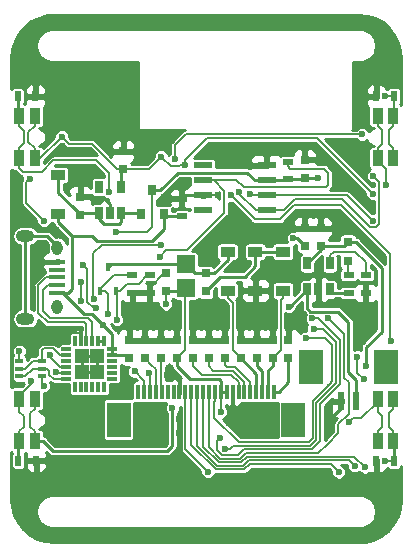
<source format=gbr>
G04 #@! TF.GenerationSoftware,KiCad,Pcbnew,(5.0.0)*
G04 #@! TF.CreationDate,2019-12-04T16:08:42-05:00*
G04 #@! TF.ProjectId,Watchy,5761746368792E6B696361645F706362,rev?*
G04 #@! TF.SameCoordinates,Original*
G04 #@! TF.FileFunction,Copper,L2,Bot,Signal*
G04 #@! TF.FilePolarity,Positive*
%FSLAX46Y46*%
G04 Gerber Fmt 4.6, Leading zero omitted, Abs format (unit mm)*
G04 Created by KiCad (PCBNEW (5.0.0)) date 12/04/19 16:08:42*
%MOMM*%
%LPD*%
G01*
G04 APERTURE LIST*
G04 #@! TA.AperFunction,SMDPad,CuDef*
%ADD10R,0.900000X1.400000*%
G04 #@! TD*
G04 #@! TA.AperFunction,SMDPad,CuDef*
%ADD11R,0.750000X0.800000*%
G04 #@! TD*
G04 #@! TA.AperFunction,SMDPad,CuDef*
%ADD12R,1.200000X0.900000*%
G04 #@! TD*
G04 #@! TA.AperFunction,SMDPad,CuDef*
%ADD13R,0.800000X0.800000*%
G04 #@! TD*
G04 #@! TA.AperFunction,SMDPad,CuDef*
%ADD14R,0.500000X1.600000*%
G04 #@! TD*
G04 #@! TA.AperFunction,SMDPad,CuDef*
%ADD15R,2.100000X3.000000*%
G04 #@! TD*
G04 #@! TA.AperFunction,SMDPad,CuDef*
%ADD16R,0.800000X0.900000*%
G04 #@! TD*
G04 #@! TA.AperFunction,SMDPad,CuDef*
%ADD17R,0.500000X0.900000*%
G04 #@! TD*
G04 #@! TA.AperFunction,SMDPad,CuDef*
%ADD18R,0.900000X0.500000*%
G04 #@! TD*
G04 #@! TA.AperFunction,SMDPad,CuDef*
%ADD19R,0.650000X1.060000*%
G04 #@! TD*
G04 #@! TA.AperFunction,SMDPad,CuDef*
%ADD20R,1.550000X0.600000*%
G04 #@! TD*
G04 #@! TA.AperFunction,SMDPad,CuDef*
%ADD21R,0.300000X1.300000*%
G04 #@! TD*
G04 #@! TA.AperFunction,SMDPad,CuDef*
%ADD22R,2.000000X3.000000*%
G04 #@! TD*
G04 #@! TA.AperFunction,SMDPad,CuDef*
%ADD23R,1.350000X0.400000*%
G04 #@! TD*
G04 #@! TA.AperFunction,ComponentPad*
%ADD24O,0.950000X1.250000*%
G04 #@! TD*
G04 #@! TA.AperFunction,ComponentPad*
%ADD25O,1.550000X1.000000*%
G04 #@! TD*
G04 #@! TA.AperFunction,SMDPad,CuDef*
%ADD26R,1.600000X1.500000*%
G04 #@! TD*
G04 #@! TA.AperFunction,SMDPad,CuDef*
%ADD27R,0.450000X0.700000*%
G04 #@! TD*
G04 #@! TA.AperFunction,SMDPad,CuDef*
%ADD28R,0.650000X0.400000*%
G04 #@! TD*
G04 #@! TA.AperFunction,SMDPad,CuDef*
%ADD29R,1.300000X1.300000*%
G04 #@! TD*
G04 #@! TA.AperFunction,SMDPad,CuDef*
%ADD30R,0.850000X0.300000*%
G04 #@! TD*
G04 #@! TA.AperFunction,SMDPad,CuDef*
%ADD31R,0.300000X0.850000*%
G04 #@! TD*
G04 #@! TA.AperFunction,ViaPad*
%ADD32C,0.600000*%
G04 #@! TD*
G04 #@! TA.AperFunction,Conductor*
%ADD33C,0.152400*%
G04 #@! TD*
G04 #@! TA.AperFunction,Conductor*
%ADD34C,0.250000*%
G04 #@! TD*
G04 #@! TA.AperFunction,Conductor*
%ADD35C,0.254000*%
G04 #@! TD*
G04 APERTURE END LIST*
D10*
G04 #@! TO.P,SW1,2*
G04 #@! TO.N,+3V3*
X100130000Y-104050000D03*
G04 #@! TO.P,SW1,1*
G04 #@! TO.N,BTN_1*
X101430000Y-104050000D03*
X101430000Y-107650000D03*
G04 #@! TO.P,SW1,2*
G04 #@! TO.N,+3V3*
X100130000Y-107650000D03*
G04 #@! TD*
G04 #@! TO.P,SW4,2*
G04 #@! TO.N,+3V3*
X71070000Y-107650000D03*
G04 #@! TO.P,SW4,1*
G04 #@! TO.N,BTN_4*
X69770000Y-107650000D03*
X69770000Y-104050000D03*
G04 #@! TO.P,SW4,2*
G04 #@! TO.N,+3V3*
X71070000Y-104050000D03*
G04 #@! TD*
G04 #@! TO.P,SW2,2*
G04 #@! TO.N,+3V3*
X100130000Y-80100000D03*
G04 #@! TO.P,SW2,1*
G04 #@! TO.N,BTN_2*
X101430000Y-80100000D03*
X101430000Y-83700000D03*
G04 #@! TO.P,SW2,2*
G04 #@! TO.N,+3V3*
X100130000Y-83700000D03*
G04 #@! TD*
G04 #@! TO.P,SW3,2*
G04 #@! TO.N,+3V3*
X71070000Y-83700000D03*
G04 #@! TO.P,SW3,1*
G04 #@! TO.N,BTN_3*
X69770000Y-83700000D03*
X69770000Y-80100000D03*
G04 #@! TO.P,SW3,2*
G04 #@! TO.N,+3V3*
X71070000Y-80100000D03*
G04 #@! TD*
D11*
G04 #@! TO.P,C5,2*
G04 #@! TO.N,+3V3*
X83120000Y-100610000D03*
G04 #@! TO.P,C5,1*
G04 #@! TO.N,GND*
X83120000Y-99110000D03*
G04 #@! TD*
G04 #@! TO.P,C16,1*
G04 #@! TO.N,+3V3*
X78590000Y-84620000D03*
G04 #@! TO.P,C16,2*
G04 #@! TO.N,GND*
X78590000Y-83120000D03*
G04 #@! TD*
G04 #@! TO.P,C17,2*
G04 #@! TO.N,GND*
X74940000Y-86960000D03*
G04 #@! TO.P,C17,1*
G04 #@! TO.N,Net-(C17-Pad1)*
X74940000Y-88460000D03*
G04 #@! TD*
G04 #@! TO.P,C20,2*
G04 #@! TO.N,GND*
X93960000Y-89600000D03*
G04 #@! TO.P,C20,1*
G04 #@! TO.N,+BATT*
X93960000Y-91100000D03*
G04 #@! TD*
G04 #@! TO.P,C22,2*
G04 #@! TO.N,GND*
X93940000Y-83840000D03*
G04 #@! TO.P,C22,1*
G04 #@! TO.N,+BATT*
X93940000Y-85340000D03*
G04 #@! TD*
D12*
G04 #@! TO.P,D4,2*
G04 #@! TO.N,VBUS*
X73090000Y-88420000D03*
G04 #@! TO.P,D4,1*
G04 #@! TO.N,Net-(C17-Pad1)*
X73090000Y-85120000D03*
G04 #@! TD*
D13*
G04 #@! TO.P,D5,1*
G04 #@! TO.N,Net-(D5-Pad1)*
X97610000Y-92400000D03*
G04 #@! TO.P,D5,2*
G04 #@! TO.N,VBUS*
X97610000Y-90800000D03*
G04 #@! TD*
D14*
G04 #@! TO.P,J3,1*
G04 #@! TO.N,+BATT*
X98298000Y-104250000D03*
G04 #@! TO.P,J3,2*
G04 #@! TO.N,GND*
X97048000Y-104250000D03*
D15*
G04 #@! TO.P,J3,*
G04 #@! TO.N,*
X94498000Y-101350000D03*
X100830000Y-101350000D03*
G04 #@! TD*
D16*
G04 #@! TO.P,Q3,1*
G04 #@! TO.N,VBUS*
X81990000Y-88410000D03*
G04 #@! TO.P,Q3,2*
G04 #@! TO.N,Net-(C17-Pad1)*
X80090000Y-88410000D03*
G04 #@! TO.P,Q3,3*
G04 #@! TO.N,+BATT*
X81040000Y-86410000D03*
G04 #@! TD*
D17*
G04 #@! TO.P,R1,2*
G04 #@! TO.N,BTN_1*
X101510000Y-109300000D03*
G04 #@! TO.P,R1,1*
G04 #@! TO.N,GND*
X100010000Y-109300000D03*
G04 #@! TD*
D18*
G04 #@! TO.P,R4,2*
G04 #@! TO.N,GND*
X80810000Y-95100000D03*
G04 #@! TO.P,R4,1*
G04 #@! TO.N,GDR*
X80810000Y-93600000D03*
G04 #@! TD*
D17*
G04 #@! TO.P,R7,1*
G04 #@! TO.N,GND*
X71200000Y-109300000D03*
G04 #@! TO.P,R7,2*
G04 #@! TO.N,BTN_4*
X69700000Y-109300000D03*
G04 #@! TD*
D18*
G04 #@! TO.P,R12,1*
G04 #@! TO.N,VBUS*
X83540000Y-88610000D03*
G04 #@! TO.P,R12,2*
G04 #@! TO.N,GND*
X83540000Y-87110000D03*
G04 #@! TD*
G04 #@! TO.P,R13,2*
G04 #@! TO.N,GND*
X99110000Y-95100000D03*
G04 #@! TO.P,R13,1*
G04 #@! TO.N,Net-(R13-Pad1)*
X99110000Y-93600000D03*
G04 #@! TD*
G04 #@! TO.P,R14,1*
G04 #@! TO.N,Net-(R14-Pad1)*
X97660000Y-95100000D03*
G04 #@! TO.P,R14,2*
G04 #@! TO.N,Net-(D5-Pad1)*
X97660000Y-93600000D03*
G04 #@! TD*
G04 #@! TO.P,R15,2*
G04 #@! TO.N,RTC_INT*
X92500000Y-83990000D03*
G04 #@! TO.P,R15,1*
G04 #@! TO.N,+BATT*
X92500000Y-85490000D03*
G04 #@! TD*
D19*
G04 #@! TO.P,U2,5*
G04 #@! TO.N,+3V3*
X78390000Y-86110000D03*
G04 #@! TO.P,U2,4*
G04 #@! TO.N,Net-(U2-Pad4)*
X76490000Y-86110000D03*
G04 #@! TO.P,U2,3*
G04 #@! TO.N,Net-(C17-Pad1)*
X76490000Y-88310000D03*
G04 #@! TO.P,U2,2*
G04 #@! TO.N,GND*
X77440000Y-88310000D03*
G04 #@! TO.P,U2,1*
G04 #@! TO.N,Net-(C17-Pad1)*
X78390000Y-88310000D03*
G04 #@! TD*
G04 #@! TO.P,U5,1*
G04 #@! TO.N,Net-(R14-Pad1)*
X96060000Y-94800000D03*
G04 #@! TO.P,U5,2*
G04 #@! TO.N,GND*
X95110000Y-94800000D03*
G04 #@! TO.P,U5,3*
G04 #@! TO.N,+BATT*
X94160000Y-94800000D03*
G04 #@! TO.P,U5,4*
G04 #@! TO.N,VBUS*
X94160000Y-92600000D03*
G04 #@! TO.P,U5,5*
G04 #@! TO.N,Net-(R13-Pad1)*
X96060000Y-92600000D03*
G04 #@! TD*
D20*
G04 #@! TO.P,U6,8*
G04 #@! TO.N,SCL*
X90720000Y-88095000D03*
G04 #@! TO.P,U6,7*
G04 #@! TO.N,SDA*
X90720000Y-86825000D03*
G04 #@! TO.P,U6,6*
G04 #@! TO.N,+BATT*
X90720000Y-85555000D03*
G04 #@! TO.P,U6,5*
G04 #@! TO.N,GND*
X90720000Y-84285000D03*
G04 #@! TO.P,U6,4*
G04 #@! TO.N,Net-(U6-Pad4)*
X85320000Y-84285000D03*
G04 #@! TO.P,U6,3*
G04 #@! TO.N,RTC_INT*
X85320000Y-85555000D03*
G04 #@! TO.P,U6,2*
G04 #@! TO.N,GND*
X85320000Y-86825000D03*
G04 #@! TO.P,U6,1*
G04 #@! TO.N,Net-(U6-Pad1)*
X85320000Y-88095000D03*
G04 #@! TD*
D11*
G04 #@! TO.P,C1,1*
G04 #@! TO.N,GND*
X80420000Y-99110000D03*
G04 #@! TO.P,C1,2*
G04 #@! TO.N,Net-(C1-Pad2)*
X80420000Y-100610000D03*
G04 #@! TD*
G04 #@! TO.P,C2,2*
G04 #@! TO.N,Net-(C2-Pad2)*
X81770000Y-100610000D03*
G04 #@! TO.P,C2,1*
G04 #@! TO.N,GND*
X81770000Y-99110000D03*
G04 #@! TD*
G04 #@! TO.P,C4,2*
G04 #@! TO.N,Net-(C4-Pad2)*
X85560000Y-94950000D03*
G04 #@! TO.P,C4,1*
G04 #@! TO.N,Net-(C4-Pad1)*
X85560000Y-93450000D03*
G04 #@! TD*
G04 #@! TO.P,C6,1*
G04 #@! TO.N,+3V3*
X82210000Y-94950000D03*
G04 #@! TO.P,C6,2*
G04 #@! TO.N,GND*
X82210000Y-93450000D03*
G04 #@! TD*
G04 #@! TO.P,C7,2*
G04 #@! TO.N,Net-(C7-Pad2)*
X84470000Y-100610000D03*
G04 #@! TO.P,C7,1*
G04 #@! TO.N,GND*
X84470000Y-99110000D03*
G04 #@! TD*
G04 #@! TO.P,C8,1*
G04 #@! TO.N,GND*
X85820000Y-99110000D03*
G04 #@! TO.P,C8,2*
G04 #@! TO.N,Net-(C8-Pad2)*
X85820000Y-100610000D03*
G04 #@! TD*
G04 #@! TO.P,C9,1*
G04 #@! TO.N,GND*
X87170000Y-99110000D03*
G04 #@! TO.P,C9,2*
G04 #@! TO.N,Net-(C9-Pad2)*
X87170000Y-100610000D03*
G04 #@! TD*
G04 #@! TO.P,C10,1*
G04 #@! TO.N,GND*
X88520000Y-99110000D03*
G04 #@! TO.P,C10,2*
G04 #@! TO.N,PREVGH*
X88520000Y-100610000D03*
G04 #@! TD*
G04 #@! TO.P,C11,2*
G04 #@! TO.N,Net-(C11-Pad2)*
X89870000Y-100610000D03*
G04 #@! TO.P,C11,1*
G04 #@! TO.N,GND*
X89870000Y-99110000D03*
G04 #@! TD*
G04 #@! TO.P,C12,1*
G04 #@! TO.N,GND*
X91220000Y-99110000D03*
G04 #@! TO.P,C12,2*
G04 #@! TO.N,PREVGL*
X91220000Y-100610000D03*
G04 #@! TD*
G04 #@! TO.P,C13,2*
G04 #@! TO.N,Net-(C13-Pad2)*
X92570000Y-100610000D03*
G04 #@! TO.P,C13,1*
G04 #@! TO.N,GND*
X92570000Y-99110000D03*
G04 #@! TD*
G04 #@! TO.P,C14,2*
G04 #@! TO.N,VBUS*
X79070000Y-100610000D03*
G04 #@! TO.P,C14,1*
G04 #@! TO.N,GND*
X79070000Y-99110000D03*
G04 #@! TD*
G04 #@! TO.P,C19,1*
G04 #@! TO.N,VBUS*
X95300000Y-91100000D03*
G04 #@! TO.P,C19,2*
G04 #@! TO.N,GND*
X95300000Y-89600000D03*
G04 #@! TD*
D12*
G04 #@! TO.P,D1,1*
G04 #@! TO.N,Net-(C4-Pad2)*
X92110000Y-91600000D03*
G04 #@! TO.P,D1,2*
G04 #@! TO.N,PREVGL*
X92110000Y-94900000D03*
G04 #@! TD*
G04 #@! TO.P,D2,2*
G04 #@! TO.N,Net-(C4-Pad2)*
X89760000Y-91600000D03*
G04 #@! TO.P,D2,1*
G04 #@! TO.N,GND*
X89760000Y-94900000D03*
G04 #@! TD*
G04 #@! TO.P,D3,2*
G04 #@! TO.N,Net-(C4-Pad1)*
X87410000Y-91600000D03*
G04 #@! TO.P,D3,1*
G04 #@! TO.N,PREVGH*
X87410000Y-94900000D03*
G04 #@! TD*
D21*
G04 #@! TO.P,J1,9*
G04 #@! TO.N,BUSY*
X83840000Y-103470000D03*
G04 #@! TO.P,J1,10*
G04 #@! TO.N,RES*
X84340000Y-103470000D03*
G04 #@! TO.P,J1,11*
G04 #@! TO.N,DC*
X84840000Y-103470000D03*
G04 #@! TO.P,J1,15*
G04 #@! TO.N,+3V3*
X86840000Y-103470000D03*
G04 #@! TO.P,J1,16*
X87340000Y-103470000D03*
G04 #@! TO.P,J1,14*
G04 #@! TO.N,MOSI*
X86340000Y-103470000D03*
G04 #@! TO.P,J1,13*
G04 #@! TO.N,SCK*
X85840000Y-103470000D03*
G04 #@! TO.P,J1,12*
G04 #@! TO.N,SS*
X85340000Y-103470000D03*
G04 #@! TO.P,J1,20*
G04 #@! TO.N,Net-(C9-Pad2)*
X89340000Y-103470000D03*
G04 #@! TO.P,J1,21*
G04 #@! TO.N,PREVGH*
X89840000Y-103470000D03*
G04 #@! TO.P,J1,22*
G04 #@! TO.N,Net-(C11-Pad2)*
X90340000Y-103470000D03*
G04 #@! TO.P,J1,24*
G04 #@! TO.N,Net-(C13-Pad2)*
X91340000Y-103470000D03*
G04 #@! TO.P,J1,23*
G04 #@! TO.N,PREVGL*
X90840000Y-103470000D03*
G04 #@! TO.P,J1,19*
G04 #@! TO.N,Net-(C8-Pad2)*
X88840000Y-103470000D03*
G04 #@! TO.P,J1,18*
G04 #@! TO.N,Net-(C7-Pad2)*
X88340000Y-103470000D03*
G04 #@! TO.P,J1,17*
G04 #@! TO.N,GND*
X87840000Y-103470000D03*
G04 #@! TO.P,J1,8*
X83340000Y-103470000D03*
G04 #@! TO.P,J1,7*
G04 #@! TO.N,Net-(J1-Pad7)*
X82840000Y-103470000D03*
G04 #@! TO.P,J1,6*
G04 #@! TO.N,Net-(J1-Pad6)*
X82340000Y-103470000D03*
G04 #@! TO.P,J1,5*
G04 #@! TO.N,Net-(C2-Pad2)*
X81840000Y-103470000D03*
G04 #@! TO.P,J1,4*
G04 #@! TO.N,Net-(C1-Pad2)*
X81340000Y-103470000D03*
G04 #@! TO.P,J1,3*
G04 #@! TO.N,RESE*
X80840000Y-103470000D03*
G04 #@! TO.P,J1,2*
G04 #@! TO.N,GDR*
X80340000Y-103470000D03*
G04 #@! TO.P,J1,1*
G04 #@! TO.N,Net-(J1-Pad1)*
X79840000Y-103470000D03*
D22*
G04 #@! TO.P,J1,M*
G04 #@! TO.N,N/C*
X78190000Y-105820000D03*
X92990000Y-105820000D03*
G04 #@! TD*
D23*
G04 #@! TO.P,J2,1*
G04 #@! TO.N,VBUS*
X73000000Y-95070000D03*
G04 #@! TO.P,J2,2*
G04 #@! TO.N,Net-(J2-Pad2)*
X73000000Y-94420000D03*
G04 #@! TO.P,J2,3*
G04 #@! TO.N,Net-(J2-Pad3)*
X73000000Y-93770000D03*
G04 #@! TO.P,J2,4*
G04 #@! TO.N,Net-(J2-Pad4)*
X73000000Y-93120000D03*
G04 #@! TO.P,J2,5*
G04 #@! TO.N,GND*
X73000000Y-92470000D03*
D24*
G04 #@! TO.P,J2,6*
G04 #@! TO.N,Net-(J2-Pad6)*
X73000000Y-96270000D03*
X73000000Y-91270000D03*
D25*
X70300000Y-97270000D03*
X70300000Y-90270000D03*
G04 #@! TD*
D26*
G04 #@! TO.P,L1,1*
G04 #@! TO.N,Net-(C4-Pad1)*
X83880000Y-92670000D03*
G04 #@! TO.P,L1,2*
G04 #@! TO.N,+3V3*
X83880000Y-94670000D03*
G04 #@! TD*
D27*
G04 #@! TO.P,Q1,3*
G04 #@! TO.N,Net-(C4-Pad1)*
X77300000Y-92900000D03*
G04 #@! TO.P,Q1,2*
G04 #@! TO.N,RESE*
X76650000Y-94900000D03*
G04 #@! TO.P,Q1,1*
G04 #@! TO.N,GDR*
X77950000Y-94900000D03*
G04 #@! TD*
D28*
G04 #@! TO.P,Q2,6*
G04 #@! TO.N,EN*
X71690000Y-102150000D03*
G04 #@! TO.P,Q2,4*
G04 #@! TO.N,DTR*
X71690000Y-100850000D03*
G04 #@! TO.P,Q2,2*
X69790000Y-101500000D03*
G04 #@! TO.P,Q2,5*
G04 #@! TO.N,RTS*
X71690000Y-101500000D03*
G04 #@! TO.P,Q2,3*
G04 #@! TO.N,GPIO0*
X69790000Y-100850000D03*
G04 #@! TO.P,Q2,1*
G04 #@! TO.N,RTS*
X69790000Y-102150000D03*
G04 #@! TD*
D17*
G04 #@! TO.P,R3,2*
G04 #@! TO.N,BTN_2*
X101500000Y-78450000D03*
G04 #@! TO.P,R3,1*
G04 #@! TO.N,GND*
X100000000Y-78450000D03*
G04 #@! TD*
G04 #@! TO.P,R5,1*
G04 #@! TO.N,GND*
X71140000Y-78450000D03*
G04 #@! TO.P,R5,2*
G04 #@! TO.N,BTN_3*
X69640000Y-78450000D03*
G04 #@! TD*
D18*
G04 #@! TO.P,R6,2*
G04 #@! TO.N,GND*
X79360000Y-95100000D03*
G04 #@! TO.P,R6,1*
G04 #@! TO.N,RESE*
X79360000Y-93600000D03*
G04 #@! TD*
D29*
G04 #@! TO.P,U3,25*
G04 #@! TO.N,Net-(U3-Pad25)*
X75070000Y-100460000D03*
X76370000Y-100460000D03*
X75070000Y-101760000D03*
X76370000Y-101760000D03*
D30*
G04 #@! TO.P,U3,24*
G04 #@! TO.N,Net-(U3-Pad24)*
X73770000Y-99860000D03*
G04 #@! TO.P,U3,23*
G04 #@! TO.N,DTR*
X73770000Y-100360000D03*
G04 #@! TO.P,U3,22*
G04 #@! TO.N,Net-(U3-Pad22)*
X73770000Y-100860000D03*
G04 #@! TO.P,U3,21*
G04 #@! TO.N,RX*
X73770000Y-101360000D03*
G04 #@! TO.P,U3,20*
G04 #@! TO.N,TX*
X73770000Y-101860000D03*
G04 #@! TO.P,U3,19*
G04 #@! TO.N,RTS*
X73770000Y-102360000D03*
D31*
G04 #@! TO.P,U3,18*
G04 #@! TO.N,Net-(U3-Pad18)*
X74470000Y-103060000D03*
G04 #@! TO.P,U3,17*
G04 #@! TO.N,Net-(U3-Pad17)*
X74970000Y-103060000D03*
G04 #@! TO.P,U3,16*
G04 #@! TO.N,Net-(U3-Pad16)*
X75470000Y-103060000D03*
G04 #@! TO.P,U3,15*
G04 #@! TO.N,Net-(U3-Pad15)*
X75970000Y-103060000D03*
G04 #@! TO.P,U3,14*
G04 #@! TO.N,Net-(U3-Pad14)*
X76470000Y-103060000D03*
G04 #@! TO.P,U3,13*
G04 #@! TO.N,Net-(U3-Pad13)*
X76970000Y-103060000D03*
D30*
G04 #@! TO.P,U3,12*
G04 #@! TO.N,Net-(U3-Pad12)*
X77670000Y-102360000D03*
G04 #@! TO.P,U3,11*
G04 #@! TO.N,Net-(U3-Pad11)*
X77670000Y-101860000D03*
G04 #@! TO.P,U3,10*
G04 #@! TO.N,Net-(U3-Pad10)*
X77670000Y-101360000D03*
G04 #@! TO.P,U3,9*
G04 #@! TO.N,Net-(U3-Pad9)*
X77670000Y-100860000D03*
G04 #@! TO.P,U3,8*
G04 #@! TO.N,VBUS*
X77670000Y-100360000D03*
G04 #@! TO.P,U3,7*
X77670000Y-99860000D03*
D31*
G04 #@! TO.P,U3,6*
G04 #@! TO.N,Net-(U3-Pad5)*
X76970000Y-99160000D03*
G04 #@! TO.P,U3,5*
X76470000Y-99160000D03*
G04 #@! TO.P,U3,4*
G04 #@! TO.N,Net-(J2-Pad2)*
X75970000Y-99160000D03*
G04 #@! TO.P,U3,3*
G04 #@! TO.N,Net-(J2-Pad3)*
X75470000Y-99160000D03*
G04 #@! TO.P,U3,2*
G04 #@! TO.N,GND*
X74970000Y-99160000D03*
G04 #@! TO.P,U3,1*
G04 #@! TO.N,Net-(U3-Pad1)*
X74470000Y-99160000D03*
G04 #@! TD*
D32*
G04 #@! TO.N,GND*
X77390000Y-82740000D03*
X83130000Y-97180000D03*
X84610000Y-97160000D03*
X87270000Y-97110000D03*
X88500000Y-96190000D03*
X96110000Y-82260000D03*
X95210000Y-83300000D03*
X88620000Y-90350000D03*
X92440000Y-93220000D03*
X92600000Y-97550000D03*
X74880000Y-85320000D03*
X82300000Y-102030000D03*
X87540000Y-106120000D03*
X69670000Y-85270000D03*
X72120000Y-78440000D03*
X74110000Y-80980000D03*
X74820000Y-83110000D03*
X71890000Y-91680000D03*
X71720000Y-92600000D03*
X73643777Y-83143777D03*
X86603533Y-86820360D03*
X73710000Y-99090000D03*
X87540000Y-106120000D03*
X96280000Y-105590000D03*
X83310000Y-106930000D03*
X83310000Y-105780000D03*
X81260000Y-105480000D03*
X82000000Y-106460000D03*
G04 #@! TO.N,EN*
X75200000Y-92750000D03*
X71850000Y-102950000D03*
X76305447Y-96395546D03*
G04 #@! TO.N,+3V3*
X81790000Y-83560000D03*
X82190000Y-96040000D03*
X83820000Y-84280000D03*
X82730000Y-104850000D03*
X99720000Y-86680000D03*
X86830000Y-105160000D03*
X73390000Y-81870000D03*
X100822401Y-85930000D03*
X70650000Y-85430000D03*
X71859438Y-88988029D03*
X97730698Y-105996856D03*
G04 #@! TO.N,VBUS*
X76882437Y-97780026D03*
X99130000Y-101320000D03*
G04 #@! TO.N,BUSY*
X85750000Y-110243410D03*
G04 #@! TO.N,RES*
X96830000Y-110267853D03*
G04 #@! TO.N,DC*
X98167212Y-109734766D03*
G04 #@! TO.N,MOSI*
X94020000Y-98930000D03*
G04 #@! TO.N,SCK*
X95930000Y-97247400D03*
G04 #@! TO.N,SS*
X99030000Y-109850000D03*
G04 #@! TO.N,RESE*
X77325439Y-96905439D03*
X80762600Y-101862411D03*
G04 #@! TO.N,GDR*
X79560000Y-101735000D03*
X79560000Y-101735000D03*
X78030000Y-97370000D03*
G04 #@! TO.N,GPIO0*
X69780000Y-100010000D03*
X98400000Y-100500000D03*
X98930000Y-102380000D03*
G04 #@! TO.N,SDA*
X99720000Y-89000000D03*
X89300000Y-86690000D03*
G04 #@! TO.N,SCL*
X99730000Y-85190000D03*
X88400000Y-86560000D03*
G04 #@! TO.N,BTN_1*
X100760000Y-109300000D03*
X87699112Y-86833612D03*
X101220000Y-99150000D03*
G04 #@! TO.N,BTN_2*
X82948625Y-83774825D03*
X98780000Y-81670000D03*
X100760000Y-78450000D03*
G04 #@! TO.N,BTN_3*
X77350000Y-86520000D03*
G04 #@! TO.N,+BATT*
X77970000Y-89980000D03*
X95100000Y-85330000D03*
X92970000Y-90460000D03*
X92580000Y-96260000D03*
G04 #@! TO.N,BTN_4*
X81750000Y-91020000D03*
X70735572Y-102592795D03*
X76078600Y-95626784D03*
G04 #@! TO.N,RTC_INT*
X81710000Y-92030000D03*
G04 #@! TO.N,TX*
X72864301Y-101774292D03*
X94690000Y-98110000D03*
X87166223Y-108296223D03*
G04 #@! TO.N,RX*
X72383428Y-100328600D03*
X94580000Y-97247400D03*
X86788977Y-107369320D03*
G04 #@! TO.N,ACC_INT_1*
X74992496Y-95770928D03*
X74970000Y-94200000D03*
G04 #@! TD*
D33*
G04 #@! TO.N,Net-(C1-Pad2)*
X80420000Y-100635000D02*
X80420000Y-100610000D01*
X80947400Y-101162400D02*
X80420000Y-100635000D01*
X80972400Y-101162400D02*
X80947400Y-101162400D01*
X81340000Y-101530000D02*
X80972400Y-101162400D01*
X81340000Y-103470000D02*
X81340000Y-101530000D01*
D34*
G04 #@! TO.N,GND*
X80810000Y-95100000D02*
X79360000Y-95100000D01*
D33*
X78590000Y-83120000D02*
X77770000Y-83120000D01*
X77770000Y-83120000D02*
X77390000Y-82740000D01*
X83120000Y-99110000D02*
X83120000Y-97190000D01*
X83120000Y-97190000D02*
X83130000Y-97180000D01*
X84470000Y-99110000D02*
X84470000Y-97300000D01*
X84470000Y-97300000D02*
X84610000Y-97160000D01*
X87170000Y-99110000D02*
X87170000Y-97210000D01*
X87170000Y-97210000D02*
X87270000Y-97110000D01*
X88520000Y-99110000D02*
X88520000Y-96210000D01*
X88520000Y-96210000D02*
X88500000Y-96190000D01*
X93940000Y-83840000D02*
X94670000Y-83840000D01*
X94670000Y-83840000D02*
X95210000Y-83300000D01*
D34*
X83825000Y-86825000D02*
X83540000Y-87110000D01*
X85320000Y-86825000D02*
X83825000Y-86825000D01*
X95110000Y-94020000D02*
X94710000Y-93620000D01*
X95110000Y-94800000D02*
X95110000Y-94020000D01*
X94710000Y-93620000D02*
X92840000Y-93620000D01*
X92840000Y-93620000D02*
X92440000Y-93220000D01*
D33*
X92570000Y-99110000D02*
X92570000Y-97580000D01*
X92570000Y-97580000D02*
X92600000Y-97550000D01*
X74940000Y-86960000D02*
X74940000Y-85380000D01*
X74940000Y-85380000D02*
X74880000Y-85320000D01*
D34*
X75565000Y-86960000D02*
X74940000Y-86960000D01*
X76870000Y-86960000D02*
X75565000Y-86960000D01*
X77440000Y-87530000D02*
X76870000Y-86960000D01*
X77440000Y-88310000D02*
X77440000Y-87530000D01*
D33*
X71140000Y-78450000D02*
X71140000Y-78650000D01*
X100030000Y-78480000D02*
X100000000Y-78450000D01*
X71100000Y-78410000D02*
X71140000Y-78450000D01*
X100010000Y-109500000D02*
X100010000Y-109300000D01*
X85320000Y-86825000D02*
X86598893Y-86825000D01*
X86598893Y-86825000D02*
X86603533Y-86820360D01*
X82057600Y-93450000D02*
X82210000Y-93450000D01*
X80810000Y-94697600D02*
X82057600Y-93450000D01*
X80810000Y-95100000D02*
X80810000Y-94697600D01*
X73710000Y-98933518D02*
X73710000Y-99090000D01*
X74137119Y-98506399D02*
X73710000Y-98933518D01*
X74893799Y-98506399D02*
X74137119Y-98506399D01*
X74970000Y-99160000D02*
X74970000Y-98582600D01*
X74970000Y-98582600D02*
X74893799Y-98506399D01*
X83340000Y-102667600D02*
X82710000Y-102037600D01*
X83340000Y-103470000D02*
X83340000Y-102667600D01*
X82307600Y-102037600D02*
X82300000Y-102030000D01*
X82710000Y-102037600D02*
X82307600Y-102037600D01*
X87840000Y-103470000D02*
X87839999Y-105820001D01*
X87839999Y-105820001D02*
X87540000Y-106120000D01*
D34*
X97048000Y-104250000D02*
X97048000Y-104822000D01*
X97048000Y-104822000D02*
X96280000Y-105590000D01*
D33*
G04 #@! TO.N,Net-(C2-Pad2)*
X81770000Y-103400000D02*
X81840000Y-103470000D01*
X81770000Y-100610000D02*
X81770000Y-103400000D01*
G04 #@! TO.N,EN*
X75550000Y-93100000D02*
X75200000Y-92750000D01*
X71690000Y-102790000D02*
X71850000Y-102950000D01*
X71690000Y-102150000D02*
X71690000Y-102790000D01*
X76065032Y-96395546D02*
X76305447Y-96395546D01*
X75549999Y-95880513D02*
X76065032Y-96395546D01*
X75550000Y-95100000D02*
X75549999Y-95880513D01*
X75550000Y-95100000D02*
X75550000Y-93100000D01*
X75550000Y-95541936D02*
X75550000Y-95100000D01*
D34*
G04 #@! TO.N,Net-(C4-Pad2)*
X85560000Y-94925000D02*
X86775000Y-93710000D01*
X85560000Y-94950000D02*
X85560000Y-94925000D01*
X86775000Y-93710000D02*
X88880000Y-93710000D01*
X89760000Y-92830000D02*
X89760000Y-91600000D01*
X88880000Y-93710000D02*
X89760000Y-92830000D01*
X92110000Y-91600000D02*
X89760000Y-91600000D01*
G04 #@! TO.N,Net-(C4-Pad1)*
X87410000Y-92300000D02*
X87410000Y-91600000D01*
X86260000Y-93450000D02*
X87410000Y-92300000D01*
X85560000Y-93450000D02*
X86260000Y-93450000D01*
X84660000Y-93450000D02*
X83880000Y-92670000D01*
X85560000Y-93450000D02*
X84660000Y-93450000D01*
X77530000Y-92670000D02*
X77300000Y-92900000D01*
X83880000Y-92670000D02*
X77530000Y-92670000D01*
D33*
G04 #@! TO.N,+3V3*
X71070000Y-80952400D02*
X70530000Y-81492400D01*
X71070000Y-80100000D02*
X71070000Y-80952400D01*
X71070000Y-82847600D02*
X71070000Y-83700000D01*
X70530000Y-82307600D02*
X71070000Y-82847600D01*
X70530000Y-81492400D02*
X70530000Y-82307600D01*
D34*
X83120000Y-101260000D02*
X84260000Y-102400000D01*
X83120000Y-100610000D02*
X83120000Y-101260000D01*
X84260000Y-102400000D02*
X86680000Y-102400000D01*
X86840000Y-102560000D02*
X86840000Y-103470000D01*
X86680000Y-102400000D02*
X86840000Y-102560000D01*
X86840000Y-103470000D02*
X87340000Y-103470000D01*
X83600000Y-94950000D02*
X83880000Y-94670000D01*
X82210000Y-94950000D02*
X83600000Y-94950000D01*
D33*
X83800000Y-94750000D02*
X83880000Y-94670000D01*
X83800000Y-99905000D02*
X83800000Y-94750000D01*
X83120000Y-100610000D02*
X83120000Y-100585000D01*
X83120000Y-100585000D02*
X83800000Y-99905000D01*
D34*
X78390000Y-84820000D02*
X78590000Y-84620000D01*
X78390000Y-86110000D02*
X78390000Y-84820000D01*
D33*
X78590000Y-84620000D02*
X80730000Y-84620000D01*
X80730000Y-84620000D02*
X81790000Y-83560000D01*
X82210000Y-94950000D02*
X82210000Y-96020000D01*
X82210000Y-96020000D02*
X82190000Y-96040000D01*
X86840000Y-103470000D02*
X86840000Y-105030000D01*
X78062600Y-84620000D02*
X78590000Y-84620000D01*
X75902601Y-82460001D02*
X78062600Y-84620000D01*
X75902601Y-82460001D02*
X73980001Y-82460001D01*
X73980001Y-82460001D02*
X73390000Y-81870000D01*
X71560000Y-83700000D02*
X71070000Y-83700000D01*
X73390000Y-81870000D02*
X71560000Y-83700000D01*
X71070000Y-104902400D02*
X71070000Y-104050000D01*
X70691399Y-105281001D02*
X71070000Y-104902400D01*
X70691399Y-106418999D02*
X70691399Y-105281001D01*
X71070000Y-106797600D02*
X70691399Y-106418999D01*
X71070000Y-107650000D02*
X71070000Y-106797600D01*
X71070000Y-107900000D02*
X71070000Y-107650000D01*
X100130000Y-106797600D02*
X100130000Y-107650000D01*
X100508601Y-106418999D02*
X100130000Y-106797600D01*
X100508601Y-105548271D02*
X100508601Y-106418999D01*
X100130000Y-105169670D02*
X100508601Y-105548271D01*
X100130000Y-104050000D02*
X100130000Y-105169670D01*
X100130000Y-82847600D02*
X100130000Y-83700000D01*
X100508601Y-82468999D02*
X100130000Y-82847600D01*
X100508601Y-81331001D02*
X100508601Y-82468999D01*
X100130000Y-80952400D02*
X100508601Y-81331001D01*
X100130000Y-80100000D02*
X100130000Y-80952400D01*
X100822401Y-84642401D02*
X100822401Y-85930000D01*
X100130000Y-83700000D02*
X100130000Y-83950000D01*
X100130000Y-83950000D02*
X100822401Y-84642401D01*
X71559439Y-88688030D02*
X71859438Y-88988029D01*
X70350001Y-87478592D02*
X71559439Y-88688030D01*
X70350001Y-85729999D02*
X70350001Y-87478592D01*
X70650000Y-85430000D02*
X70350001Y-85729999D01*
X81790000Y-83560000D02*
X82620000Y-84390000D01*
X83395736Y-84280000D02*
X83820000Y-84280000D01*
X83285736Y-84390000D02*
X83395736Y-84280000D01*
X82620000Y-84390000D02*
X83285736Y-84390000D01*
X95610000Y-82570000D02*
X99720000Y-86680000D01*
X95014810Y-81974810D02*
X95610000Y-82570000D01*
X85700926Y-81974810D02*
X95014810Y-81974810D01*
X83820000Y-83855736D02*
X85700926Y-81974810D01*
X83820000Y-84280000D02*
X83820000Y-83855736D01*
X100130000Y-104300000D02*
X100130000Y-104050000D01*
X98733143Y-105696857D02*
X100130000Y-104300000D01*
X98030697Y-105696857D02*
X98733143Y-105696857D01*
X97730698Y-105996856D02*
X98030697Y-105696857D01*
D34*
X71770000Y-107650000D02*
X72600000Y-108480000D01*
X71070000Y-107650000D02*
X71770000Y-107650000D01*
X72600000Y-108480000D02*
X82300000Y-108480000D01*
X82730000Y-108050000D02*
X82730000Y-104850000D01*
X82300000Y-108480000D02*
X82730000Y-108050000D01*
D33*
G04 #@! TO.N,Net-(C7-Pad2)*
X88340000Y-102667600D02*
X88340000Y-103470000D01*
X87712400Y-102040000D02*
X88340000Y-102667600D01*
X85250000Y-102040000D02*
X87712400Y-102040000D01*
X84470000Y-100610000D02*
X84470000Y-101260000D01*
X84470000Y-101260000D02*
X85250000Y-102040000D01*
D34*
G04 #@! TO.N,Net-(C8-Pad2)*
X85820000Y-100610000D02*
X85820000Y-100635000D01*
D33*
X88840000Y-102667600D02*
X87892400Y-101720000D01*
X88840000Y-103470000D02*
X88840000Y-102667600D01*
X87892400Y-101720000D02*
X86220000Y-101720000D01*
X85820000Y-101320000D02*
X85820000Y-100610000D01*
X86220000Y-101720000D02*
X85820000Y-101320000D01*
G04 #@! TO.N,Net-(C9-Pad2)*
X89340000Y-102667600D02*
X88022370Y-101349970D01*
X89340000Y-103470000D02*
X89340000Y-102667600D01*
X87357570Y-101349970D02*
X88022370Y-101349970D01*
X87170000Y-101162400D02*
X87357570Y-101349970D01*
X87170000Y-100610000D02*
X87170000Y-101162400D01*
D34*
G04 #@! TO.N,PREVGH*
X89840000Y-102570000D02*
X89840000Y-103470000D01*
X89840000Y-101955000D02*
X89840000Y-102570000D01*
X88520000Y-100635000D02*
X89840000Y-101955000D01*
X88520000Y-100610000D02*
X88520000Y-100635000D01*
X88520000Y-100585000D02*
X88520000Y-100610000D01*
D33*
X88520000Y-100585000D02*
X87840000Y-99905000D01*
X87410000Y-95502400D02*
X87410000Y-94900000D01*
X87840000Y-95932400D02*
X87410000Y-95502400D01*
X87840000Y-99905000D02*
X87840000Y-95932400D01*
D34*
G04 #@! TO.N,Net-(C11-Pad2)*
X90340000Y-102570000D02*
X90340000Y-103470000D01*
X90340000Y-101730000D02*
X90340000Y-102570000D01*
X89870000Y-101260000D02*
X90340000Y-101730000D01*
X89870000Y-100610000D02*
X89870000Y-101260000D01*
G04 #@! TO.N,PREVGL*
X90840000Y-102570000D02*
X90840000Y-103470000D01*
X90840000Y-101640000D02*
X90840000Y-102570000D01*
X91220000Y-101260000D02*
X90840000Y-101640000D01*
X91220000Y-100610000D02*
X91220000Y-101260000D01*
X91220000Y-100610000D02*
X91220000Y-100585000D01*
D33*
X91220000Y-100585000D02*
X91900000Y-99905000D01*
X92110000Y-95502400D02*
X92110000Y-94900000D01*
X91900000Y-95712400D02*
X92110000Y-95502400D01*
X91900000Y-99905000D02*
X91900000Y-95712400D01*
D34*
G04 #@! TO.N,Net-(C13-Pad2)*
X91740000Y-103470000D02*
X91340000Y-103470000D01*
X92570000Y-102640000D02*
X91740000Y-103470000D01*
X92570000Y-100610000D02*
X92570000Y-102640000D01*
G04 #@! TO.N,VBUS*
X77670000Y-100360000D02*
X77670000Y-99860000D01*
X78820000Y-100360000D02*
X79070000Y-100610000D01*
X77670000Y-100360000D02*
X78820000Y-100360000D01*
X94160000Y-92805000D02*
X94160000Y-92600000D01*
X77670000Y-98560000D02*
X77670000Y-99860000D01*
X77330000Y-98220000D02*
X77670000Y-98560000D01*
X82190000Y-88610000D02*
X81990000Y-88410000D01*
X83540000Y-88610000D02*
X82190000Y-88610000D01*
X81990000Y-89110000D02*
X81990000Y-88410000D01*
X73090000Y-89120000D02*
X73330000Y-89360000D01*
X73925000Y-95070000D02*
X74250000Y-94745000D01*
X73000000Y-95070000D02*
X73925000Y-95070000D01*
X73090000Y-89120000D02*
X73090000Y-88420000D01*
X74250000Y-94745000D02*
X74250000Y-90280000D01*
X73330000Y-89360000D02*
X73290000Y-89320000D01*
X73290000Y-89320000D02*
X73090000Y-89120000D01*
X73600000Y-89630000D02*
X73290000Y-89320000D01*
X74250000Y-90280000D02*
X73600000Y-89630000D01*
X74680000Y-90280000D02*
X75930000Y-90280000D01*
X74250000Y-90280000D02*
X74680000Y-90280000D01*
X75930000Y-90280000D02*
X76320000Y-90670000D01*
X76320000Y-90670000D02*
X81040000Y-90670000D01*
X81990000Y-89720000D02*
X81990000Y-88410000D01*
X81040000Y-90670000D02*
X81990000Y-89720000D01*
X95300000Y-91460000D02*
X94160000Y-92600000D01*
X95300000Y-91100000D02*
X95300000Y-91460000D01*
X97310000Y-91100000D02*
X97610000Y-90800000D01*
X95300000Y-91100000D02*
X97310000Y-91100000D01*
X77670000Y-98560000D02*
X77662411Y-98560000D01*
X77662411Y-98560000D02*
X76882437Y-97780026D01*
X98260000Y-90800000D02*
X97610000Y-90800000D01*
X100460000Y-93000000D02*
X98260000Y-90800000D01*
X76882437Y-97780026D02*
X75962411Y-96860000D01*
X73475000Y-95070000D02*
X73000000Y-95070000D01*
X75265000Y-96860000D02*
X73475000Y-95070000D01*
X75962411Y-96860000D02*
X75265000Y-96860000D01*
X100460000Y-97070000D02*
X100460000Y-98370000D01*
X100460000Y-97070000D02*
X100460000Y-93000000D01*
X100460000Y-98430000D02*
X100460000Y-97070000D01*
X100460000Y-98370000D02*
X99130000Y-99700000D01*
X99130000Y-99700000D02*
X99130000Y-101320000D01*
D33*
G04 #@! TO.N,BUSY*
X83840000Y-108333410D02*
X83840000Y-103470000D01*
X85750000Y-110243410D02*
X83840000Y-108333410D01*
G04 #@! TO.N,RES*
X96131007Y-109568860D02*
X96830000Y-110267853D01*
X84340000Y-107981066D02*
X86402996Y-110044062D01*
X84340000Y-103470000D02*
X84340000Y-107981066D01*
X86402996Y-110044062D02*
X86407469Y-110044063D01*
X86407469Y-110044063D02*
X88839822Y-110044062D01*
X88839822Y-110044062D02*
X89315024Y-109568860D01*
X89315024Y-109568860D02*
X96131007Y-109568860D01*
G04 #@! TO.N,DC*
X84840000Y-104150000D02*
X84840000Y-104272400D01*
X84840000Y-103470000D02*
X84840000Y-104150000D01*
X84840000Y-108040000D02*
X84840000Y-104150000D01*
X98167212Y-109734766D02*
X97696496Y-109264050D01*
X97696496Y-109264050D02*
X89188768Y-109264050D01*
X89188768Y-109264050D02*
X88713565Y-109739253D01*
X88713565Y-109739253D02*
X86529253Y-109739253D01*
X86529253Y-109739253D02*
X84840000Y-108050000D01*
X84840000Y-108050000D02*
X84840000Y-108040000D01*
G04 #@! TO.N,MOSI*
X94444264Y-98930000D02*
X94020000Y-98930000D01*
X86340000Y-103470000D02*
X86340000Y-104272400D01*
X86340000Y-104272400D02*
X86301399Y-104311001D01*
X95290000Y-98930000D02*
X95460000Y-98930000D01*
X95290000Y-98930000D02*
X95380000Y-98930000D01*
X94444264Y-98930000D02*
X95290000Y-98930000D01*
X95040000Y-98930000D02*
X95680000Y-98930000D01*
X95040000Y-98930000D02*
X95630000Y-98930000D01*
X94020000Y-98930000D02*
X95040000Y-98930000D01*
X95680000Y-98930000D02*
X96290000Y-99540000D01*
X96290000Y-99540000D02*
X96290000Y-102560000D01*
X86301399Y-105663729D02*
X86301399Y-105500000D01*
X88377670Y-107740000D02*
X86301399Y-105663729D01*
X86301399Y-104311001D02*
X86301399Y-105500000D01*
X93540000Y-107740000D02*
X88377670Y-107740000D01*
X96290000Y-102560000D02*
X96050000Y-102800000D01*
X96050000Y-102800000D02*
X95860000Y-102990000D01*
X94610000Y-104240000D02*
X96050000Y-102800000D01*
X94610000Y-107420000D02*
X94610000Y-104240000D01*
X94290000Y-107740000D02*
X94610000Y-107420000D01*
X93540000Y-107740000D02*
X94290000Y-107740000D01*
G04 #@! TO.N,SCK*
X97296390Y-102296390D02*
X97670000Y-102670000D01*
X97296390Y-98613790D02*
X97296390Y-102296390D01*
X95930000Y-97247400D02*
X97296390Y-98613790D01*
X97670000Y-102670000D02*
X97670000Y-103980000D01*
X97670000Y-105310000D02*
X97670000Y-103980000D01*
X96782030Y-106197970D02*
X97670000Y-105310000D01*
X96782029Y-106971169D02*
X96782030Y-106197970D01*
X86786238Y-109129634D02*
X88461052Y-109129634D01*
X85840000Y-103470000D02*
X85840000Y-108183396D01*
X85840000Y-108183396D02*
X86786238Y-109129634D01*
X95098768Y-108654430D02*
X95900000Y-107853198D01*
X88936256Y-108654430D02*
X95098768Y-108654430D01*
X88461052Y-109129634D02*
X88936256Y-108654430D01*
X95731599Y-108021599D02*
X95900000Y-107853198D01*
X95900000Y-107853198D02*
X96782029Y-106971169D01*
G04 #@! TO.N,SS*
X85340000Y-103470000D02*
X85340000Y-104272400D01*
X85340000Y-104272400D02*
X85340000Y-107780000D01*
X85340000Y-108114462D02*
X86659982Y-109434444D01*
X85340000Y-107780000D02*
X85340000Y-108114462D01*
X88587309Y-109434443D02*
X89062512Y-108959240D01*
X86659982Y-109434444D02*
X88587309Y-109434443D01*
X89062512Y-108959240D02*
X98139240Y-108959240D01*
X98139240Y-108959240D02*
X99030000Y-109850000D01*
D34*
G04 #@! TO.N,RESE*
X76650000Y-95025000D02*
X76650000Y-94900000D01*
D33*
X76650000Y-94900000D02*
X77027400Y-94900000D01*
X77027400Y-94900000D02*
X77330000Y-95202600D01*
X78757600Y-93600000D02*
X79360000Y-93600000D01*
X77825000Y-93600000D02*
X78757600Y-93600000D01*
X76650000Y-94775000D02*
X77825000Y-93600000D01*
X76650000Y-94900000D02*
X76650000Y-94775000D01*
X77330000Y-95202600D02*
X77330000Y-96900878D01*
X77330000Y-96900878D02*
X77325439Y-96905439D01*
X80840000Y-103470000D02*
X80840000Y-101939811D01*
X80840000Y-101939811D02*
X80762600Y-101862411D01*
G04 #@! TO.N,GDR*
X78327400Y-94900000D02*
X78897400Y-94330000D01*
X77950000Y-94900000D02*
X78327400Y-94900000D01*
X80610000Y-93600000D02*
X80810000Y-93600000D01*
X79880000Y-94330000D02*
X80610000Y-93600000D01*
X78897400Y-94330000D02*
X79880000Y-94330000D01*
X80340000Y-102515000D02*
X79560000Y-101735000D01*
X80340000Y-103470000D02*
X80340000Y-102515000D01*
X78030000Y-94980000D02*
X77950000Y-94900000D01*
X78030000Y-97370000D02*
X78030000Y-94980000D01*
D34*
G04 #@! TO.N,Net-(J2-Pad6)*
X73000000Y-91120000D02*
X73000000Y-91270000D01*
X72150000Y-90270000D02*
X73000000Y-91120000D01*
X70300000Y-90270000D02*
X72150000Y-90270000D01*
X70300000Y-90270000D02*
X70300000Y-97270000D01*
D33*
G04 #@! TO.N,Net-(J2-Pad2)*
X71750000Y-96619920D02*
X72346480Y-97216400D01*
X71750000Y-94842600D02*
X71750000Y-96619920D01*
X72172600Y-94420000D02*
X71750000Y-94842600D01*
X73000000Y-94420000D02*
X72172600Y-94420000D01*
X75636400Y-97216400D02*
X75970000Y-97550000D01*
X72346480Y-97216400D02*
X75636400Y-97216400D01*
X75970000Y-99160000D02*
X75970000Y-97550000D01*
G04 #@! TO.N,Net-(J2-Pad3)*
X72075000Y-93770000D02*
X73000000Y-93770000D01*
X75470000Y-99160000D02*
X75470000Y-97760000D01*
X75470000Y-97760000D02*
X75280010Y-97570010D01*
X75280010Y-97570010D02*
X72200010Y-97570010D01*
X72200010Y-97570010D02*
X71390000Y-96760000D01*
X71390000Y-96760000D02*
X71390000Y-94455000D01*
X71390000Y-94455000D02*
X72075000Y-93770000D01*
G04 #@! TO.N,RTS*
X71212600Y-101500000D02*
X71690000Y-101500000D01*
X70917400Y-101500000D02*
X71212600Y-101500000D01*
X70267400Y-102150000D02*
X70917400Y-101500000D01*
X69790000Y-102150000D02*
X70267400Y-102150000D01*
X72335700Y-101668300D02*
X72335700Y-102015700D01*
X71690000Y-101500000D02*
X72167400Y-101500000D01*
X72167400Y-101500000D02*
X72335700Y-101668300D01*
X72680000Y-102360000D02*
X73770000Y-102360000D01*
X72335700Y-102015700D02*
X72680000Y-102360000D01*
G04 #@! TO.N,GPIO0*
X69790000Y-100850000D02*
X69790000Y-100020000D01*
X69790000Y-100020000D02*
X69780000Y-100010000D01*
X98400000Y-100500000D02*
X98400000Y-101850000D01*
X98400000Y-101850000D02*
X98930000Y-102380000D01*
G04 #@! TO.N,DTR*
X71212600Y-100850000D02*
X71690000Y-100850000D01*
X70917400Y-100850000D02*
X71212600Y-100850000D01*
X70267400Y-101500000D02*
X70917400Y-100850000D01*
X69790000Y-101500000D02*
X70267400Y-101500000D01*
X73192600Y-100360000D02*
X72632600Y-99800000D01*
X73770000Y-100360000D02*
X73192600Y-100360000D01*
X72632600Y-99800000D02*
X71830000Y-99800000D01*
X71690000Y-99940000D02*
X71690000Y-100850000D01*
X71830000Y-99800000D02*
X71690000Y-99940000D01*
G04 #@! TO.N,SDA*
X89435000Y-86825000D02*
X89300000Y-86690000D01*
X90720000Y-86825000D02*
X89435000Y-86825000D01*
X91647400Y-86825000D02*
X90720000Y-86825000D01*
X91651000Y-86821400D02*
X91647400Y-86825000D01*
X97541400Y-86821400D02*
X91651000Y-86821400D01*
X99720000Y-89000000D02*
X97541400Y-86821400D01*
G04 #@! TO.N,SCL*
X88400000Y-86702400D02*
X88400000Y-86560000D01*
X89792600Y-88095000D02*
X88400000Y-86702400D01*
X90720000Y-88095000D02*
X89792600Y-88095000D01*
X92183934Y-88095000D02*
X93103924Y-87175010D01*
X90720000Y-88095000D02*
X92183934Y-88095000D01*
X95330000Y-87175010D02*
X96956076Y-87175010D01*
X95330000Y-87175010D02*
X95920000Y-87175010D01*
X100248601Y-85708601D02*
X100245001Y-85705001D01*
X100248601Y-85708601D02*
X99730000Y-85190000D01*
X100248601Y-89253729D02*
X100248601Y-85708601D01*
X99973729Y-89528601D02*
X100248601Y-89253729D01*
X99466271Y-89528601D02*
X99973729Y-89528601D01*
X97112680Y-87175010D02*
X99466271Y-89528601D01*
X95000000Y-87175010D02*
X97112680Y-87175010D01*
X93103924Y-87175010D02*
X95000000Y-87175010D01*
X95000000Y-87175010D02*
X95330000Y-87175010D01*
D34*
G04 #@! TO.N,BTN_1*
X101510000Y-107730000D02*
X101430000Y-107650000D01*
X101510000Y-109300000D02*
X101510000Y-107730000D01*
D33*
X100310000Y-90960000D02*
X101146200Y-91796200D01*
X100310000Y-90960000D02*
X100810000Y-91460000D01*
X100760000Y-109300000D02*
X101510000Y-109300000D01*
X101430000Y-106797600D02*
X101430000Y-107650000D01*
X101051399Y-106418999D02*
X101430000Y-106797600D01*
X101051399Y-105281001D02*
X101051399Y-106418999D01*
X101430000Y-104902400D02*
X101051399Y-105281001D01*
X101430000Y-104050000D02*
X101430000Y-104902400D01*
X93070000Y-87640000D02*
X91860000Y-88850000D01*
X96990000Y-87640000D02*
X93070000Y-87640000D01*
X100310000Y-90960000D02*
X96990000Y-87640000D01*
X89715500Y-88850000D02*
X87699112Y-86833612D01*
X90770000Y-88850000D02*
X89715500Y-88850000D01*
X91860000Y-88850000D02*
X90770000Y-88850000D01*
X101146200Y-99076200D02*
X101220000Y-99150000D01*
X101146200Y-96690000D02*
X101146200Y-99076200D01*
X101146200Y-96690000D02*
X101146200Y-98420000D01*
X101146200Y-91796200D02*
X101146200Y-96690000D01*
G04 #@! TO.N,BTN_2*
X82948625Y-83774825D02*
X82948625Y-82601375D01*
X83880000Y-81670000D02*
X86550000Y-81670000D01*
X82948625Y-82601375D02*
X83880000Y-81670000D01*
X86371936Y-81670000D02*
X86550000Y-81670000D01*
X86550000Y-81670000D02*
X87410000Y-81670000D01*
X101430000Y-80952400D02*
X101430000Y-80100000D01*
X101051399Y-81331001D02*
X101430000Y-80952400D01*
X101051399Y-82468999D02*
X101051399Y-81331001D01*
X101430000Y-82847600D02*
X101051399Y-82468999D01*
X101430000Y-83700000D02*
X101430000Y-82847600D01*
X101500000Y-80030000D02*
X101430000Y-80100000D01*
X101500000Y-78450000D02*
X101500000Y-80030000D01*
X97490000Y-81670000D02*
X98780000Y-81670000D01*
X97490000Y-81670000D02*
X98910000Y-81670000D01*
X87410000Y-81670000D02*
X97490000Y-81670000D01*
X100760000Y-78450000D02*
X101500000Y-78450000D01*
X96302330Y-81670000D02*
X98780000Y-81670000D01*
X83880000Y-81670000D02*
X96302330Y-81670000D01*
D34*
G04 #@! TO.N,BTN_3*
X69640000Y-79970000D02*
X69770000Y-80100000D01*
X69640000Y-78450000D02*
X69640000Y-79970000D01*
D33*
X69770000Y-84552400D02*
X69770000Y-83700000D01*
X70067600Y-84850000D02*
X69770000Y-84552400D01*
X71680000Y-84850000D02*
X70067600Y-84850000D01*
X76270000Y-83860000D02*
X72670000Y-83860000D01*
X72670000Y-83860000D02*
X71680000Y-84850000D01*
X77350000Y-84940000D02*
X76270000Y-83860000D01*
X77350000Y-86680000D02*
X77350000Y-86520000D01*
X77350000Y-86520000D02*
X77350000Y-84940000D01*
X69770000Y-80952400D02*
X70190000Y-81372400D01*
X69770000Y-80100000D02*
X69770000Y-80952400D01*
X69770000Y-82847600D02*
X69770000Y-83700000D01*
X70190000Y-82427600D02*
X69770000Y-82847600D01*
X70190000Y-81372400D02*
X70190000Y-82427600D01*
D34*
G04 #@! TO.N,Net-(C17-Pad1)*
X74940000Y-88435000D02*
X74940000Y-88460000D01*
X74315000Y-87810000D02*
X74940000Y-88435000D01*
X74290000Y-87810000D02*
X74315000Y-87810000D01*
X73090000Y-86610000D02*
X74290000Y-87810000D01*
X73090000Y-85120000D02*
X73090000Y-86610000D01*
X75090000Y-88310000D02*
X74940000Y-88460000D01*
X76490000Y-88310000D02*
X75090000Y-88310000D01*
X79990000Y-88310000D02*
X80090000Y-88410000D01*
X78390000Y-88310000D02*
X79990000Y-88310000D01*
X78390000Y-89090000D02*
X78390000Y-88310000D01*
X78210000Y-89270000D02*
X78390000Y-89090000D01*
X76920000Y-89270000D02*
X78210000Y-89270000D01*
X76490000Y-88840000D02*
X76920000Y-89270000D01*
X76490000Y-88310000D02*
X76490000Y-88840000D01*
G04 #@! TO.N,+BATT*
X94160000Y-91300000D02*
X93960000Y-91100000D01*
X93960000Y-91075000D02*
X93960000Y-91100000D01*
X92435000Y-85555000D02*
X92500000Y-85490000D01*
X90720000Y-85555000D02*
X92435000Y-85555000D01*
X93790000Y-85490000D02*
X93940000Y-85340000D01*
X92500000Y-85490000D02*
X93790000Y-85490000D01*
D33*
X81040000Y-86410000D02*
X81040000Y-87012400D01*
X81040000Y-87012400D02*
X81040000Y-89180000D01*
X81040000Y-89180000D02*
X81040000Y-89550000D01*
X81040000Y-89550000D02*
X80610000Y-89980000D01*
X80610000Y-89980000D02*
X77970000Y-89980000D01*
D34*
X81690000Y-86410000D02*
X83190000Y-84910000D01*
X81040000Y-86410000D02*
X81690000Y-86410000D01*
X89695000Y-85555000D02*
X90720000Y-85555000D01*
X89050000Y-84910000D02*
X89695000Y-85555000D01*
X83190000Y-84910000D02*
X89050000Y-84910000D01*
X93960000Y-91100000D02*
X93960000Y-91125000D01*
X93940000Y-85340000D02*
X95090000Y-85340000D01*
X95090000Y-85340000D02*
X95100000Y-85330000D01*
X93320000Y-90460000D02*
X93960000Y-91100000D01*
X92970000Y-90460000D02*
X93320000Y-90460000D01*
X94160000Y-94800000D02*
X94160000Y-96400000D01*
X94160000Y-96400000D02*
X94430000Y-96670000D01*
X96730000Y-96670000D02*
X97650000Y-97590000D01*
X94430000Y-96670000D02*
X96730000Y-96670000D01*
X94160000Y-94800000D02*
X94160000Y-94595000D01*
X92700000Y-96260000D02*
X94160000Y-94800000D01*
X92580000Y-96260000D02*
X92700000Y-96260000D01*
X98298000Y-103200000D02*
X98298000Y-104250000D01*
X97650000Y-100400000D02*
X97650000Y-97590000D01*
X97650000Y-101812000D02*
X98298000Y-102460000D01*
X97650000Y-100560000D02*
X97650000Y-101812000D01*
X98298000Y-102460000D02*
X98298000Y-103200000D01*
X97650000Y-100560000D02*
X97650000Y-100942852D01*
X97650000Y-100400000D02*
X97650000Y-100560000D01*
D33*
G04 #@! TO.N,Net-(D5-Pad1)*
X97610000Y-93550000D02*
X97660000Y-93600000D01*
X97610000Y-92400000D02*
X97610000Y-93550000D01*
D34*
G04 #@! TO.N,BTN_4*
X69700000Y-107720000D02*
X69770000Y-107650000D01*
X69700000Y-109300000D02*
X69700000Y-107720000D01*
D33*
X69770000Y-106797600D02*
X69770000Y-107650000D01*
X70150000Y-106417600D02*
X69770000Y-106797600D01*
X70150000Y-105549670D02*
X70150000Y-106417600D01*
X69770000Y-105169670D02*
X70150000Y-105549670D01*
X69770000Y-104050000D02*
X69770000Y-105169670D01*
X76050000Y-91730000D02*
X76756390Y-91023610D01*
X81746390Y-91023610D02*
X81750000Y-91020000D01*
X80670000Y-91023610D02*
X81746390Y-91023610D01*
X80670000Y-91023610D02*
X81299505Y-91023610D01*
X76756390Y-91023610D02*
X80670000Y-91023610D01*
X70735572Y-102834428D02*
X70735572Y-102592795D01*
X69770000Y-104050000D02*
X69770000Y-103800000D01*
X69770000Y-103800000D02*
X70735572Y-102834428D01*
X76050000Y-95089304D02*
X76050000Y-94560000D01*
X76050000Y-94560000D02*
X76050000Y-91730000D01*
X76050000Y-95598184D02*
X76078600Y-95626784D01*
X76050000Y-94660000D02*
X76050000Y-95598184D01*
X76050000Y-94660000D02*
X76050000Y-94560000D01*
X76050000Y-95250000D02*
X76050000Y-94660000D01*
G04 #@! TO.N,Net-(R13-Pad1)*
X96060000Y-91917600D02*
X96387600Y-91590000D01*
X96060000Y-92600000D02*
X96060000Y-91917600D01*
X96387600Y-91590000D02*
X98240000Y-91590000D01*
X99110000Y-92460000D02*
X99110000Y-93600000D01*
X98240000Y-91590000D02*
X99110000Y-92460000D01*
D34*
G04 #@! TO.N,Net-(R14-Pad1)*
X96360000Y-95100000D02*
X96060000Y-94800000D01*
X97660000Y-95100000D02*
X96360000Y-95100000D01*
D33*
G04 #@! TO.N,RTC_INT*
X82240000Y-91500000D02*
X81710000Y-92030000D01*
X83940000Y-91500000D02*
X82240000Y-91500000D01*
X87135001Y-88304999D02*
X83940000Y-91500000D01*
X88770000Y-86160000D02*
X88165000Y-85555000D01*
X88165000Y-85555000D02*
X85320000Y-85555000D01*
X92500000Y-83990000D02*
X92500000Y-84392400D01*
X92500000Y-84392400D02*
X92707600Y-84600000D01*
X92707600Y-84600000D02*
X95590000Y-84600000D01*
X95740000Y-86160000D02*
X88770000Y-86160000D01*
X95590000Y-84600000D02*
X95940000Y-84950000D01*
X95940000Y-84950000D02*
X95940000Y-85960000D01*
X95940000Y-85960000D02*
X95740000Y-86160000D01*
X86247400Y-85555000D02*
X87131400Y-86439000D01*
X85320000Y-85555000D02*
X86247400Y-85555000D01*
X87131400Y-86439000D02*
X87135001Y-88304999D01*
G04 #@! TO.N,TX*
X73770000Y-101860000D02*
X72950009Y-101860000D01*
X72950009Y-101860000D02*
X72864301Y-101774292D01*
X95500000Y-98110000D02*
X94690000Y-98110000D01*
X96600000Y-99210000D02*
X95500000Y-98110000D01*
X96600000Y-102690000D02*
X96600000Y-99210000D01*
X88440000Y-108044810D02*
X87911390Y-108044810D01*
X88440000Y-108044810D02*
X88254810Y-108044810D01*
X87590487Y-108296223D02*
X87166223Y-108296223D01*
X87841900Y-108044810D02*
X87590487Y-108296223D01*
X89030000Y-108044810D02*
X87841900Y-108044810D01*
X89030000Y-108044810D02*
X88440000Y-108044810D01*
X94416257Y-108044809D02*
X94914810Y-107546256D01*
X92910000Y-108044810D02*
X94416257Y-108044809D01*
X92910000Y-108044810D02*
X89030000Y-108044810D01*
X94914810Y-104375190D02*
X96400000Y-102890000D01*
X94914810Y-107546256D02*
X94914810Y-104375190D01*
X96172410Y-103117590D02*
X96400000Y-102890000D01*
X96400000Y-102890000D02*
X96600000Y-102690000D01*
G04 #@! TO.N,RX*
X73770000Y-101360000D02*
X73353432Y-101360000D01*
X72383428Y-100550828D02*
X72383428Y-100328600D01*
X73770000Y-101360000D02*
X73192600Y-101360000D01*
X73192600Y-101360000D02*
X72383428Y-100550828D01*
X95077400Y-97247400D02*
X94580000Y-97247400D01*
X96910000Y-99080000D02*
X95077400Y-97247400D01*
X96910000Y-102820000D02*
X96910000Y-99080000D01*
X86601399Y-107556898D02*
X86788977Y-107369320D01*
X88334796Y-108824824D02*
X88810000Y-108349620D01*
X86912494Y-108824824D02*
X88334796Y-108824824D01*
X86788977Y-107369320D02*
X86488978Y-107669319D01*
X86488978Y-108401308D02*
X86912494Y-108824824D01*
X86488978Y-107669319D02*
X86488978Y-108401308D01*
X94542510Y-108349620D02*
X95219620Y-107672512D01*
X92870000Y-108349620D02*
X94542510Y-108349620D01*
X92870000Y-108349620D02*
X88810000Y-108349620D01*
X95219620Y-107672512D02*
X95219620Y-104501446D01*
X95228554Y-104501446D02*
X96680000Y-103050000D01*
X95219620Y-104501446D02*
X95228554Y-104501446D01*
X96477220Y-103252780D02*
X96680000Y-103050000D01*
X96680000Y-103050000D02*
X96910000Y-102820000D01*
G04 #@! TO.N,ACC_INT_1*
X74980000Y-94210000D02*
X74970000Y-94200000D01*
X74980000Y-95826200D02*
X74980000Y-94210000D01*
D34*
G04 #@! TO.N,Net-(U3-Pad25)*
X75070000Y-100460000D02*
X75070000Y-101760000D01*
X75070000Y-101760000D02*
X76370000Y-101760000D01*
X76370000Y-101760000D02*
X76370000Y-100460000D01*
X76370000Y-100460000D02*
X75070000Y-100460000D01*
G04 #@! TO.N,Net-(U3-Pad5)*
X76470000Y-99160000D02*
X76970000Y-99160000D01*
G04 #@! TD*
D35*
G04 #@! TO.N,GND*
G36*
X83433600Y-108293392D02*
X83425640Y-108333410D01*
X83433600Y-108373428D01*
X83433600Y-108373432D01*
X83457180Y-108491978D01*
X83547003Y-108626407D01*
X83580935Y-108649080D01*
X85119800Y-110187946D01*
X85119800Y-110368765D01*
X85215743Y-110600389D01*
X85393021Y-110777667D01*
X85624645Y-110873610D01*
X85875355Y-110873610D01*
X86106979Y-110777667D01*
X86284257Y-110600389D01*
X86347622Y-110447414D01*
X86362883Y-110450453D01*
X86362933Y-110450453D01*
X86402996Y-110458422D01*
X86442974Y-110450470D01*
X86447401Y-110450471D01*
X86447442Y-110450463D01*
X88799799Y-110450461D01*
X88839822Y-110458422D01*
X88998391Y-110426881D01*
X89098889Y-110359730D01*
X89098890Y-110359729D01*
X89132819Y-110337058D01*
X89155490Y-110303130D01*
X89483360Y-109975260D01*
X95962672Y-109975260D01*
X96199800Y-110212389D01*
X96199800Y-110393208D01*
X96295743Y-110624832D01*
X96473021Y-110802110D01*
X96704645Y-110898053D01*
X96955355Y-110898053D01*
X97186979Y-110802110D01*
X97364257Y-110624832D01*
X97460200Y-110393208D01*
X97460200Y-110142498D01*
X97364257Y-109910874D01*
X97186979Y-109733596D01*
X97034533Y-109670450D01*
X97528161Y-109670450D01*
X97537012Y-109679301D01*
X97537012Y-109860121D01*
X97632955Y-110091745D01*
X97810233Y-110269023D01*
X98041857Y-110364966D01*
X98292567Y-110364966D01*
X98524191Y-110269023D01*
X98540989Y-110252225D01*
X98673021Y-110384257D01*
X98904645Y-110480200D01*
X99155355Y-110480200D01*
X99386979Y-110384257D01*
X99458714Y-110312522D01*
X99633691Y-110385000D01*
X99726250Y-110385000D01*
X99885000Y-110226250D01*
X99885000Y-109427000D01*
X99863000Y-109427000D01*
X99863000Y-109173000D01*
X99885000Y-109173000D01*
X99885000Y-109153000D01*
X100135000Y-109153000D01*
X100135000Y-109162091D01*
X100129800Y-109174645D01*
X100129800Y-109425355D01*
X100135000Y-109437909D01*
X100135000Y-110226250D01*
X100293750Y-110385000D01*
X100386309Y-110385000D01*
X100619698Y-110288327D01*
X100798327Y-110109699D01*
X100872678Y-109930200D01*
X100885355Y-109930200D01*
X100962050Y-109898431D01*
X101021939Y-109988061D01*
X101131162Y-110061042D01*
X101260000Y-110086669D01*
X101760000Y-110086669D01*
X101888838Y-110061042D01*
X101998061Y-109988061D01*
X102071042Y-109878838D01*
X102094800Y-109759396D01*
X102094800Y-112589470D01*
X102019334Y-113332417D01*
X101802192Y-114025319D01*
X101450156Y-114660410D01*
X100977605Y-115211743D01*
X100403847Y-115656796D01*
X99752321Y-115977387D01*
X99044799Y-116161682D01*
X98484432Y-116204800D01*
X72720530Y-116204800D01*
X71977583Y-116129334D01*
X71284681Y-115912192D01*
X70649590Y-115560156D01*
X70098257Y-115087605D01*
X69653204Y-114513847D01*
X69332613Y-113862321D01*
X69246298Y-113530948D01*
X71202586Y-113530948D01*
X71202586Y-113689050D01*
X71278706Y-114071733D01*
X71278706Y-114071734D01*
X71339208Y-114217800D01*
X71555981Y-114542224D01*
X71667776Y-114654019D01*
X71992200Y-114870791D01*
X71992201Y-114870792D01*
X72067866Y-114902133D01*
X72138266Y-114931294D01*
X72138267Y-114931294D01*
X72441899Y-114991690D01*
X72560093Y-115015200D01*
X98639907Y-115015200D01*
X98758101Y-114991690D01*
X99061733Y-114931294D01*
X99061734Y-114931294D01*
X99207800Y-114870792D01*
X99532224Y-114654019D01*
X99644019Y-114542224D01*
X99860791Y-114217800D01*
X99860792Y-114217799D01*
X99896233Y-114132236D01*
X99921294Y-114071734D01*
X99921294Y-114071733D01*
X99997414Y-113689050D01*
X99997414Y-113530948D01*
X99921294Y-113148267D01*
X99912904Y-113128010D01*
X99888848Y-113069935D01*
X99860792Y-113002201D01*
X99860790Y-113002199D01*
X99644019Y-112677776D01*
X99532224Y-112565981D01*
X99207800Y-112349208D01*
X99061734Y-112288706D01*
X99061733Y-112288706D01*
X98758101Y-112228310D01*
X98639907Y-112204800D01*
X72560093Y-112204800D01*
X72441899Y-112228310D01*
X72138267Y-112288706D01*
X72138266Y-112288706D01*
X72120674Y-112295993D01*
X71992201Y-112349208D01*
X71992200Y-112349209D01*
X71667776Y-112565981D01*
X71555981Y-112677776D01*
X71339208Y-113002200D01*
X71278706Y-113148266D01*
X71278706Y-113148267D01*
X71202586Y-113530948D01*
X69246298Y-113530948D01*
X69148318Y-113154799D01*
X69105200Y-112594432D01*
X69105200Y-108603604D01*
X69182843Y-108655484D01*
X69138958Y-108721162D01*
X69113331Y-108850000D01*
X69113331Y-109750000D01*
X69138958Y-109878838D01*
X69211939Y-109988061D01*
X69321162Y-110061042D01*
X69450000Y-110086669D01*
X69950000Y-110086669D01*
X70078838Y-110061042D01*
X70188061Y-109988061D01*
X70261042Y-109878838D01*
X70286669Y-109750000D01*
X70286669Y-109585750D01*
X70315000Y-109585750D01*
X70315000Y-109876310D01*
X70411673Y-110109699D01*
X70590302Y-110288327D01*
X70823691Y-110385000D01*
X70916250Y-110385000D01*
X71075000Y-110226250D01*
X71075000Y-109427000D01*
X71325000Y-109427000D01*
X71325000Y-110226250D01*
X71483750Y-110385000D01*
X71576309Y-110385000D01*
X71809698Y-110288327D01*
X71988327Y-110109699D01*
X72085000Y-109876310D01*
X72085000Y-109585750D01*
X71926250Y-109427000D01*
X71325000Y-109427000D01*
X71075000Y-109427000D01*
X70473750Y-109427000D01*
X70315000Y-109585750D01*
X70286669Y-109585750D01*
X70286669Y-108850000D01*
X70261042Y-108721162D01*
X70235883Y-108683510D01*
X70340241Y-108662752D01*
X70315000Y-108723690D01*
X70315000Y-109014250D01*
X70473750Y-109173000D01*
X71075000Y-109173000D01*
X71075000Y-109153000D01*
X71325000Y-109153000D01*
X71325000Y-109173000D01*
X71926250Y-109173000D01*
X72085000Y-109014250D01*
X72085000Y-108723690D01*
X72003725Y-108527474D01*
X72246427Y-108770177D01*
X72271820Y-108808180D01*
X72422390Y-108908788D01*
X72555171Y-108935200D01*
X72555176Y-108935200D01*
X72599999Y-108944116D01*
X72644823Y-108935200D01*
X82255175Y-108935200D01*
X82300000Y-108944116D01*
X82344825Y-108935200D01*
X82344829Y-108935200D01*
X82477610Y-108908788D01*
X82628180Y-108808180D01*
X82653574Y-108770175D01*
X83020177Y-108403572D01*
X83058180Y-108378180D01*
X83084519Y-108338762D01*
X83158788Y-108227610D01*
X83161296Y-108215000D01*
X83185200Y-108094829D01*
X83185200Y-108094825D01*
X83194116Y-108050000D01*
X83185200Y-108005175D01*
X83185200Y-105286036D01*
X83264257Y-105206979D01*
X83360200Y-104975355D01*
X83360200Y-104755000D01*
X83433601Y-104755000D01*
X83433600Y-108293392D01*
X83433600Y-108293392D01*
G37*
X83433600Y-108293392D02*
X83425640Y-108333410D01*
X83433600Y-108373428D01*
X83433600Y-108373432D01*
X83457180Y-108491978D01*
X83547003Y-108626407D01*
X83580935Y-108649080D01*
X85119800Y-110187946D01*
X85119800Y-110368765D01*
X85215743Y-110600389D01*
X85393021Y-110777667D01*
X85624645Y-110873610D01*
X85875355Y-110873610D01*
X86106979Y-110777667D01*
X86284257Y-110600389D01*
X86347622Y-110447414D01*
X86362883Y-110450453D01*
X86362933Y-110450453D01*
X86402996Y-110458422D01*
X86442974Y-110450470D01*
X86447401Y-110450471D01*
X86447442Y-110450463D01*
X88799799Y-110450461D01*
X88839822Y-110458422D01*
X88998391Y-110426881D01*
X89098889Y-110359730D01*
X89098890Y-110359729D01*
X89132819Y-110337058D01*
X89155490Y-110303130D01*
X89483360Y-109975260D01*
X95962672Y-109975260D01*
X96199800Y-110212389D01*
X96199800Y-110393208D01*
X96295743Y-110624832D01*
X96473021Y-110802110D01*
X96704645Y-110898053D01*
X96955355Y-110898053D01*
X97186979Y-110802110D01*
X97364257Y-110624832D01*
X97460200Y-110393208D01*
X97460200Y-110142498D01*
X97364257Y-109910874D01*
X97186979Y-109733596D01*
X97034533Y-109670450D01*
X97528161Y-109670450D01*
X97537012Y-109679301D01*
X97537012Y-109860121D01*
X97632955Y-110091745D01*
X97810233Y-110269023D01*
X98041857Y-110364966D01*
X98292567Y-110364966D01*
X98524191Y-110269023D01*
X98540989Y-110252225D01*
X98673021Y-110384257D01*
X98904645Y-110480200D01*
X99155355Y-110480200D01*
X99386979Y-110384257D01*
X99458714Y-110312522D01*
X99633691Y-110385000D01*
X99726250Y-110385000D01*
X99885000Y-110226250D01*
X99885000Y-109427000D01*
X99863000Y-109427000D01*
X99863000Y-109173000D01*
X99885000Y-109173000D01*
X99885000Y-109153000D01*
X100135000Y-109153000D01*
X100135000Y-109162091D01*
X100129800Y-109174645D01*
X100129800Y-109425355D01*
X100135000Y-109437909D01*
X100135000Y-110226250D01*
X100293750Y-110385000D01*
X100386309Y-110385000D01*
X100619698Y-110288327D01*
X100798327Y-110109699D01*
X100872678Y-109930200D01*
X100885355Y-109930200D01*
X100962050Y-109898431D01*
X101021939Y-109988061D01*
X101131162Y-110061042D01*
X101260000Y-110086669D01*
X101760000Y-110086669D01*
X101888838Y-110061042D01*
X101998061Y-109988061D01*
X102071042Y-109878838D01*
X102094800Y-109759396D01*
X102094800Y-112589470D01*
X102019334Y-113332417D01*
X101802192Y-114025319D01*
X101450156Y-114660410D01*
X100977605Y-115211743D01*
X100403847Y-115656796D01*
X99752321Y-115977387D01*
X99044799Y-116161682D01*
X98484432Y-116204800D01*
X72720530Y-116204800D01*
X71977583Y-116129334D01*
X71284681Y-115912192D01*
X70649590Y-115560156D01*
X70098257Y-115087605D01*
X69653204Y-114513847D01*
X69332613Y-113862321D01*
X69246298Y-113530948D01*
X71202586Y-113530948D01*
X71202586Y-113689050D01*
X71278706Y-114071733D01*
X71278706Y-114071734D01*
X71339208Y-114217800D01*
X71555981Y-114542224D01*
X71667776Y-114654019D01*
X71992200Y-114870791D01*
X71992201Y-114870792D01*
X72067866Y-114902133D01*
X72138266Y-114931294D01*
X72138267Y-114931294D01*
X72441899Y-114991690D01*
X72560093Y-115015200D01*
X98639907Y-115015200D01*
X98758101Y-114991690D01*
X99061733Y-114931294D01*
X99061734Y-114931294D01*
X99207800Y-114870792D01*
X99532224Y-114654019D01*
X99644019Y-114542224D01*
X99860791Y-114217800D01*
X99860792Y-114217799D01*
X99896233Y-114132236D01*
X99921294Y-114071734D01*
X99921294Y-114071733D01*
X99997414Y-113689050D01*
X99997414Y-113530948D01*
X99921294Y-113148267D01*
X99912904Y-113128010D01*
X99888848Y-113069935D01*
X99860792Y-113002201D01*
X99860790Y-113002199D01*
X99644019Y-112677776D01*
X99532224Y-112565981D01*
X99207800Y-112349208D01*
X99061734Y-112288706D01*
X99061733Y-112288706D01*
X98758101Y-112228310D01*
X98639907Y-112204800D01*
X72560093Y-112204800D01*
X72441899Y-112228310D01*
X72138267Y-112288706D01*
X72138266Y-112288706D01*
X72120674Y-112295993D01*
X71992201Y-112349208D01*
X71992200Y-112349209D01*
X71667776Y-112565981D01*
X71555981Y-112677776D01*
X71339208Y-113002200D01*
X71278706Y-113148266D01*
X71278706Y-113148267D01*
X71202586Y-113530948D01*
X69246298Y-113530948D01*
X69148318Y-113154799D01*
X69105200Y-112594432D01*
X69105200Y-108603604D01*
X69182843Y-108655484D01*
X69138958Y-108721162D01*
X69113331Y-108850000D01*
X69113331Y-109750000D01*
X69138958Y-109878838D01*
X69211939Y-109988061D01*
X69321162Y-110061042D01*
X69450000Y-110086669D01*
X69950000Y-110086669D01*
X70078838Y-110061042D01*
X70188061Y-109988061D01*
X70261042Y-109878838D01*
X70286669Y-109750000D01*
X70286669Y-109585750D01*
X70315000Y-109585750D01*
X70315000Y-109876310D01*
X70411673Y-110109699D01*
X70590302Y-110288327D01*
X70823691Y-110385000D01*
X70916250Y-110385000D01*
X71075000Y-110226250D01*
X71075000Y-109427000D01*
X71325000Y-109427000D01*
X71325000Y-110226250D01*
X71483750Y-110385000D01*
X71576309Y-110385000D01*
X71809698Y-110288327D01*
X71988327Y-110109699D01*
X72085000Y-109876310D01*
X72085000Y-109585750D01*
X71926250Y-109427000D01*
X71325000Y-109427000D01*
X71075000Y-109427000D01*
X70473750Y-109427000D01*
X70315000Y-109585750D01*
X70286669Y-109585750D01*
X70286669Y-108850000D01*
X70261042Y-108721162D01*
X70235883Y-108683510D01*
X70340241Y-108662752D01*
X70315000Y-108723690D01*
X70315000Y-109014250D01*
X70473750Y-109173000D01*
X71075000Y-109173000D01*
X71075000Y-109153000D01*
X71325000Y-109153000D01*
X71325000Y-109173000D01*
X71926250Y-109173000D01*
X72085000Y-109014250D01*
X72085000Y-108723690D01*
X72003725Y-108527474D01*
X72246427Y-108770177D01*
X72271820Y-108808180D01*
X72422390Y-108908788D01*
X72555171Y-108935200D01*
X72555176Y-108935200D01*
X72599999Y-108944116D01*
X72644823Y-108935200D01*
X82255175Y-108935200D01*
X82300000Y-108944116D01*
X82344825Y-108935200D01*
X82344829Y-108935200D01*
X82477610Y-108908788D01*
X82628180Y-108808180D01*
X82653574Y-108770175D01*
X83020177Y-108403572D01*
X83058180Y-108378180D01*
X83084519Y-108338762D01*
X83158788Y-108227610D01*
X83161296Y-108215000D01*
X83185200Y-108094829D01*
X83185200Y-108094825D01*
X83194116Y-108050000D01*
X83185200Y-108005175D01*
X83185200Y-105286036D01*
X83264257Y-105206979D01*
X83360200Y-104975355D01*
X83360200Y-104755000D01*
X83433601Y-104755000D01*
X83433600Y-108293392D01*
G36*
X78456939Y-101248061D02*
X78566162Y-101321042D01*
X78695000Y-101346669D01*
X79057095Y-101346669D01*
X79025743Y-101378021D01*
X78929800Y-101609645D01*
X78929800Y-101860355D01*
X79025743Y-102091979D01*
X79203021Y-102269257D01*
X79434645Y-102365200D01*
X79615464Y-102365200D01*
X79733595Y-102483331D01*
X79690000Y-102483331D01*
X79561162Y-102508958D01*
X79451939Y-102581939D01*
X79378958Y-102691162D01*
X79353331Y-102820000D01*
X79353331Y-104032006D01*
X79318838Y-104008958D01*
X79190000Y-103983331D01*
X77190000Y-103983331D01*
X77061162Y-104008958D01*
X76951939Y-104081939D01*
X76878958Y-104191162D01*
X76853331Y-104320000D01*
X76853331Y-107320000D01*
X76878958Y-107448838D01*
X76951939Y-107558061D01*
X77061162Y-107631042D01*
X77190000Y-107656669D01*
X79190000Y-107656669D01*
X79318838Y-107631042D01*
X79428061Y-107558061D01*
X79501042Y-107448838D01*
X79526669Y-107320000D01*
X79526669Y-104407994D01*
X79561162Y-104431042D01*
X79690000Y-104456669D01*
X79990000Y-104456669D01*
X80090000Y-104436778D01*
X80190000Y-104456669D01*
X80490000Y-104456669D01*
X80590000Y-104436778D01*
X80690000Y-104456669D01*
X80990000Y-104456669D01*
X81090000Y-104436778D01*
X81190000Y-104456669D01*
X81490000Y-104456669D01*
X81590000Y-104436778D01*
X81690000Y-104456669D01*
X81990000Y-104456669D01*
X82090000Y-104436778D01*
X82190000Y-104456669D01*
X82232095Y-104456669D01*
X82195743Y-104493021D01*
X82099800Y-104724645D01*
X82099800Y-104975355D01*
X82195743Y-105206979D01*
X82274801Y-105286037D01*
X82274800Y-107861450D01*
X82111451Y-108024800D01*
X72788550Y-108024800D01*
X72123575Y-107359825D01*
X72098180Y-107321820D01*
X71947610Y-107221212D01*
X71856669Y-107203123D01*
X71856669Y-106950000D01*
X71831042Y-106821162D01*
X71758061Y-106711939D01*
X71648838Y-106638958D01*
X71520000Y-106613331D01*
X71435648Y-106613331D01*
X71413510Y-106580200D01*
X71465246Y-106580200D01*
X71733625Y-106469033D01*
X71939033Y-106263625D01*
X72050200Y-105995246D01*
X72050200Y-105704754D01*
X71939033Y-105436375D01*
X71733625Y-105230967D01*
X71465246Y-105119800D01*
X71413510Y-105119800D01*
X71435648Y-105086669D01*
X71520000Y-105086669D01*
X71648838Y-105061042D01*
X71758061Y-104988061D01*
X71831042Y-104878838D01*
X71856669Y-104750000D01*
X71856669Y-103580200D01*
X71975355Y-103580200D01*
X72206979Y-103484257D01*
X72384257Y-103306979D01*
X72480200Y-103075355D01*
X72480200Y-102824645D01*
X72417557Y-102673413D01*
X72420932Y-102675668D01*
X72521430Y-102742820D01*
X72540781Y-102746669D01*
X72639977Y-102766400D01*
X72639980Y-102766400D01*
X72680000Y-102774360D01*
X72720019Y-102766400D01*
X73134385Y-102766400D01*
X73216162Y-102821042D01*
X73345000Y-102846669D01*
X73983331Y-102846669D01*
X73983331Y-103485000D01*
X74008958Y-103613838D01*
X74081939Y-103723061D01*
X74191162Y-103796042D01*
X74320000Y-103821669D01*
X74620000Y-103821669D01*
X74720000Y-103801778D01*
X74820000Y-103821669D01*
X75120000Y-103821669D01*
X75220000Y-103801778D01*
X75320000Y-103821669D01*
X75620000Y-103821669D01*
X75720000Y-103801778D01*
X75820000Y-103821669D01*
X76120000Y-103821669D01*
X76220000Y-103801778D01*
X76320000Y-103821669D01*
X76620000Y-103821669D01*
X76720000Y-103801778D01*
X76820000Y-103821669D01*
X77120000Y-103821669D01*
X77248838Y-103796042D01*
X77358061Y-103723061D01*
X77431042Y-103613838D01*
X77456669Y-103485000D01*
X77456669Y-102846669D01*
X78095000Y-102846669D01*
X78223838Y-102821042D01*
X78333061Y-102748061D01*
X78406042Y-102638838D01*
X78431669Y-102510000D01*
X78431669Y-102210000D01*
X78411778Y-102110000D01*
X78431669Y-102010000D01*
X78431669Y-101710000D01*
X78411778Y-101610000D01*
X78431669Y-101510000D01*
X78431669Y-101210242D01*
X78456939Y-101248061D01*
X78456939Y-101248061D01*
G37*
X78456939Y-101248061D02*
X78566162Y-101321042D01*
X78695000Y-101346669D01*
X79057095Y-101346669D01*
X79025743Y-101378021D01*
X78929800Y-101609645D01*
X78929800Y-101860355D01*
X79025743Y-102091979D01*
X79203021Y-102269257D01*
X79434645Y-102365200D01*
X79615464Y-102365200D01*
X79733595Y-102483331D01*
X79690000Y-102483331D01*
X79561162Y-102508958D01*
X79451939Y-102581939D01*
X79378958Y-102691162D01*
X79353331Y-102820000D01*
X79353331Y-104032006D01*
X79318838Y-104008958D01*
X79190000Y-103983331D01*
X77190000Y-103983331D01*
X77061162Y-104008958D01*
X76951939Y-104081939D01*
X76878958Y-104191162D01*
X76853331Y-104320000D01*
X76853331Y-107320000D01*
X76878958Y-107448838D01*
X76951939Y-107558061D01*
X77061162Y-107631042D01*
X77190000Y-107656669D01*
X79190000Y-107656669D01*
X79318838Y-107631042D01*
X79428061Y-107558061D01*
X79501042Y-107448838D01*
X79526669Y-107320000D01*
X79526669Y-104407994D01*
X79561162Y-104431042D01*
X79690000Y-104456669D01*
X79990000Y-104456669D01*
X80090000Y-104436778D01*
X80190000Y-104456669D01*
X80490000Y-104456669D01*
X80590000Y-104436778D01*
X80690000Y-104456669D01*
X80990000Y-104456669D01*
X81090000Y-104436778D01*
X81190000Y-104456669D01*
X81490000Y-104456669D01*
X81590000Y-104436778D01*
X81690000Y-104456669D01*
X81990000Y-104456669D01*
X82090000Y-104436778D01*
X82190000Y-104456669D01*
X82232095Y-104456669D01*
X82195743Y-104493021D01*
X82099800Y-104724645D01*
X82099800Y-104975355D01*
X82195743Y-105206979D01*
X82274801Y-105286037D01*
X82274800Y-107861450D01*
X82111451Y-108024800D01*
X72788550Y-108024800D01*
X72123575Y-107359825D01*
X72098180Y-107321820D01*
X71947610Y-107221212D01*
X71856669Y-107203123D01*
X71856669Y-106950000D01*
X71831042Y-106821162D01*
X71758061Y-106711939D01*
X71648838Y-106638958D01*
X71520000Y-106613331D01*
X71435648Y-106613331D01*
X71413510Y-106580200D01*
X71465246Y-106580200D01*
X71733625Y-106469033D01*
X71939033Y-106263625D01*
X72050200Y-105995246D01*
X72050200Y-105704754D01*
X71939033Y-105436375D01*
X71733625Y-105230967D01*
X71465246Y-105119800D01*
X71413510Y-105119800D01*
X71435648Y-105086669D01*
X71520000Y-105086669D01*
X71648838Y-105061042D01*
X71758061Y-104988061D01*
X71831042Y-104878838D01*
X71856669Y-104750000D01*
X71856669Y-103580200D01*
X71975355Y-103580200D01*
X72206979Y-103484257D01*
X72384257Y-103306979D01*
X72480200Y-103075355D01*
X72480200Y-102824645D01*
X72417557Y-102673413D01*
X72420932Y-102675668D01*
X72521430Y-102742820D01*
X72540781Y-102746669D01*
X72639977Y-102766400D01*
X72639980Y-102766400D01*
X72680000Y-102774360D01*
X72720019Y-102766400D01*
X73134385Y-102766400D01*
X73216162Y-102821042D01*
X73345000Y-102846669D01*
X73983331Y-102846669D01*
X73983331Y-103485000D01*
X74008958Y-103613838D01*
X74081939Y-103723061D01*
X74191162Y-103796042D01*
X74320000Y-103821669D01*
X74620000Y-103821669D01*
X74720000Y-103801778D01*
X74820000Y-103821669D01*
X75120000Y-103821669D01*
X75220000Y-103801778D01*
X75320000Y-103821669D01*
X75620000Y-103821669D01*
X75720000Y-103801778D01*
X75820000Y-103821669D01*
X76120000Y-103821669D01*
X76220000Y-103801778D01*
X76320000Y-103821669D01*
X76620000Y-103821669D01*
X76720000Y-103801778D01*
X76820000Y-103821669D01*
X77120000Y-103821669D01*
X77248838Y-103796042D01*
X77358061Y-103723061D01*
X77431042Y-103613838D01*
X77456669Y-103485000D01*
X77456669Y-102846669D01*
X78095000Y-102846669D01*
X78223838Y-102821042D01*
X78333061Y-102748061D01*
X78406042Y-102638838D01*
X78431669Y-102510000D01*
X78431669Y-102210000D01*
X78411778Y-102110000D01*
X78431669Y-102010000D01*
X78431669Y-101710000D01*
X78411778Y-101610000D01*
X78431669Y-101510000D01*
X78431669Y-101210242D01*
X78456939Y-101248061D01*
G36*
X96321750Y-104123000D02*
X96923000Y-104123000D01*
X96923000Y-104103000D01*
X97173000Y-104103000D01*
X97173000Y-104123000D01*
X97195000Y-104123000D01*
X97195000Y-104377000D01*
X97173000Y-104377000D01*
X97173000Y-104397000D01*
X96923000Y-104397000D01*
X96923000Y-104377000D01*
X96321750Y-104377000D01*
X96163000Y-104535750D01*
X96163000Y-105176310D01*
X96259673Y-105409699D01*
X96438302Y-105588327D01*
X96671691Y-105685000D01*
X96720265Y-105685000D01*
X96522963Y-105882302D01*
X96489034Y-105904973D01*
X96466363Y-105938902D01*
X96466362Y-105938903D01*
X96399211Y-106039401D01*
X96367670Y-106197970D01*
X96375631Y-106237992D01*
X96375629Y-106802833D01*
X95640935Y-107537528D01*
X95640932Y-107537530D01*
X95626020Y-107552442D01*
X95626020Y-104678715D01*
X96251743Y-104052993D01*
X96321750Y-104123000D01*
X96321750Y-104123000D01*
G37*
X96321750Y-104123000D02*
X96923000Y-104123000D01*
X96923000Y-104103000D01*
X97173000Y-104103000D01*
X97173000Y-104123000D01*
X97195000Y-104123000D01*
X97195000Y-104377000D01*
X97173000Y-104377000D01*
X97173000Y-104397000D01*
X96923000Y-104397000D01*
X96923000Y-104377000D01*
X96321750Y-104377000D01*
X96163000Y-104535750D01*
X96163000Y-105176310D01*
X96259673Y-105409699D01*
X96438302Y-105588327D01*
X96671691Y-105685000D01*
X96720265Y-105685000D01*
X96522963Y-105882302D01*
X96489034Y-105904973D01*
X96466363Y-105938902D01*
X96466362Y-105938903D01*
X96399211Y-106039401D01*
X96367670Y-106197970D01*
X96375631Y-106237992D01*
X96375629Y-106802833D01*
X95640935Y-107537528D01*
X95640932Y-107537530D01*
X95626020Y-107552442D01*
X95626020Y-104678715D01*
X96251743Y-104052993D01*
X96321750Y-104123000D01*
G36*
X87853331Y-104120000D02*
X87878958Y-104248838D01*
X87915000Y-104302778D01*
X87915000Y-104596250D01*
X88073750Y-104755000D01*
X88116309Y-104755000D01*
X88349698Y-104658327D01*
X88528327Y-104479699D01*
X88542164Y-104446293D01*
X88590000Y-104436778D01*
X88690000Y-104456669D01*
X88990000Y-104456669D01*
X89090000Y-104436778D01*
X89190000Y-104456669D01*
X89490000Y-104456669D01*
X89590000Y-104436778D01*
X89690000Y-104456669D01*
X89990000Y-104456669D01*
X90090000Y-104436778D01*
X90190000Y-104456669D01*
X90490000Y-104456669D01*
X90590000Y-104436778D01*
X90690000Y-104456669D01*
X90990000Y-104456669D01*
X91090000Y-104436778D01*
X91190000Y-104456669D01*
X91490000Y-104456669D01*
X91618838Y-104431042D01*
X91653331Y-104407994D01*
X91653331Y-107320000D01*
X91656036Y-107333600D01*
X88546007Y-107333600D01*
X86988766Y-105776361D01*
X87186979Y-105694257D01*
X87364257Y-105516979D01*
X87460200Y-105285355D01*
X87460200Y-105034645D01*
X87364257Y-104803021D01*
X87246400Y-104685164D01*
X87246400Y-104574425D01*
X87330302Y-104658327D01*
X87563691Y-104755000D01*
X87606250Y-104755000D01*
X87765000Y-104596250D01*
X87765000Y-104302778D01*
X87801042Y-104248838D01*
X87826669Y-104120000D01*
X87826669Y-103323000D01*
X87853331Y-103323000D01*
X87853331Y-104120000D01*
X87853331Y-104120000D01*
G37*
X87853331Y-104120000D02*
X87878958Y-104248838D01*
X87915000Y-104302778D01*
X87915000Y-104596250D01*
X88073750Y-104755000D01*
X88116309Y-104755000D01*
X88349698Y-104658327D01*
X88528327Y-104479699D01*
X88542164Y-104446293D01*
X88590000Y-104436778D01*
X88690000Y-104456669D01*
X88990000Y-104456669D01*
X89090000Y-104436778D01*
X89190000Y-104456669D01*
X89490000Y-104456669D01*
X89590000Y-104436778D01*
X89690000Y-104456669D01*
X89990000Y-104456669D01*
X90090000Y-104436778D01*
X90190000Y-104456669D01*
X90490000Y-104456669D01*
X90590000Y-104436778D01*
X90690000Y-104456669D01*
X90990000Y-104456669D01*
X91090000Y-104436778D01*
X91190000Y-104456669D01*
X91490000Y-104456669D01*
X91618838Y-104431042D01*
X91653331Y-104407994D01*
X91653331Y-107320000D01*
X91656036Y-107333600D01*
X88546007Y-107333600D01*
X86988766Y-105776361D01*
X87186979Y-105694257D01*
X87364257Y-105516979D01*
X87460200Y-105285355D01*
X87460200Y-105034645D01*
X87364257Y-104803021D01*
X87246400Y-104685164D01*
X87246400Y-104574425D01*
X87330302Y-104658327D01*
X87563691Y-104755000D01*
X87606250Y-104755000D01*
X87765000Y-104596250D01*
X87765000Y-104302778D01*
X87801042Y-104248838D01*
X87826669Y-104120000D01*
X87826669Y-103323000D01*
X87853331Y-103323000D01*
X87853331Y-104120000D01*
G36*
X82506939Y-101248061D02*
X82616162Y-101321042D01*
X82670162Y-101331783D01*
X82691212Y-101437609D01*
X82764134Y-101546743D01*
X82791821Y-101588180D01*
X82829823Y-101613573D01*
X83487500Y-102271250D01*
X83415000Y-102343750D01*
X83415000Y-102637222D01*
X83378958Y-102691162D01*
X83353331Y-102820000D01*
X83353331Y-103617000D01*
X83326669Y-103617000D01*
X83326669Y-102820000D01*
X83301042Y-102691162D01*
X83265000Y-102637222D01*
X83265000Y-102343750D01*
X83106250Y-102185000D01*
X83063691Y-102185000D01*
X82830302Y-102281673D01*
X82651673Y-102460301D01*
X82637836Y-102493707D01*
X82590000Y-102503222D01*
X82490000Y-102483331D01*
X82190000Y-102483331D01*
X82176400Y-102486036D01*
X82176400Y-101340423D01*
X82273838Y-101321042D01*
X82383061Y-101248061D01*
X82445000Y-101155363D01*
X82506939Y-101248061D01*
X82506939Y-101248061D01*
G37*
X82506939Y-101248061D02*
X82616162Y-101321042D01*
X82670162Y-101331783D01*
X82691212Y-101437609D01*
X82764134Y-101546743D01*
X82791821Y-101588180D01*
X82829823Y-101613573D01*
X83487500Y-102271250D01*
X83415000Y-102343750D01*
X83415000Y-102637222D01*
X83378958Y-102691162D01*
X83353331Y-102820000D01*
X83353331Y-103617000D01*
X83326669Y-103617000D01*
X83326669Y-102820000D01*
X83301042Y-102691162D01*
X83265000Y-102637222D01*
X83265000Y-102343750D01*
X83106250Y-102185000D01*
X83063691Y-102185000D01*
X82830302Y-102281673D01*
X82651673Y-102460301D01*
X82637836Y-102493707D01*
X82590000Y-102503222D01*
X82490000Y-102483331D01*
X82190000Y-102483331D01*
X82176400Y-102486036D01*
X82176400Y-101340423D01*
X82273838Y-101321042D01*
X82383061Y-101248061D01*
X82445000Y-101155363D01*
X82506939Y-101248061D01*
G36*
X69191162Y-84711042D02*
X69320000Y-84736669D01*
X69404353Y-84736669D01*
X69477003Y-84845397D01*
X69510934Y-84868069D01*
X69751932Y-85109068D01*
X69774603Y-85142997D01*
X69909031Y-85232820D01*
X70027577Y-85256400D01*
X70027582Y-85256400D01*
X70038855Y-85258642D01*
X70019800Y-85304645D01*
X70019800Y-85492681D01*
X69967181Y-85571431D01*
X69943601Y-85689977D01*
X69943601Y-85689981D01*
X69935641Y-85729999D01*
X69943601Y-85770017D01*
X69943602Y-87438569D01*
X69935641Y-87478592D01*
X69967182Y-87637161D01*
X70024760Y-87723331D01*
X70057005Y-87771589D01*
X70090934Y-87794260D01*
X71229238Y-88932565D01*
X71229238Y-89113384D01*
X71325181Y-89345008D01*
X71502459Y-89522286D01*
X71734083Y-89618229D01*
X71984793Y-89618229D01*
X72216417Y-89522286D01*
X72393695Y-89345008D01*
X72453966Y-89199502D01*
X72490000Y-89206669D01*
X72643123Y-89206669D01*
X72661212Y-89297609D01*
X72761820Y-89448180D01*
X72799826Y-89473575D01*
X72936427Y-89610176D01*
X73309823Y-89983573D01*
X73309826Y-89983575D01*
X73794801Y-90468551D01*
X73794801Y-90988419D01*
X73758481Y-90805827D01*
X73580516Y-90539484D01*
X73314172Y-90361519D01*
X73000000Y-90299026D01*
X72852179Y-90328429D01*
X72503575Y-89979825D01*
X72478180Y-89941820D01*
X72327610Y-89841212D01*
X72194829Y-89814800D01*
X72194825Y-89814800D01*
X72150000Y-89805884D01*
X72105175Y-89814800D01*
X71269317Y-89814800D01*
X71173540Y-89671460D01*
X70898928Y-89487969D01*
X70656765Y-89439800D01*
X69943235Y-89439800D01*
X69701072Y-89487969D01*
X69426460Y-89671460D01*
X69242969Y-89946072D01*
X69178536Y-90270000D01*
X69242969Y-90593928D01*
X69426460Y-90868540D01*
X69701072Y-91052031D01*
X69844800Y-91080620D01*
X69844801Y-96459380D01*
X69701072Y-96487969D01*
X69426460Y-96671460D01*
X69242969Y-96946072D01*
X69178536Y-97270000D01*
X69242969Y-97593928D01*
X69426460Y-97868540D01*
X69701072Y-98052031D01*
X69943235Y-98100200D01*
X70656765Y-98100200D01*
X70898928Y-98052031D01*
X71173540Y-97868540D01*
X71357031Y-97593928D01*
X71405504Y-97350239D01*
X71884341Y-97829077D01*
X71907013Y-97863007D01*
X72041441Y-97952830D01*
X72159987Y-97976410D01*
X72159991Y-97976410D01*
X72200009Y-97984370D01*
X72240027Y-97976410D01*
X75063601Y-97976410D01*
X75063601Y-98240149D01*
X75045000Y-98258750D01*
X75045000Y-98552222D01*
X75008958Y-98606162D01*
X74983331Y-98735000D01*
X74983331Y-99307000D01*
X74956669Y-99307000D01*
X74956669Y-98735000D01*
X74931042Y-98606162D01*
X74895000Y-98552222D01*
X74895000Y-98258750D01*
X74736250Y-98100000D01*
X74693690Y-98100000D01*
X74460301Y-98196673D01*
X74281673Y-98375302D01*
X74267836Y-98408707D01*
X74191162Y-98423958D01*
X74081939Y-98496939D01*
X74008958Y-98606162D01*
X73983331Y-98735000D01*
X73983331Y-99373331D01*
X73345000Y-99373331D01*
X73216162Y-99398958D01*
X73106939Y-99471939D01*
X73033958Y-99581162D01*
X73026416Y-99619080D01*
X72948269Y-99540934D01*
X72925597Y-99507003D01*
X72791169Y-99417180D01*
X72672623Y-99393600D01*
X72672618Y-99393600D01*
X72632600Y-99385640D01*
X72592582Y-99393600D01*
X71870018Y-99393600D01*
X71830000Y-99385640D01*
X71789982Y-99393600D01*
X71789977Y-99393600D01*
X71671431Y-99417180D01*
X71537003Y-99507003D01*
X71514330Y-99540935D01*
X71430935Y-99624330D01*
X71397003Y-99647003D01*
X71307180Y-99781432D01*
X71283600Y-99899978D01*
X71283600Y-99899982D01*
X71275640Y-99940000D01*
X71283600Y-99980018D01*
X71283600Y-100329522D01*
X71236162Y-100338958D01*
X71126939Y-100411939D01*
X71105784Y-100443600D01*
X70957418Y-100443600D01*
X70917400Y-100435640D01*
X70877382Y-100443600D01*
X70877377Y-100443600D01*
X70758831Y-100467180D01*
X70624403Y-100557003D01*
X70601732Y-100590932D01*
X70451669Y-100740995D01*
X70451669Y-100650000D01*
X70426042Y-100521162D01*
X70353061Y-100411939D01*
X70302848Y-100378388D01*
X70314257Y-100366979D01*
X70410200Y-100135355D01*
X70410200Y-99884645D01*
X70314257Y-99653021D01*
X70136979Y-99475743D01*
X69905355Y-99379800D01*
X69654645Y-99379800D01*
X69423021Y-99475743D01*
X69245743Y-99653021D01*
X69149800Y-99884645D01*
X69149800Y-100135355D01*
X69245743Y-100366979D01*
X69265163Y-100386399D01*
X69226939Y-100411939D01*
X69153958Y-100521162D01*
X69128331Y-100650000D01*
X69128331Y-101050000D01*
X69153195Y-101175000D01*
X69128331Y-101300000D01*
X69128331Y-101700000D01*
X69153195Y-101825000D01*
X69128331Y-101950000D01*
X69128331Y-102350000D01*
X69153958Y-102478838D01*
X69226939Y-102588061D01*
X69336162Y-102661042D01*
X69465000Y-102686669D01*
X70105372Y-102686669D01*
X70105372Y-102718150D01*
X70155675Y-102839590D01*
X69981933Y-103013331D01*
X69320000Y-103013331D01*
X69191162Y-103038958D01*
X69105200Y-103096396D01*
X69105200Y-84653604D01*
X69191162Y-84711042D01*
X69191162Y-84711042D01*
G37*
X69191162Y-84711042D02*
X69320000Y-84736669D01*
X69404353Y-84736669D01*
X69477003Y-84845397D01*
X69510934Y-84868069D01*
X69751932Y-85109068D01*
X69774603Y-85142997D01*
X69909031Y-85232820D01*
X70027577Y-85256400D01*
X70027582Y-85256400D01*
X70038855Y-85258642D01*
X70019800Y-85304645D01*
X70019800Y-85492681D01*
X69967181Y-85571431D01*
X69943601Y-85689977D01*
X69943601Y-85689981D01*
X69935641Y-85729999D01*
X69943601Y-85770017D01*
X69943602Y-87438569D01*
X69935641Y-87478592D01*
X69967182Y-87637161D01*
X70024760Y-87723331D01*
X70057005Y-87771589D01*
X70090934Y-87794260D01*
X71229238Y-88932565D01*
X71229238Y-89113384D01*
X71325181Y-89345008D01*
X71502459Y-89522286D01*
X71734083Y-89618229D01*
X71984793Y-89618229D01*
X72216417Y-89522286D01*
X72393695Y-89345008D01*
X72453966Y-89199502D01*
X72490000Y-89206669D01*
X72643123Y-89206669D01*
X72661212Y-89297609D01*
X72761820Y-89448180D01*
X72799826Y-89473575D01*
X72936427Y-89610176D01*
X73309823Y-89983573D01*
X73309826Y-89983575D01*
X73794801Y-90468551D01*
X73794801Y-90988419D01*
X73758481Y-90805827D01*
X73580516Y-90539484D01*
X73314172Y-90361519D01*
X73000000Y-90299026D01*
X72852179Y-90328429D01*
X72503575Y-89979825D01*
X72478180Y-89941820D01*
X72327610Y-89841212D01*
X72194829Y-89814800D01*
X72194825Y-89814800D01*
X72150000Y-89805884D01*
X72105175Y-89814800D01*
X71269317Y-89814800D01*
X71173540Y-89671460D01*
X70898928Y-89487969D01*
X70656765Y-89439800D01*
X69943235Y-89439800D01*
X69701072Y-89487969D01*
X69426460Y-89671460D01*
X69242969Y-89946072D01*
X69178536Y-90270000D01*
X69242969Y-90593928D01*
X69426460Y-90868540D01*
X69701072Y-91052031D01*
X69844800Y-91080620D01*
X69844801Y-96459380D01*
X69701072Y-96487969D01*
X69426460Y-96671460D01*
X69242969Y-96946072D01*
X69178536Y-97270000D01*
X69242969Y-97593928D01*
X69426460Y-97868540D01*
X69701072Y-98052031D01*
X69943235Y-98100200D01*
X70656765Y-98100200D01*
X70898928Y-98052031D01*
X71173540Y-97868540D01*
X71357031Y-97593928D01*
X71405504Y-97350239D01*
X71884341Y-97829077D01*
X71907013Y-97863007D01*
X72041441Y-97952830D01*
X72159987Y-97976410D01*
X72159991Y-97976410D01*
X72200009Y-97984370D01*
X72240027Y-97976410D01*
X75063601Y-97976410D01*
X75063601Y-98240149D01*
X75045000Y-98258750D01*
X75045000Y-98552222D01*
X75008958Y-98606162D01*
X74983331Y-98735000D01*
X74983331Y-99307000D01*
X74956669Y-99307000D01*
X74956669Y-98735000D01*
X74931042Y-98606162D01*
X74895000Y-98552222D01*
X74895000Y-98258750D01*
X74736250Y-98100000D01*
X74693690Y-98100000D01*
X74460301Y-98196673D01*
X74281673Y-98375302D01*
X74267836Y-98408707D01*
X74191162Y-98423958D01*
X74081939Y-98496939D01*
X74008958Y-98606162D01*
X73983331Y-98735000D01*
X73983331Y-99373331D01*
X73345000Y-99373331D01*
X73216162Y-99398958D01*
X73106939Y-99471939D01*
X73033958Y-99581162D01*
X73026416Y-99619080D01*
X72948269Y-99540934D01*
X72925597Y-99507003D01*
X72791169Y-99417180D01*
X72672623Y-99393600D01*
X72672618Y-99393600D01*
X72632600Y-99385640D01*
X72592582Y-99393600D01*
X71870018Y-99393600D01*
X71830000Y-99385640D01*
X71789982Y-99393600D01*
X71789977Y-99393600D01*
X71671431Y-99417180D01*
X71537003Y-99507003D01*
X71514330Y-99540935D01*
X71430935Y-99624330D01*
X71397003Y-99647003D01*
X71307180Y-99781432D01*
X71283600Y-99899978D01*
X71283600Y-99899982D01*
X71275640Y-99940000D01*
X71283600Y-99980018D01*
X71283600Y-100329522D01*
X71236162Y-100338958D01*
X71126939Y-100411939D01*
X71105784Y-100443600D01*
X70957418Y-100443600D01*
X70917400Y-100435640D01*
X70877382Y-100443600D01*
X70877377Y-100443600D01*
X70758831Y-100467180D01*
X70624403Y-100557003D01*
X70601732Y-100590932D01*
X70451669Y-100740995D01*
X70451669Y-100650000D01*
X70426042Y-100521162D01*
X70353061Y-100411939D01*
X70302848Y-100378388D01*
X70314257Y-100366979D01*
X70410200Y-100135355D01*
X70410200Y-99884645D01*
X70314257Y-99653021D01*
X70136979Y-99475743D01*
X69905355Y-99379800D01*
X69654645Y-99379800D01*
X69423021Y-99475743D01*
X69245743Y-99653021D01*
X69149800Y-99884645D01*
X69149800Y-100135355D01*
X69245743Y-100366979D01*
X69265163Y-100386399D01*
X69226939Y-100411939D01*
X69153958Y-100521162D01*
X69128331Y-100650000D01*
X69128331Y-101050000D01*
X69153195Y-101175000D01*
X69128331Y-101300000D01*
X69128331Y-101700000D01*
X69153195Y-101825000D01*
X69128331Y-101950000D01*
X69128331Y-102350000D01*
X69153958Y-102478838D01*
X69226939Y-102588061D01*
X69336162Y-102661042D01*
X69465000Y-102686669D01*
X70105372Y-102686669D01*
X70105372Y-102718150D01*
X70155675Y-102839590D01*
X69981933Y-103013331D01*
X69320000Y-103013331D01*
X69191162Y-103038958D01*
X69105200Y-103096396D01*
X69105200Y-84653604D01*
X69191162Y-84711042D01*
G36*
X93248331Y-91032080D02*
X93248331Y-91500000D01*
X93273958Y-91628838D01*
X93346939Y-91738061D01*
X93456162Y-91811042D01*
X93585000Y-91836669D01*
X93593778Y-91836669D01*
X93523958Y-91941162D01*
X93498331Y-92070000D01*
X93498331Y-93130000D01*
X93523958Y-93258838D01*
X93596939Y-93368061D01*
X93706162Y-93441042D01*
X93835000Y-93466669D01*
X94485000Y-93466669D01*
X94613838Y-93441042D01*
X94723061Y-93368061D01*
X94796042Y-93258838D01*
X94821669Y-93130000D01*
X94821669Y-92582080D01*
X95414366Y-91989383D01*
X95398331Y-92070000D01*
X95398331Y-93130000D01*
X95423958Y-93258838D01*
X95496939Y-93368061D01*
X95606162Y-93441042D01*
X95735000Y-93466669D01*
X96385000Y-93466669D01*
X96513838Y-93441042D01*
X96623061Y-93368061D01*
X96696042Y-93258838D01*
X96721669Y-93130000D01*
X96721669Y-92070000D01*
X96707029Y-91996400D01*
X96874047Y-91996400D01*
X96873331Y-92000000D01*
X96873331Y-92800000D01*
X96898958Y-92928838D01*
X96971939Y-93038061D01*
X97027222Y-93075000D01*
X96971939Y-93111939D01*
X96898958Y-93221162D01*
X96873331Y-93350000D01*
X96873331Y-93850000D01*
X96898958Y-93978838D01*
X96971939Y-94088061D01*
X97081162Y-94161042D01*
X97210000Y-94186669D01*
X98110000Y-94186669D01*
X98238838Y-94161042D01*
X98348061Y-94088061D01*
X98385000Y-94032778D01*
X98421939Y-94088061D01*
X98531162Y-94161042D01*
X98660000Y-94186669D01*
X99560000Y-94186669D01*
X99688838Y-94161042D01*
X99798061Y-94088061D01*
X99871042Y-93978838D01*
X99896669Y-93850000D01*
X99896669Y-93350000D01*
X99871042Y-93221162D01*
X99798061Y-93111939D01*
X99688838Y-93038958D01*
X99560000Y-93013331D01*
X99516400Y-93013331D01*
X99516400Y-92700150D01*
X100004801Y-93188552D01*
X100004801Y-94396775D01*
X99919699Y-94311673D01*
X99686310Y-94215000D01*
X99395750Y-94215000D01*
X99237000Y-94373750D01*
X99237000Y-94975000D01*
X99257000Y-94975000D01*
X99257000Y-95225000D01*
X99237000Y-95225000D01*
X99237000Y-95826250D01*
X99395750Y-95985000D01*
X99686310Y-95985000D01*
X99919699Y-95888327D01*
X100004800Y-95803225D01*
X100004800Y-97025172D01*
X100004801Y-97726979D01*
X100004800Y-98181450D01*
X98839826Y-99346425D01*
X98801820Y-99371820D01*
X98701212Y-99522391D01*
X98674800Y-99655172D01*
X98674800Y-99655175D01*
X98665884Y-99700000D01*
X98674800Y-99744825D01*
X98674800Y-99931703D01*
X98525355Y-99869800D01*
X98274645Y-99869800D01*
X98105200Y-99939987D01*
X98105200Y-97634823D01*
X98114116Y-97589999D01*
X98105200Y-97545175D01*
X98105200Y-97545171D01*
X98078788Y-97412390D01*
X98019805Y-97324116D01*
X98003573Y-97299823D01*
X97978180Y-97261820D01*
X97940177Y-97236427D01*
X97083575Y-96379825D01*
X97058180Y-96341820D01*
X96907610Y-96241212D01*
X96774829Y-96214800D01*
X96774825Y-96214800D01*
X96730000Y-96205884D01*
X96685175Y-96214800D01*
X94618549Y-96214800D01*
X94615200Y-96211451D01*
X94615200Y-95946986D01*
X94658690Y-95965000D01*
X94824250Y-95965000D01*
X94983000Y-95806250D01*
X94983000Y-94927000D01*
X94963000Y-94927000D01*
X94963000Y-94673000D01*
X94983000Y-94673000D01*
X94983000Y-93793750D01*
X95237000Y-93793750D01*
X95237000Y-94673000D01*
X95257000Y-94673000D01*
X95257000Y-94927000D01*
X95237000Y-94927000D01*
X95237000Y-95806250D01*
X95395750Y-95965000D01*
X95561310Y-95965000D01*
X95794699Y-95868327D01*
X95973327Y-95689698D01*
X95982866Y-95666669D01*
X96385000Y-95666669D01*
X96513838Y-95641042D01*
X96623061Y-95568061D01*
X96631655Y-95555200D01*
X96949982Y-95555200D01*
X96971939Y-95588061D01*
X97081162Y-95661042D01*
X97210000Y-95686669D01*
X98110000Y-95686669D01*
X98111972Y-95686277D01*
X98121673Y-95709698D01*
X98300301Y-95888327D01*
X98533690Y-95985000D01*
X98824250Y-95985000D01*
X98983000Y-95826250D01*
X98983000Y-95225000D01*
X98963000Y-95225000D01*
X98963000Y-94975000D01*
X98983000Y-94975000D01*
X98983000Y-94373750D01*
X98824250Y-94215000D01*
X98533690Y-94215000D01*
X98300301Y-94311673D01*
X98121673Y-94490302D01*
X98111972Y-94513723D01*
X98110000Y-94513331D01*
X97210000Y-94513331D01*
X97081162Y-94538958D01*
X96971939Y-94611939D01*
X96949982Y-94644800D01*
X96721669Y-94644800D01*
X96721669Y-94270000D01*
X96696042Y-94141162D01*
X96623061Y-94031939D01*
X96513838Y-93958958D01*
X96385000Y-93933331D01*
X95982866Y-93933331D01*
X95973327Y-93910302D01*
X95794699Y-93731673D01*
X95561310Y-93635000D01*
X95395750Y-93635000D01*
X95237000Y-93793750D01*
X94983000Y-93793750D01*
X94824250Y-93635000D01*
X94658690Y-93635000D01*
X94425301Y-93731673D01*
X94246673Y-93910302D01*
X94237134Y-93933331D01*
X93835000Y-93933331D01*
X93706162Y-93958958D01*
X93596939Y-94031939D01*
X93523958Y-94141162D01*
X93498331Y-94270000D01*
X93498331Y-94817919D01*
X93046669Y-95269582D01*
X93046669Y-94450000D01*
X93021042Y-94321162D01*
X92948061Y-94211939D01*
X92838838Y-94138958D01*
X92710000Y-94113331D01*
X91510000Y-94113331D01*
X91381162Y-94138958D01*
X91271939Y-94211939D01*
X91198958Y-94321162D01*
X91173331Y-94450000D01*
X91173331Y-95350000D01*
X91198958Y-95478838D01*
X91271939Y-95588061D01*
X91381162Y-95661042D01*
X91491490Y-95682987D01*
X91485640Y-95712400D01*
X91493601Y-95752423D01*
X91493600Y-98087150D01*
X91347000Y-98233750D01*
X91347000Y-98983000D01*
X91367000Y-98983000D01*
X91367000Y-99237000D01*
X91347000Y-99237000D01*
X91347000Y-99257000D01*
X91093000Y-99257000D01*
X91093000Y-99237000D01*
X89997000Y-99237000D01*
X89997000Y-99257000D01*
X89743000Y-99257000D01*
X89743000Y-99237000D01*
X88647000Y-99237000D01*
X88647000Y-99257000D01*
X88393000Y-99257000D01*
X88393000Y-99237000D01*
X88373000Y-99237000D01*
X88373000Y-98983000D01*
X88393000Y-98983000D01*
X88393000Y-98233750D01*
X88647000Y-98233750D01*
X88647000Y-98983000D01*
X89743000Y-98983000D01*
X89743000Y-98233750D01*
X89997000Y-98233750D01*
X89997000Y-98983000D01*
X91093000Y-98983000D01*
X91093000Y-98233750D01*
X90934250Y-98075000D01*
X90718690Y-98075000D01*
X90545000Y-98146945D01*
X90371310Y-98075000D01*
X90155750Y-98075000D01*
X89997000Y-98233750D01*
X89743000Y-98233750D01*
X89584250Y-98075000D01*
X89368690Y-98075000D01*
X89195000Y-98146945D01*
X89021310Y-98075000D01*
X88805750Y-98075000D01*
X88647000Y-98233750D01*
X88393000Y-98233750D01*
X88246400Y-98087150D01*
X88246400Y-95972418D01*
X88254360Y-95932400D01*
X88246400Y-95892382D01*
X88246400Y-95892377D01*
X88222820Y-95773831D01*
X88144796Y-95657061D01*
X88248061Y-95588061D01*
X88321042Y-95478838D01*
X88346669Y-95350000D01*
X88346669Y-95185750D01*
X88525000Y-95185750D01*
X88525000Y-95476309D01*
X88621673Y-95709698D01*
X88800301Y-95888327D01*
X89033690Y-95985000D01*
X89474250Y-95985000D01*
X89633000Y-95826250D01*
X89633000Y-95027000D01*
X89887000Y-95027000D01*
X89887000Y-95826250D01*
X90045750Y-95985000D01*
X90486310Y-95985000D01*
X90719699Y-95888327D01*
X90898327Y-95709698D01*
X90995000Y-95476309D01*
X90995000Y-95185750D01*
X90836250Y-95027000D01*
X89887000Y-95027000D01*
X89633000Y-95027000D01*
X88683750Y-95027000D01*
X88525000Y-95185750D01*
X88346669Y-95185750D01*
X88346669Y-94450000D01*
X88321042Y-94321162D01*
X88248061Y-94211939D01*
X88178112Y-94165200D01*
X88590649Y-94165200D01*
X88525000Y-94323691D01*
X88525000Y-94614250D01*
X88683750Y-94773000D01*
X89633000Y-94773000D01*
X89633000Y-93973750D01*
X89887000Y-93973750D01*
X89887000Y-94773000D01*
X90836250Y-94773000D01*
X90995000Y-94614250D01*
X90995000Y-94323691D01*
X90898327Y-94090302D01*
X90719699Y-93911673D01*
X90486310Y-93815000D01*
X90045750Y-93815000D01*
X89887000Y-93973750D01*
X89633000Y-93973750D01*
X89474250Y-93815000D01*
X89418749Y-93815000D01*
X90050178Y-93183572D01*
X90088180Y-93158180D01*
X90188788Y-93007610D01*
X90215200Y-92874829D01*
X90215200Y-92874825D01*
X90224116Y-92830000D01*
X90215200Y-92785175D01*
X90215200Y-92386669D01*
X90360000Y-92386669D01*
X90488838Y-92361042D01*
X90598061Y-92288061D01*
X90671042Y-92178838D01*
X90695635Y-92055200D01*
X91174365Y-92055200D01*
X91198958Y-92178838D01*
X91271939Y-92288061D01*
X91381162Y-92361042D01*
X91510000Y-92386669D01*
X92710000Y-92386669D01*
X92838838Y-92361042D01*
X92948061Y-92288061D01*
X93021042Y-92178838D01*
X93046669Y-92050000D01*
X93046669Y-91150000D01*
X93034774Y-91090200D01*
X93095355Y-91090200D01*
X93244622Y-91028371D01*
X93248331Y-91032080D01*
X93248331Y-91032080D01*
G37*
X93248331Y-91032080D02*
X93248331Y-91500000D01*
X93273958Y-91628838D01*
X93346939Y-91738061D01*
X93456162Y-91811042D01*
X93585000Y-91836669D01*
X93593778Y-91836669D01*
X93523958Y-91941162D01*
X93498331Y-92070000D01*
X93498331Y-93130000D01*
X93523958Y-93258838D01*
X93596939Y-93368061D01*
X93706162Y-93441042D01*
X93835000Y-93466669D01*
X94485000Y-93466669D01*
X94613838Y-93441042D01*
X94723061Y-93368061D01*
X94796042Y-93258838D01*
X94821669Y-93130000D01*
X94821669Y-92582080D01*
X95414366Y-91989383D01*
X95398331Y-92070000D01*
X95398331Y-93130000D01*
X95423958Y-93258838D01*
X95496939Y-93368061D01*
X95606162Y-93441042D01*
X95735000Y-93466669D01*
X96385000Y-93466669D01*
X96513838Y-93441042D01*
X96623061Y-93368061D01*
X96696042Y-93258838D01*
X96721669Y-93130000D01*
X96721669Y-92070000D01*
X96707029Y-91996400D01*
X96874047Y-91996400D01*
X96873331Y-92000000D01*
X96873331Y-92800000D01*
X96898958Y-92928838D01*
X96971939Y-93038061D01*
X97027222Y-93075000D01*
X96971939Y-93111939D01*
X96898958Y-93221162D01*
X96873331Y-93350000D01*
X96873331Y-93850000D01*
X96898958Y-93978838D01*
X96971939Y-94088061D01*
X97081162Y-94161042D01*
X97210000Y-94186669D01*
X98110000Y-94186669D01*
X98238838Y-94161042D01*
X98348061Y-94088061D01*
X98385000Y-94032778D01*
X98421939Y-94088061D01*
X98531162Y-94161042D01*
X98660000Y-94186669D01*
X99560000Y-94186669D01*
X99688838Y-94161042D01*
X99798061Y-94088061D01*
X99871042Y-93978838D01*
X99896669Y-93850000D01*
X99896669Y-93350000D01*
X99871042Y-93221162D01*
X99798061Y-93111939D01*
X99688838Y-93038958D01*
X99560000Y-93013331D01*
X99516400Y-93013331D01*
X99516400Y-92700150D01*
X100004801Y-93188552D01*
X100004801Y-94396775D01*
X99919699Y-94311673D01*
X99686310Y-94215000D01*
X99395750Y-94215000D01*
X99237000Y-94373750D01*
X99237000Y-94975000D01*
X99257000Y-94975000D01*
X99257000Y-95225000D01*
X99237000Y-95225000D01*
X99237000Y-95826250D01*
X99395750Y-95985000D01*
X99686310Y-95985000D01*
X99919699Y-95888327D01*
X100004800Y-95803225D01*
X100004800Y-97025172D01*
X100004801Y-97726979D01*
X100004800Y-98181450D01*
X98839826Y-99346425D01*
X98801820Y-99371820D01*
X98701212Y-99522391D01*
X98674800Y-99655172D01*
X98674800Y-99655175D01*
X98665884Y-99700000D01*
X98674800Y-99744825D01*
X98674800Y-99931703D01*
X98525355Y-99869800D01*
X98274645Y-99869800D01*
X98105200Y-99939987D01*
X98105200Y-97634823D01*
X98114116Y-97589999D01*
X98105200Y-97545175D01*
X98105200Y-97545171D01*
X98078788Y-97412390D01*
X98019805Y-97324116D01*
X98003573Y-97299823D01*
X97978180Y-97261820D01*
X97940177Y-97236427D01*
X97083575Y-96379825D01*
X97058180Y-96341820D01*
X96907610Y-96241212D01*
X96774829Y-96214800D01*
X96774825Y-96214800D01*
X96730000Y-96205884D01*
X96685175Y-96214800D01*
X94618549Y-96214800D01*
X94615200Y-96211451D01*
X94615200Y-95946986D01*
X94658690Y-95965000D01*
X94824250Y-95965000D01*
X94983000Y-95806250D01*
X94983000Y-94927000D01*
X94963000Y-94927000D01*
X94963000Y-94673000D01*
X94983000Y-94673000D01*
X94983000Y-93793750D01*
X95237000Y-93793750D01*
X95237000Y-94673000D01*
X95257000Y-94673000D01*
X95257000Y-94927000D01*
X95237000Y-94927000D01*
X95237000Y-95806250D01*
X95395750Y-95965000D01*
X95561310Y-95965000D01*
X95794699Y-95868327D01*
X95973327Y-95689698D01*
X95982866Y-95666669D01*
X96385000Y-95666669D01*
X96513838Y-95641042D01*
X96623061Y-95568061D01*
X96631655Y-95555200D01*
X96949982Y-95555200D01*
X96971939Y-95588061D01*
X97081162Y-95661042D01*
X97210000Y-95686669D01*
X98110000Y-95686669D01*
X98111972Y-95686277D01*
X98121673Y-95709698D01*
X98300301Y-95888327D01*
X98533690Y-95985000D01*
X98824250Y-95985000D01*
X98983000Y-95826250D01*
X98983000Y-95225000D01*
X98963000Y-95225000D01*
X98963000Y-94975000D01*
X98983000Y-94975000D01*
X98983000Y-94373750D01*
X98824250Y-94215000D01*
X98533690Y-94215000D01*
X98300301Y-94311673D01*
X98121673Y-94490302D01*
X98111972Y-94513723D01*
X98110000Y-94513331D01*
X97210000Y-94513331D01*
X97081162Y-94538958D01*
X96971939Y-94611939D01*
X96949982Y-94644800D01*
X96721669Y-94644800D01*
X96721669Y-94270000D01*
X96696042Y-94141162D01*
X96623061Y-94031939D01*
X96513838Y-93958958D01*
X96385000Y-93933331D01*
X95982866Y-93933331D01*
X95973327Y-93910302D01*
X95794699Y-93731673D01*
X95561310Y-93635000D01*
X95395750Y-93635000D01*
X95237000Y-93793750D01*
X94983000Y-93793750D01*
X94824250Y-93635000D01*
X94658690Y-93635000D01*
X94425301Y-93731673D01*
X94246673Y-93910302D01*
X94237134Y-93933331D01*
X93835000Y-93933331D01*
X93706162Y-93958958D01*
X93596939Y-94031939D01*
X93523958Y-94141162D01*
X93498331Y-94270000D01*
X93498331Y-94817919D01*
X93046669Y-95269582D01*
X93046669Y-94450000D01*
X93021042Y-94321162D01*
X92948061Y-94211939D01*
X92838838Y-94138958D01*
X92710000Y-94113331D01*
X91510000Y-94113331D01*
X91381162Y-94138958D01*
X91271939Y-94211939D01*
X91198958Y-94321162D01*
X91173331Y-94450000D01*
X91173331Y-95350000D01*
X91198958Y-95478838D01*
X91271939Y-95588061D01*
X91381162Y-95661042D01*
X91491490Y-95682987D01*
X91485640Y-95712400D01*
X91493601Y-95752423D01*
X91493600Y-98087150D01*
X91347000Y-98233750D01*
X91347000Y-98983000D01*
X91367000Y-98983000D01*
X91367000Y-99237000D01*
X91347000Y-99237000D01*
X91347000Y-99257000D01*
X91093000Y-99257000D01*
X91093000Y-99237000D01*
X89997000Y-99237000D01*
X89997000Y-99257000D01*
X89743000Y-99257000D01*
X89743000Y-99237000D01*
X88647000Y-99237000D01*
X88647000Y-99257000D01*
X88393000Y-99257000D01*
X88393000Y-99237000D01*
X88373000Y-99237000D01*
X88373000Y-98983000D01*
X88393000Y-98983000D01*
X88393000Y-98233750D01*
X88647000Y-98233750D01*
X88647000Y-98983000D01*
X89743000Y-98983000D01*
X89743000Y-98233750D01*
X89997000Y-98233750D01*
X89997000Y-98983000D01*
X91093000Y-98983000D01*
X91093000Y-98233750D01*
X90934250Y-98075000D01*
X90718690Y-98075000D01*
X90545000Y-98146945D01*
X90371310Y-98075000D01*
X90155750Y-98075000D01*
X89997000Y-98233750D01*
X89743000Y-98233750D01*
X89584250Y-98075000D01*
X89368690Y-98075000D01*
X89195000Y-98146945D01*
X89021310Y-98075000D01*
X88805750Y-98075000D01*
X88647000Y-98233750D01*
X88393000Y-98233750D01*
X88246400Y-98087150D01*
X88246400Y-95972418D01*
X88254360Y-95932400D01*
X88246400Y-95892382D01*
X88246400Y-95892377D01*
X88222820Y-95773831D01*
X88144796Y-95657061D01*
X88248061Y-95588061D01*
X88321042Y-95478838D01*
X88346669Y-95350000D01*
X88346669Y-95185750D01*
X88525000Y-95185750D01*
X88525000Y-95476309D01*
X88621673Y-95709698D01*
X88800301Y-95888327D01*
X89033690Y-95985000D01*
X89474250Y-95985000D01*
X89633000Y-95826250D01*
X89633000Y-95027000D01*
X89887000Y-95027000D01*
X89887000Y-95826250D01*
X90045750Y-95985000D01*
X90486310Y-95985000D01*
X90719699Y-95888327D01*
X90898327Y-95709698D01*
X90995000Y-95476309D01*
X90995000Y-95185750D01*
X90836250Y-95027000D01*
X89887000Y-95027000D01*
X89633000Y-95027000D01*
X88683750Y-95027000D01*
X88525000Y-95185750D01*
X88346669Y-95185750D01*
X88346669Y-94450000D01*
X88321042Y-94321162D01*
X88248061Y-94211939D01*
X88178112Y-94165200D01*
X88590649Y-94165200D01*
X88525000Y-94323691D01*
X88525000Y-94614250D01*
X88683750Y-94773000D01*
X89633000Y-94773000D01*
X89633000Y-93973750D01*
X89887000Y-93973750D01*
X89887000Y-94773000D01*
X90836250Y-94773000D01*
X90995000Y-94614250D01*
X90995000Y-94323691D01*
X90898327Y-94090302D01*
X90719699Y-93911673D01*
X90486310Y-93815000D01*
X90045750Y-93815000D01*
X89887000Y-93973750D01*
X89633000Y-93973750D01*
X89474250Y-93815000D01*
X89418749Y-93815000D01*
X90050178Y-93183572D01*
X90088180Y-93158180D01*
X90188788Y-93007610D01*
X90215200Y-92874829D01*
X90215200Y-92874825D01*
X90224116Y-92830000D01*
X90215200Y-92785175D01*
X90215200Y-92386669D01*
X90360000Y-92386669D01*
X90488838Y-92361042D01*
X90598061Y-92288061D01*
X90671042Y-92178838D01*
X90695635Y-92055200D01*
X91174365Y-92055200D01*
X91198958Y-92178838D01*
X91271939Y-92288061D01*
X91381162Y-92361042D01*
X91510000Y-92386669D01*
X92710000Y-92386669D01*
X92838838Y-92361042D01*
X92948061Y-92288061D01*
X93021042Y-92178838D01*
X93046669Y-92050000D01*
X93046669Y-91150000D01*
X93034774Y-91090200D01*
X93095355Y-91090200D01*
X93244622Y-91028371D01*
X93248331Y-91032080D01*
G36*
X81296673Y-94209698D02*
X81301975Y-94215000D01*
X81095750Y-94215000D01*
X80937000Y-94373750D01*
X80937000Y-94975000D01*
X80957000Y-94975000D01*
X80957000Y-95225000D01*
X80937000Y-95225000D01*
X80937000Y-95826250D01*
X81095750Y-95985000D01*
X81386310Y-95985000D01*
X81560554Y-95912826D01*
X81559800Y-95914645D01*
X81559800Y-96165355D01*
X81655743Y-96396979D01*
X81833021Y-96574257D01*
X82064645Y-96670200D01*
X82315355Y-96670200D01*
X82546979Y-96574257D01*
X82724257Y-96396979D01*
X82820200Y-96165355D01*
X82820200Y-95914645D01*
X82724257Y-95683021D01*
X82704196Y-95662960D01*
X82713838Y-95661042D01*
X82803776Y-95600947D01*
X82841939Y-95658061D01*
X82951162Y-95731042D01*
X83080000Y-95756669D01*
X83393601Y-95756669D01*
X83393600Y-98087150D01*
X83247000Y-98233750D01*
X83247000Y-98983000D01*
X83267000Y-98983000D01*
X83267000Y-99237000D01*
X83247000Y-99237000D01*
X83247000Y-99257000D01*
X82993000Y-99257000D01*
X82993000Y-99237000D01*
X81897000Y-99237000D01*
X81897000Y-99257000D01*
X81643000Y-99257000D01*
X81643000Y-99237000D01*
X80547000Y-99237000D01*
X80547000Y-99257000D01*
X80293000Y-99257000D01*
X80293000Y-99237000D01*
X79197000Y-99237000D01*
X79197000Y-99257000D01*
X78943000Y-99257000D01*
X78943000Y-99237000D01*
X78923000Y-99237000D01*
X78923000Y-98983000D01*
X78943000Y-98983000D01*
X78943000Y-98233750D01*
X79197000Y-98233750D01*
X79197000Y-98983000D01*
X80293000Y-98983000D01*
X80293000Y-98233750D01*
X80547000Y-98233750D01*
X80547000Y-98983000D01*
X81643000Y-98983000D01*
X81643000Y-98233750D01*
X81897000Y-98233750D01*
X81897000Y-98983000D01*
X82993000Y-98983000D01*
X82993000Y-98233750D01*
X82834250Y-98075000D01*
X82618690Y-98075000D01*
X82445000Y-98146945D01*
X82271310Y-98075000D01*
X82055750Y-98075000D01*
X81897000Y-98233750D01*
X81643000Y-98233750D01*
X81484250Y-98075000D01*
X81268690Y-98075000D01*
X81095000Y-98146945D01*
X80921310Y-98075000D01*
X80705750Y-98075000D01*
X80547000Y-98233750D01*
X80293000Y-98233750D01*
X80134250Y-98075000D01*
X79918690Y-98075000D01*
X79745000Y-98146945D01*
X79571310Y-98075000D01*
X79355750Y-98075000D01*
X79197000Y-98233750D01*
X78943000Y-98233750D01*
X78784250Y-98075000D01*
X78568690Y-98075000D01*
X78335301Y-98171673D01*
X78156673Y-98350302D01*
X78113255Y-98455122D01*
X78098788Y-98382390D01*
X78080301Y-98354722D01*
X78023574Y-98269824D01*
X78023573Y-98269823D01*
X77998180Y-98231820D01*
X77960177Y-98206427D01*
X77620176Y-97866427D01*
X77597307Y-97851146D01*
X77512637Y-97766477D01*
X77512637Y-97743873D01*
X77673021Y-97904257D01*
X77904645Y-98000200D01*
X78155355Y-98000200D01*
X78386979Y-97904257D01*
X78564257Y-97726979D01*
X78660200Y-97495355D01*
X78660200Y-97244645D01*
X78564257Y-97013021D01*
X78436400Y-96885164D01*
X78436400Y-95774425D01*
X78550301Y-95888327D01*
X78783690Y-95985000D01*
X79074250Y-95985000D01*
X79233000Y-95826250D01*
X79233000Y-95225000D01*
X79487000Y-95225000D01*
X79487000Y-95826250D01*
X79645750Y-95985000D01*
X79936310Y-95985000D01*
X80085000Y-95923411D01*
X80233690Y-95985000D01*
X80524250Y-95985000D01*
X80683000Y-95826250D01*
X80683000Y-95225000D01*
X79487000Y-95225000D01*
X79233000Y-95225000D01*
X79213000Y-95225000D01*
X79213000Y-94975000D01*
X79233000Y-94975000D01*
X79233000Y-94953000D01*
X79487000Y-94953000D01*
X79487000Y-94975000D01*
X80683000Y-94975000D01*
X80683000Y-94373750D01*
X80546993Y-94237743D01*
X80598067Y-94186669D01*
X81260000Y-94186669D01*
X81285069Y-94181683D01*
X81296673Y-94209698D01*
X81296673Y-94209698D01*
G37*
X81296673Y-94209698D02*
X81301975Y-94215000D01*
X81095750Y-94215000D01*
X80937000Y-94373750D01*
X80937000Y-94975000D01*
X80957000Y-94975000D01*
X80957000Y-95225000D01*
X80937000Y-95225000D01*
X80937000Y-95826250D01*
X81095750Y-95985000D01*
X81386310Y-95985000D01*
X81560554Y-95912826D01*
X81559800Y-95914645D01*
X81559800Y-96165355D01*
X81655743Y-96396979D01*
X81833021Y-96574257D01*
X82064645Y-96670200D01*
X82315355Y-96670200D01*
X82546979Y-96574257D01*
X82724257Y-96396979D01*
X82820200Y-96165355D01*
X82820200Y-95914645D01*
X82724257Y-95683021D01*
X82704196Y-95662960D01*
X82713838Y-95661042D01*
X82803776Y-95600947D01*
X82841939Y-95658061D01*
X82951162Y-95731042D01*
X83080000Y-95756669D01*
X83393601Y-95756669D01*
X83393600Y-98087150D01*
X83247000Y-98233750D01*
X83247000Y-98983000D01*
X83267000Y-98983000D01*
X83267000Y-99237000D01*
X83247000Y-99237000D01*
X83247000Y-99257000D01*
X82993000Y-99257000D01*
X82993000Y-99237000D01*
X81897000Y-99237000D01*
X81897000Y-99257000D01*
X81643000Y-99257000D01*
X81643000Y-99237000D01*
X80547000Y-99237000D01*
X80547000Y-99257000D01*
X80293000Y-99257000D01*
X80293000Y-99237000D01*
X79197000Y-99237000D01*
X79197000Y-99257000D01*
X78943000Y-99257000D01*
X78943000Y-99237000D01*
X78923000Y-99237000D01*
X78923000Y-98983000D01*
X78943000Y-98983000D01*
X78943000Y-98233750D01*
X79197000Y-98233750D01*
X79197000Y-98983000D01*
X80293000Y-98983000D01*
X80293000Y-98233750D01*
X80547000Y-98233750D01*
X80547000Y-98983000D01*
X81643000Y-98983000D01*
X81643000Y-98233750D01*
X81897000Y-98233750D01*
X81897000Y-98983000D01*
X82993000Y-98983000D01*
X82993000Y-98233750D01*
X82834250Y-98075000D01*
X82618690Y-98075000D01*
X82445000Y-98146945D01*
X82271310Y-98075000D01*
X82055750Y-98075000D01*
X81897000Y-98233750D01*
X81643000Y-98233750D01*
X81484250Y-98075000D01*
X81268690Y-98075000D01*
X81095000Y-98146945D01*
X80921310Y-98075000D01*
X80705750Y-98075000D01*
X80547000Y-98233750D01*
X80293000Y-98233750D01*
X80134250Y-98075000D01*
X79918690Y-98075000D01*
X79745000Y-98146945D01*
X79571310Y-98075000D01*
X79355750Y-98075000D01*
X79197000Y-98233750D01*
X78943000Y-98233750D01*
X78784250Y-98075000D01*
X78568690Y-98075000D01*
X78335301Y-98171673D01*
X78156673Y-98350302D01*
X78113255Y-98455122D01*
X78098788Y-98382390D01*
X78080301Y-98354722D01*
X78023574Y-98269824D01*
X78023573Y-98269823D01*
X77998180Y-98231820D01*
X77960177Y-98206427D01*
X77620176Y-97866427D01*
X77597307Y-97851146D01*
X77512637Y-97766477D01*
X77512637Y-97743873D01*
X77673021Y-97904257D01*
X77904645Y-98000200D01*
X78155355Y-98000200D01*
X78386979Y-97904257D01*
X78564257Y-97726979D01*
X78660200Y-97495355D01*
X78660200Y-97244645D01*
X78564257Y-97013021D01*
X78436400Y-96885164D01*
X78436400Y-95774425D01*
X78550301Y-95888327D01*
X78783690Y-95985000D01*
X79074250Y-95985000D01*
X79233000Y-95826250D01*
X79233000Y-95225000D01*
X79487000Y-95225000D01*
X79487000Y-95826250D01*
X79645750Y-95985000D01*
X79936310Y-95985000D01*
X80085000Y-95923411D01*
X80233690Y-95985000D01*
X80524250Y-95985000D01*
X80683000Y-95826250D01*
X80683000Y-95225000D01*
X79487000Y-95225000D01*
X79233000Y-95225000D01*
X79213000Y-95225000D01*
X79213000Y-94975000D01*
X79233000Y-94975000D01*
X79233000Y-94953000D01*
X79487000Y-94953000D01*
X79487000Y-94975000D01*
X80683000Y-94975000D01*
X80683000Y-94373750D01*
X80546993Y-94237743D01*
X80598067Y-94186669D01*
X81260000Y-94186669D01*
X81285069Y-94181683D01*
X81296673Y-94209698D01*
G36*
X93704801Y-96355171D02*
X93695884Y-96400000D01*
X93731212Y-96577609D01*
X93801226Y-96682391D01*
X93831821Y-96728180D01*
X93869824Y-96753573D01*
X94034299Y-96918048D01*
X93949800Y-97122045D01*
X93949800Y-97372755D01*
X94045743Y-97604379D01*
X94175064Y-97733700D01*
X94155743Y-97753021D01*
X94059800Y-97984645D01*
X94059800Y-98235355D01*
X94086494Y-98299800D01*
X93894645Y-98299800D01*
X93663021Y-98395743D01*
X93549268Y-98509496D01*
X93483327Y-98350302D01*
X93304699Y-98171673D01*
X93071310Y-98075000D01*
X92855750Y-98075000D01*
X92697000Y-98233750D01*
X92697000Y-98983000D01*
X92717000Y-98983000D01*
X92717000Y-99237000D01*
X92697000Y-99237000D01*
X92697000Y-99257000D01*
X92443000Y-99257000D01*
X92443000Y-99237000D01*
X92423000Y-99237000D01*
X92423000Y-98983000D01*
X92443000Y-98983000D01*
X92443000Y-98233750D01*
X92306400Y-98097150D01*
X92306400Y-96828794D01*
X92454645Y-96890200D01*
X92705355Y-96890200D01*
X92936979Y-96794257D01*
X93114257Y-96616979D01*
X93204406Y-96399343D01*
X93704801Y-95898949D01*
X93704801Y-96355171D01*
X93704801Y-96355171D01*
G37*
X93704801Y-96355171D02*
X93695884Y-96400000D01*
X93731212Y-96577609D01*
X93801226Y-96682391D01*
X93831821Y-96728180D01*
X93869824Y-96753573D01*
X94034299Y-96918048D01*
X93949800Y-97122045D01*
X93949800Y-97372755D01*
X94045743Y-97604379D01*
X94175064Y-97733700D01*
X94155743Y-97753021D01*
X94059800Y-97984645D01*
X94059800Y-98235355D01*
X94086494Y-98299800D01*
X93894645Y-98299800D01*
X93663021Y-98395743D01*
X93549268Y-98509496D01*
X93483327Y-98350302D01*
X93304699Y-98171673D01*
X93071310Y-98075000D01*
X92855750Y-98075000D01*
X92697000Y-98233750D01*
X92697000Y-98983000D01*
X92717000Y-98983000D01*
X92717000Y-99237000D01*
X92697000Y-99237000D01*
X92697000Y-99257000D01*
X92443000Y-99257000D01*
X92443000Y-99237000D01*
X92423000Y-99237000D01*
X92423000Y-98983000D01*
X92443000Y-98983000D01*
X92443000Y-98233750D01*
X92306400Y-98097150D01*
X92306400Y-96828794D01*
X92454645Y-96890200D01*
X92705355Y-96890200D01*
X92936979Y-96794257D01*
X93114257Y-96616979D01*
X93204406Y-96399343D01*
X93704801Y-95898949D01*
X93704801Y-96355171D01*
G36*
X86473331Y-95350000D02*
X86498958Y-95478838D01*
X86571939Y-95588061D01*
X86681162Y-95661042D01*
X86810000Y-95686669D01*
X87044353Y-95686669D01*
X87117003Y-95795397D01*
X87150934Y-95818069D01*
X87433601Y-96100737D01*
X87433600Y-98097150D01*
X87297000Y-98233750D01*
X87297000Y-98983000D01*
X87317000Y-98983000D01*
X87317000Y-99237000D01*
X87297000Y-99237000D01*
X87297000Y-99257000D01*
X87043000Y-99257000D01*
X87043000Y-99237000D01*
X85947000Y-99237000D01*
X85947000Y-99257000D01*
X85693000Y-99257000D01*
X85693000Y-99237000D01*
X84597000Y-99237000D01*
X84597000Y-99257000D01*
X84343000Y-99257000D01*
X84343000Y-99237000D01*
X84323000Y-99237000D01*
X84323000Y-98983000D01*
X84343000Y-98983000D01*
X84343000Y-98233750D01*
X84597000Y-98233750D01*
X84597000Y-98983000D01*
X85693000Y-98983000D01*
X85693000Y-98233750D01*
X85947000Y-98233750D01*
X85947000Y-98983000D01*
X87043000Y-98983000D01*
X87043000Y-98233750D01*
X86884250Y-98075000D01*
X86668690Y-98075000D01*
X86495000Y-98146945D01*
X86321310Y-98075000D01*
X86105750Y-98075000D01*
X85947000Y-98233750D01*
X85693000Y-98233750D01*
X85534250Y-98075000D01*
X85318690Y-98075000D01*
X85145000Y-98146945D01*
X84971310Y-98075000D01*
X84755750Y-98075000D01*
X84597000Y-98233750D01*
X84343000Y-98233750D01*
X84206400Y-98097150D01*
X84206400Y-95756669D01*
X84680000Y-95756669D01*
X84808838Y-95731042D01*
X84918061Y-95658061D01*
X84959310Y-95596327D01*
X85056162Y-95661042D01*
X85185000Y-95686669D01*
X85935000Y-95686669D01*
X86063838Y-95661042D01*
X86173061Y-95588061D01*
X86246042Y-95478838D01*
X86271669Y-95350000D01*
X86271669Y-94857080D01*
X86473331Y-94655418D01*
X86473331Y-95350000D01*
X86473331Y-95350000D01*
G37*
X86473331Y-95350000D02*
X86498958Y-95478838D01*
X86571939Y-95588061D01*
X86681162Y-95661042D01*
X86810000Y-95686669D01*
X87044353Y-95686669D01*
X87117003Y-95795397D01*
X87150934Y-95818069D01*
X87433601Y-96100737D01*
X87433600Y-98097150D01*
X87297000Y-98233750D01*
X87297000Y-98983000D01*
X87317000Y-98983000D01*
X87317000Y-99237000D01*
X87297000Y-99237000D01*
X87297000Y-99257000D01*
X87043000Y-99257000D01*
X87043000Y-99237000D01*
X85947000Y-99237000D01*
X85947000Y-99257000D01*
X85693000Y-99257000D01*
X85693000Y-99237000D01*
X84597000Y-99237000D01*
X84597000Y-99257000D01*
X84343000Y-99257000D01*
X84343000Y-99237000D01*
X84323000Y-99237000D01*
X84323000Y-98983000D01*
X84343000Y-98983000D01*
X84343000Y-98233750D01*
X84597000Y-98233750D01*
X84597000Y-98983000D01*
X85693000Y-98983000D01*
X85693000Y-98233750D01*
X85947000Y-98233750D01*
X85947000Y-98983000D01*
X87043000Y-98983000D01*
X87043000Y-98233750D01*
X86884250Y-98075000D01*
X86668690Y-98075000D01*
X86495000Y-98146945D01*
X86321310Y-98075000D01*
X86105750Y-98075000D01*
X85947000Y-98233750D01*
X85693000Y-98233750D01*
X85534250Y-98075000D01*
X85318690Y-98075000D01*
X85145000Y-98146945D01*
X84971310Y-98075000D01*
X84755750Y-98075000D01*
X84597000Y-98233750D01*
X84343000Y-98233750D01*
X84206400Y-98097150D01*
X84206400Y-95756669D01*
X84680000Y-95756669D01*
X84808838Y-95731042D01*
X84918061Y-95658061D01*
X84959310Y-95596327D01*
X85056162Y-95661042D01*
X85185000Y-95686669D01*
X85935000Y-95686669D01*
X86063838Y-95661042D01*
X86173061Y-95588061D01*
X86246042Y-95478838D01*
X86271669Y-95350000D01*
X86271669Y-94857080D01*
X86473331Y-94655418D01*
X86473331Y-95350000D01*
G36*
X72208430Y-90972179D02*
X72194800Y-91040700D01*
X72194800Y-91499301D01*
X72221792Y-91635000D01*
X72198691Y-91635000D01*
X71965302Y-91731673D01*
X71786673Y-91910301D01*
X71690000Y-92143690D01*
X71690000Y-92211250D01*
X71848750Y-92370000D01*
X72873000Y-92370000D01*
X72873000Y-92323000D01*
X73127000Y-92323000D01*
X73127000Y-92370000D01*
X73147000Y-92370000D01*
X73147000Y-92570000D01*
X73127000Y-92570000D01*
X73127000Y-92583331D01*
X72873000Y-92583331D01*
X72873000Y-92570000D01*
X71848750Y-92570000D01*
X71690000Y-92728750D01*
X71690000Y-92796310D01*
X71786673Y-93029699D01*
X71965302Y-93208327D01*
X71988331Y-93217866D01*
X71988331Y-93320000D01*
X71998449Y-93370866D01*
X71916431Y-93387180D01*
X71782003Y-93477003D01*
X71759332Y-93510932D01*
X71130932Y-94139332D01*
X71097004Y-94162003D01*
X71074333Y-94195932D01*
X71074332Y-94195933D01*
X71007181Y-94296431D01*
X70975640Y-94455000D01*
X70983601Y-94495023D01*
X70983600Y-96544545D01*
X70898928Y-96487969D01*
X70755200Y-96459380D01*
X70755200Y-91080620D01*
X70898928Y-91052031D01*
X71173540Y-90868540D01*
X71269317Y-90725200D01*
X71961451Y-90725200D01*
X72208430Y-90972179D01*
X72208430Y-90972179D01*
G37*
X72208430Y-90972179D02*
X72194800Y-91040700D01*
X72194800Y-91499301D01*
X72221792Y-91635000D01*
X72198691Y-91635000D01*
X71965302Y-91731673D01*
X71786673Y-91910301D01*
X71690000Y-92143690D01*
X71690000Y-92211250D01*
X71848750Y-92370000D01*
X72873000Y-92370000D01*
X72873000Y-92323000D01*
X73127000Y-92323000D01*
X73127000Y-92370000D01*
X73147000Y-92370000D01*
X73147000Y-92570000D01*
X73127000Y-92570000D01*
X73127000Y-92583331D01*
X72873000Y-92583331D01*
X72873000Y-92570000D01*
X71848750Y-92570000D01*
X71690000Y-92728750D01*
X71690000Y-92796310D01*
X71786673Y-93029699D01*
X71965302Y-93208327D01*
X71988331Y-93217866D01*
X71988331Y-93320000D01*
X71998449Y-93370866D01*
X71916431Y-93387180D01*
X71782003Y-93477003D01*
X71759332Y-93510932D01*
X71130932Y-94139332D01*
X71097004Y-94162003D01*
X71074333Y-94195932D01*
X71074332Y-94195933D01*
X71007181Y-94296431D01*
X70975640Y-94455000D01*
X70983601Y-94495023D01*
X70983600Y-96544545D01*
X70898928Y-96487969D01*
X70755200Y-96459380D01*
X70755200Y-91080620D01*
X70898928Y-91052031D01*
X71173540Y-90868540D01*
X71269317Y-90725200D01*
X71961451Y-90725200D01*
X72208430Y-90972179D01*
G36*
X82337000Y-93323000D02*
X82357000Y-93323000D01*
X82357000Y-93577000D01*
X82337000Y-93577000D01*
X82337000Y-93597000D01*
X82083000Y-93597000D01*
X82083000Y-93577000D01*
X82063000Y-93577000D01*
X82063000Y-93323000D01*
X82083000Y-93323000D01*
X82083000Y-93303000D01*
X82337000Y-93303000D01*
X82337000Y-93323000D01*
X82337000Y-93323000D01*
G37*
X82337000Y-93323000D02*
X82357000Y-93323000D01*
X82357000Y-93577000D01*
X82337000Y-93577000D01*
X82337000Y-93597000D01*
X82083000Y-93597000D01*
X82083000Y-93577000D01*
X82063000Y-93577000D01*
X82063000Y-93323000D01*
X82083000Y-93323000D01*
X82083000Y-93303000D01*
X82337000Y-93303000D01*
X82337000Y-93323000D01*
G36*
X87573757Y-87463812D02*
X87754577Y-87463812D01*
X89399832Y-89109068D01*
X89422503Y-89142997D01*
X89456432Y-89165668D01*
X89464475Y-89171042D01*
X89556931Y-89232820D01*
X89675477Y-89256400D01*
X89675481Y-89256400D01*
X89715499Y-89264360D01*
X89755517Y-89256400D01*
X91819982Y-89256400D01*
X91860000Y-89264360D01*
X91900018Y-89256400D01*
X91900023Y-89256400D01*
X92018569Y-89232820D01*
X92152997Y-89142997D01*
X92175670Y-89109065D01*
X92211044Y-89073691D01*
X92950000Y-89073691D01*
X92950000Y-89314250D01*
X93108750Y-89473000D01*
X93833000Y-89473000D01*
X93833000Y-88723750D01*
X94087000Y-88723750D01*
X94087000Y-89473000D01*
X95173000Y-89473000D01*
X95173000Y-88723750D01*
X95427000Y-88723750D01*
X95427000Y-89473000D01*
X96151250Y-89473000D01*
X96310000Y-89314250D01*
X96310000Y-89073691D01*
X96213327Y-88840302D01*
X96034699Y-88661673D01*
X95801310Y-88565000D01*
X95585750Y-88565000D01*
X95427000Y-88723750D01*
X95173000Y-88723750D01*
X95014250Y-88565000D01*
X94798690Y-88565000D01*
X94630000Y-88634874D01*
X94461310Y-88565000D01*
X94245750Y-88565000D01*
X94087000Y-88723750D01*
X93833000Y-88723750D01*
X93674250Y-88565000D01*
X93458690Y-88565000D01*
X93225301Y-88661673D01*
X93046673Y-88840302D01*
X92950000Y-89073691D01*
X92211044Y-89073691D01*
X93238336Y-88046400D01*
X96821665Y-88046400D01*
X100050932Y-91275668D01*
X100050935Y-91275670D01*
X100438596Y-91663331D01*
X100739800Y-91964536D01*
X100739800Y-92636049D01*
X98613575Y-90509825D01*
X98588180Y-90471820D01*
X98437610Y-90371212D01*
X98336961Y-90351191D01*
X98321042Y-90271162D01*
X98248061Y-90161939D01*
X98138838Y-90088958D01*
X98010000Y-90063331D01*
X97210000Y-90063331D01*
X97081162Y-90088958D01*
X96971939Y-90161939D01*
X96898958Y-90271162D01*
X96873331Y-90400000D01*
X96873331Y-90644800D01*
X96000689Y-90644800D01*
X95986042Y-90571162D01*
X95979406Y-90561230D01*
X96034699Y-90538327D01*
X96213327Y-90359698D01*
X96310000Y-90126309D01*
X96310000Y-89885750D01*
X96151250Y-89727000D01*
X95427000Y-89727000D01*
X95427000Y-89747000D01*
X95173000Y-89747000D01*
X95173000Y-89727000D01*
X94087000Y-89727000D01*
X94087000Y-89747000D01*
X93833000Y-89747000D01*
X93833000Y-89727000D01*
X93108750Y-89727000D01*
X93005950Y-89829800D01*
X92844645Y-89829800D01*
X92613021Y-89925743D01*
X92435743Y-90103021D01*
X92339800Y-90334645D01*
X92339800Y-90585355D01*
X92434232Y-90813331D01*
X91510000Y-90813331D01*
X91381162Y-90838958D01*
X91271939Y-90911939D01*
X91198958Y-91021162D01*
X91174365Y-91144800D01*
X90695635Y-91144800D01*
X90671042Y-91021162D01*
X90598061Y-90911939D01*
X90488838Y-90838958D01*
X90360000Y-90813331D01*
X89160000Y-90813331D01*
X89031162Y-90838958D01*
X88921939Y-90911939D01*
X88848958Y-91021162D01*
X88823331Y-91150000D01*
X88823331Y-92050000D01*
X88848958Y-92178838D01*
X88921939Y-92288061D01*
X89031162Y-92361042D01*
X89160000Y-92386669D01*
X89304800Y-92386669D01*
X89304800Y-92641450D01*
X88691451Y-93254800D01*
X87098949Y-93254800D01*
X87700178Y-92653572D01*
X87738180Y-92628180D01*
X87768148Y-92583331D01*
X87838788Y-92477610D01*
X87845402Y-92444360D01*
X87856877Y-92386669D01*
X88010000Y-92386669D01*
X88138838Y-92361042D01*
X88248061Y-92288061D01*
X88321042Y-92178838D01*
X88346669Y-92050000D01*
X88346669Y-91150000D01*
X88321042Y-91021162D01*
X88248061Y-90911939D01*
X88138838Y-90838958D01*
X88010000Y-90813331D01*
X86810000Y-90813331D01*
X86681162Y-90838958D01*
X86571939Y-90911939D01*
X86498958Y-91021162D01*
X86473331Y-91150000D01*
X86473331Y-92050000D01*
X86498958Y-92178838D01*
X86571939Y-92288061D01*
X86681162Y-92361042D01*
X86701219Y-92365031D01*
X86205606Y-92860645D01*
X86173061Y-92811939D01*
X86063838Y-92738958D01*
X85935000Y-92713331D01*
X85185000Y-92713331D01*
X85056162Y-92738958D01*
X85016669Y-92765347D01*
X85016669Y-91920000D01*
X84991042Y-91791162D01*
X84918061Y-91681939D01*
X84808838Y-91608958D01*
X84680000Y-91583331D01*
X84431404Y-91583331D01*
X87394354Y-88620382D01*
X87428562Y-88597429D01*
X87472760Y-88531006D01*
X87517821Y-88463569D01*
X87517901Y-88463166D01*
X87518126Y-88462828D01*
X87533651Y-88383984D01*
X87549361Y-88304999D01*
X87541323Y-88264589D01*
X87539751Y-87449726D01*
X87573757Y-87463812D01*
X87573757Y-87463812D01*
G37*
X87573757Y-87463812D02*
X87754577Y-87463812D01*
X89399832Y-89109068D01*
X89422503Y-89142997D01*
X89456432Y-89165668D01*
X89464475Y-89171042D01*
X89556931Y-89232820D01*
X89675477Y-89256400D01*
X89675481Y-89256400D01*
X89715499Y-89264360D01*
X89755517Y-89256400D01*
X91819982Y-89256400D01*
X91860000Y-89264360D01*
X91900018Y-89256400D01*
X91900023Y-89256400D01*
X92018569Y-89232820D01*
X92152997Y-89142997D01*
X92175670Y-89109065D01*
X92211044Y-89073691D01*
X92950000Y-89073691D01*
X92950000Y-89314250D01*
X93108750Y-89473000D01*
X93833000Y-89473000D01*
X93833000Y-88723750D01*
X94087000Y-88723750D01*
X94087000Y-89473000D01*
X95173000Y-89473000D01*
X95173000Y-88723750D01*
X95427000Y-88723750D01*
X95427000Y-89473000D01*
X96151250Y-89473000D01*
X96310000Y-89314250D01*
X96310000Y-89073691D01*
X96213327Y-88840302D01*
X96034699Y-88661673D01*
X95801310Y-88565000D01*
X95585750Y-88565000D01*
X95427000Y-88723750D01*
X95173000Y-88723750D01*
X95014250Y-88565000D01*
X94798690Y-88565000D01*
X94630000Y-88634874D01*
X94461310Y-88565000D01*
X94245750Y-88565000D01*
X94087000Y-88723750D01*
X93833000Y-88723750D01*
X93674250Y-88565000D01*
X93458690Y-88565000D01*
X93225301Y-88661673D01*
X93046673Y-88840302D01*
X92950000Y-89073691D01*
X92211044Y-89073691D01*
X93238336Y-88046400D01*
X96821665Y-88046400D01*
X100050932Y-91275668D01*
X100050935Y-91275670D01*
X100438596Y-91663331D01*
X100739800Y-91964536D01*
X100739800Y-92636049D01*
X98613575Y-90509825D01*
X98588180Y-90471820D01*
X98437610Y-90371212D01*
X98336961Y-90351191D01*
X98321042Y-90271162D01*
X98248061Y-90161939D01*
X98138838Y-90088958D01*
X98010000Y-90063331D01*
X97210000Y-90063331D01*
X97081162Y-90088958D01*
X96971939Y-90161939D01*
X96898958Y-90271162D01*
X96873331Y-90400000D01*
X96873331Y-90644800D01*
X96000689Y-90644800D01*
X95986042Y-90571162D01*
X95979406Y-90561230D01*
X96034699Y-90538327D01*
X96213327Y-90359698D01*
X96310000Y-90126309D01*
X96310000Y-89885750D01*
X96151250Y-89727000D01*
X95427000Y-89727000D01*
X95427000Y-89747000D01*
X95173000Y-89747000D01*
X95173000Y-89727000D01*
X94087000Y-89727000D01*
X94087000Y-89747000D01*
X93833000Y-89747000D01*
X93833000Y-89727000D01*
X93108750Y-89727000D01*
X93005950Y-89829800D01*
X92844645Y-89829800D01*
X92613021Y-89925743D01*
X92435743Y-90103021D01*
X92339800Y-90334645D01*
X92339800Y-90585355D01*
X92434232Y-90813331D01*
X91510000Y-90813331D01*
X91381162Y-90838958D01*
X91271939Y-90911939D01*
X91198958Y-91021162D01*
X91174365Y-91144800D01*
X90695635Y-91144800D01*
X90671042Y-91021162D01*
X90598061Y-90911939D01*
X90488838Y-90838958D01*
X90360000Y-90813331D01*
X89160000Y-90813331D01*
X89031162Y-90838958D01*
X88921939Y-90911939D01*
X88848958Y-91021162D01*
X88823331Y-91150000D01*
X88823331Y-92050000D01*
X88848958Y-92178838D01*
X88921939Y-92288061D01*
X89031162Y-92361042D01*
X89160000Y-92386669D01*
X89304800Y-92386669D01*
X89304800Y-92641450D01*
X88691451Y-93254800D01*
X87098949Y-93254800D01*
X87700178Y-92653572D01*
X87738180Y-92628180D01*
X87768148Y-92583331D01*
X87838788Y-92477610D01*
X87845402Y-92444360D01*
X87856877Y-92386669D01*
X88010000Y-92386669D01*
X88138838Y-92361042D01*
X88248061Y-92288061D01*
X88321042Y-92178838D01*
X88346669Y-92050000D01*
X88346669Y-91150000D01*
X88321042Y-91021162D01*
X88248061Y-90911939D01*
X88138838Y-90838958D01*
X88010000Y-90813331D01*
X86810000Y-90813331D01*
X86681162Y-90838958D01*
X86571939Y-90911939D01*
X86498958Y-91021162D01*
X86473331Y-91150000D01*
X86473331Y-92050000D01*
X86498958Y-92178838D01*
X86571939Y-92288061D01*
X86681162Y-92361042D01*
X86701219Y-92365031D01*
X86205606Y-92860645D01*
X86173061Y-92811939D01*
X86063838Y-92738958D01*
X85935000Y-92713331D01*
X85185000Y-92713331D01*
X85056162Y-92738958D01*
X85016669Y-92765347D01*
X85016669Y-91920000D01*
X84991042Y-91791162D01*
X84918061Y-91681939D01*
X84808838Y-91608958D01*
X84680000Y-91583331D01*
X84431404Y-91583331D01*
X87394354Y-88620382D01*
X87428562Y-88597429D01*
X87472760Y-88531006D01*
X87517821Y-88463569D01*
X87517901Y-88463166D01*
X87518126Y-88462828D01*
X87533651Y-88383984D01*
X87549361Y-88304999D01*
X87541323Y-88264589D01*
X87539751Y-87449726D01*
X87573757Y-87463812D01*
G36*
X77567000Y-88183000D02*
X77587000Y-88183000D01*
X77587000Y-88437000D01*
X77567000Y-88437000D01*
X77567000Y-88457000D01*
X77313000Y-88457000D01*
X77313000Y-88437000D01*
X77293000Y-88437000D01*
X77293000Y-88183000D01*
X77313000Y-88183000D01*
X77313000Y-88163000D01*
X77567000Y-88163000D01*
X77567000Y-88183000D01*
X77567000Y-88183000D01*
G37*
X77567000Y-88183000D02*
X77587000Y-88183000D01*
X77587000Y-88437000D01*
X77567000Y-88437000D01*
X77567000Y-88457000D01*
X77313000Y-88457000D01*
X77313000Y-88437000D01*
X77293000Y-88437000D01*
X77293000Y-88183000D01*
X77313000Y-88183000D01*
X77313000Y-88163000D01*
X77567000Y-88163000D01*
X77567000Y-88183000D01*
G36*
X95350932Y-82885668D02*
X95350935Y-82885670D01*
X99089800Y-86624536D01*
X99089800Y-86805355D01*
X99185743Y-87036979D01*
X99363021Y-87214257D01*
X99594645Y-87310200D01*
X99842202Y-87310200D01*
X99842201Y-88369800D01*
X99664536Y-88369800D01*
X97857070Y-86562335D01*
X97834397Y-86528403D01*
X97699969Y-86438580D01*
X97581423Y-86415000D01*
X97581418Y-86415000D01*
X97541400Y-86407040D01*
X97501382Y-86415000D01*
X96059735Y-86415000D01*
X96199065Y-86275670D01*
X96232997Y-86252997D01*
X96293118Y-86163021D01*
X96322820Y-86118570D01*
X96334510Y-86059800D01*
X96346400Y-86000023D01*
X96346400Y-86000020D01*
X96354360Y-85960000D01*
X96346400Y-85919981D01*
X96346400Y-84990019D01*
X96354360Y-84950000D01*
X96346400Y-84909978D01*
X96346400Y-84909977D01*
X96325392Y-84804360D01*
X96322820Y-84791430D01*
X96255668Y-84690932D01*
X96232997Y-84657003D01*
X96199068Y-84634333D01*
X95905669Y-84340934D01*
X95882997Y-84307003D01*
X95748569Y-84217180D01*
X95630023Y-84193600D01*
X95630018Y-84193600D01*
X95590000Y-84185640D01*
X95549982Y-84193600D01*
X94950000Y-84193600D01*
X94950000Y-84125750D01*
X94791250Y-83967000D01*
X94067000Y-83967000D01*
X94067000Y-83987000D01*
X93813000Y-83987000D01*
X93813000Y-83967000D01*
X93793000Y-83967000D01*
X93793000Y-83713000D01*
X93813000Y-83713000D01*
X93813000Y-82963750D01*
X94067000Y-82963750D01*
X94067000Y-83713000D01*
X94791250Y-83713000D01*
X94950000Y-83554250D01*
X94950000Y-83313691D01*
X94853327Y-83080302D01*
X94674699Y-82901673D01*
X94441310Y-82805000D01*
X94225750Y-82805000D01*
X94067000Y-82963750D01*
X93813000Y-82963750D01*
X93654250Y-82805000D01*
X93438690Y-82805000D01*
X93205301Y-82901673D01*
X93026673Y-83080302D01*
X92930000Y-83313691D01*
X92930000Y-83403331D01*
X92050000Y-83403331D01*
X91921162Y-83428958D01*
X91870701Y-83462675D01*
X91854698Y-83446673D01*
X91621309Y-83350000D01*
X91005750Y-83350000D01*
X90847000Y-83508750D01*
X90847000Y-84158000D01*
X90867000Y-84158000D01*
X90867000Y-84412000D01*
X90847000Y-84412000D01*
X90847000Y-84432000D01*
X90593000Y-84432000D01*
X90593000Y-84412000D01*
X89468750Y-84412000D01*
X89330673Y-84550077D01*
X89227610Y-84481212D01*
X89094829Y-84454800D01*
X89094825Y-84454800D01*
X89050000Y-84445884D01*
X89005175Y-84454800D01*
X86431669Y-84454800D01*
X86431669Y-83985000D01*
X86406545Y-83858690D01*
X89310000Y-83858690D01*
X89310000Y-83999250D01*
X89468750Y-84158000D01*
X90593000Y-84158000D01*
X90593000Y-83508750D01*
X90434250Y-83350000D01*
X89818691Y-83350000D01*
X89585302Y-83446673D01*
X89406673Y-83625301D01*
X89310000Y-83858690D01*
X86406545Y-83858690D01*
X86406042Y-83856162D01*
X86333061Y-83746939D01*
X86223838Y-83673958D01*
X86095000Y-83648331D01*
X84602140Y-83648331D01*
X85869262Y-82381210D01*
X94846475Y-82381210D01*
X95350932Y-82885668D01*
X95350932Y-82885668D01*
G37*
X95350932Y-82885668D02*
X95350935Y-82885670D01*
X99089800Y-86624536D01*
X99089800Y-86805355D01*
X99185743Y-87036979D01*
X99363021Y-87214257D01*
X99594645Y-87310200D01*
X99842202Y-87310200D01*
X99842201Y-88369800D01*
X99664536Y-88369800D01*
X97857070Y-86562335D01*
X97834397Y-86528403D01*
X97699969Y-86438580D01*
X97581423Y-86415000D01*
X97581418Y-86415000D01*
X97541400Y-86407040D01*
X97501382Y-86415000D01*
X96059735Y-86415000D01*
X96199065Y-86275670D01*
X96232997Y-86252997D01*
X96293118Y-86163021D01*
X96322820Y-86118570D01*
X96334510Y-86059800D01*
X96346400Y-86000023D01*
X96346400Y-86000020D01*
X96354360Y-85960000D01*
X96346400Y-85919981D01*
X96346400Y-84990019D01*
X96354360Y-84950000D01*
X96346400Y-84909978D01*
X96346400Y-84909977D01*
X96325392Y-84804360D01*
X96322820Y-84791430D01*
X96255668Y-84690932D01*
X96232997Y-84657003D01*
X96199068Y-84634333D01*
X95905669Y-84340934D01*
X95882997Y-84307003D01*
X95748569Y-84217180D01*
X95630023Y-84193600D01*
X95630018Y-84193600D01*
X95590000Y-84185640D01*
X95549982Y-84193600D01*
X94950000Y-84193600D01*
X94950000Y-84125750D01*
X94791250Y-83967000D01*
X94067000Y-83967000D01*
X94067000Y-83987000D01*
X93813000Y-83987000D01*
X93813000Y-83967000D01*
X93793000Y-83967000D01*
X93793000Y-83713000D01*
X93813000Y-83713000D01*
X93813000Y-82963750D01*
X94067000Y-82963750D01*
X94067000Y-83713000D01*
X94791250Y-83713000D01*
X94950000Y-83554250D01*
X94950000Y-83313691D01*
X94853327Y-83080302D01*
X94674699Y-82901673D01*
X94441310Y-82805000D01*
X94225750Y-82805000D01*
X94067000Y-82963750D01*
X93813000Y-82963750D01*
X93654250Y-82805000D01*
X93438690Y-82805000D01*
X93205301Y-82901673D01*
X93026673Y-83080302D01*
X92930000Y-83313691D01*
X92930000Y-83403331D01*
X92050000Y-83403331D01*
X91921162Y-83428958D01*
X91870701Y-83462675D01*
X91854698Y-83446673D01*
X91621309Y-83350000D01*
X91005750Y-83350000D01*
X90847000Y-83508750D01*
X90847000Y-84158000D01*
X90867000Y-84158000D01*
X90867000Y-84412000D01*
X90847000Y-84412000D01*
X90847000Y-84432000D01*
X90593000Y-84432000D01*
X90593000Y-84412000D01*
X89468750Y-84412000D01*
X89330673Y-84550077D01*
X89227610Y-84481212D01*
X89094829Y-84454800D01*
X89094825Y-84454800D01*
X89050000Y-84445884D01*
X89005175Y-84454800D01*
X86431669Y-84454800D01*
X86431669Y-83985000D01*
X86406545Y-83858690D01*
X89310000Y-83858690D01*
X89310000Y-83999250D01*
X89468750Y-84158000D01*
X90593000Y-84158000D01*
X90593000Y-83508750D01*
X90434250Y-83350000D01*
X89818691Y-83350000D01*
X89585302Y-83446673D01*
X89406673Y-83625301D01*
X89310000Y-83858690D01*
X86406545Y-83858690D01*
X86406042Y-83856162D01*
X86333061Y-83746939D01*
X86223838Y-83673958D01*
X86095000Y-83648331D01*
X84602140Y-83648331D01*
X85869262Y-82381210D01*
X94846475Y-82381210D01*
X95350932Y-82885668D01*
G36*
X84208331Y-85855000D02*
X84230775Y-85967837D01*
X84185302Y-85986673D01*
X84006673Y-86165301D01*
X83981945Y-86225000D01*
X83825750Y-86225000D01*
X83667000Y-86383750D01*
X83667000Y-86985000D01*
X83687000Y-86985000D01*
X83687000Y-87235000D01*
X83667000Y-87235000D01*
X83667000Y-87836250D01*
X83825750Y-87995000D01*
X84116310Y-87995000D01*
X84208331Y-87956884D01*
X84208331Y-88108756D01*
X84118838Y-88048958D01*
X83990000Y-88023331D01*
X83090000Y-88023331D01*
X82961162Y-88048958D01*
X82851939Y-88121939D01*
X82829982Y-88154800D01*
X82726669Y-88154800D01*
X82726669Y-87960000D01*
X82710454Y-87878480D01*
X82730301Y-87898327D01*
X82963690Y-87995000D01*
X83254250Y-87995000D01*
X83413000Y-87836250D01*
X83413000Y-87235000D01*
X82613750Y-87235000D01*
X82455000Y-87393750D01*
X82455000Y-87486309D01*
X82523724Y-87652223D01*
X82518838Y-87648958D01*
X82390000Y-87623331D01*
X81590000Y-87623331D01*
X81461162Y-87648958D01*
X81446400Y-87658822D01*
X81446400Y-87195396D01*
X81568838Y-87171042D01*
X81678061Y-87098061D01*
X81751042Y-86988838D01*
X81776669Y-86860000D01*
X81776669Y-86856877D01*
X81867610Y-86838788D01*
X82018180Y-86738180D01*
X82021179Y-86733691D01*
X82455000Y-86733691D01*
X82455000Y-86826250D01*
X82613750Y-86985000D01*
X83413000Y-86985000D01*
X83413000Y-86383750D01*
X83254250Y-86225000D01*
X82963690Y-86225000D01*
X82730301Y-86321673D01*
X82551673Y-86500302D01*
X82455000Y-86733691D01*
X82021179Y-86733691D01*
X82043575Y-86700174D01*
X83378550Y-85365200D01*
X84208331Y-85365200D01*
X84208331Y-85855000D01*
X84208331Y-85855000D01*
G37*
X84208331Y-85855000D02*
X84230775Y-85967837D01*
X84185302Y-85986673D01*
X84006673Y-86165301D01*
X83981945Y-86225000D01*
X83825750Y-86225000D01*
X83667000Y-86383750D01*
X83667000Y-86985000D01*
X83687000Y-86985000D01*
X83687000Y-87235000D01*
X83667000Y-87235000D01*
X83667000Y-87836250D01*
X83825750Y-87995000D01*
X84116310Y-87995000D01*
X84208331Y-87956884D01*
X84208331Y-88108756D01*
X84118838Y-88048958D01*
X83990000Y-88023331D01*
X83090000Y-88023331D01*
X82961162Y-88048958D01*
X82851939Y-88121939D01*
X82829982Y-88154800D01*
X82726669Y-88154800D01*
X82726669Y-87960000D01*
X82710454Y-87878480D01*
X82730301Y-87898327D01*
X82963690Y-87995000D01*
X83254250Y-87995000D01*
X83413000Y-87836250D01*
X83413000Y-87235000D01*
X82613750Y-87235000D01*
X82455000Y-87393750D01*
X82455000Y-87486309D01*
X82523724Y-87652223D01*
X82518838Y-87648958D01*
X82390000Y-87623331D01*
X81590000Y-87623331D01*
X81461162Y-87648958D01*
X81446400Y-87658822D01*
X81446400Y-87195396D01*
X81568838Y-87171042D01*
X81678061Y-87098061D01*
X81751042Y-86988838D01*
X81776669Y-86860000D01*
X81776669Y-86856877D01*
X81867610Y-86838788D01*
X82018180Y-86738180D01*
X82021179Y-86733691D01*
X82455000Y-86733691D01*
X82455000Y-86826250D01*
X82613750Y-86985000D01*
X83413000Y-86985000D01*
X83413000Y-86383750D01*
X83254250Y-86225000D01*
X82963690Y-86225000D01*
X82730301Y-86321673D01*
X82551673Y-86500302D01*
X82455000Y-86733691D01*
X82021179Y-86733691D01*
X82043575Y-86700174D01*
X83378550Y-85365200D01*
X84208331Y-85365200D01*
X84208331Y-85855000D01*
G36*
X76943601Y-85108337D02*
X76943601Y-85268911D01*
X76815000Y-85243331D01*
X76165000Y-85243331D01*
X76036162Y-85268958D01*
X75926939Y-85341939D01*
X75853958Y-85451162D01*
X75828331Y-85580000D01*
X75828331Y-86175306D01*
X75674699Y-86021673D01*
X75441310Y-85925000D01*
X75225750Y-85925000D01*
X75067000Y-86083750D01*
X75067000Y-86833000D01*
X75791250Y-86833000D01*
X75854540Y-86769710D01*
X75926939Y-86878061D01*
X76036162Y-86951042D01*
X76165000Y-86976669D01*
X76815000Y-86976669D01*
X76898770Y-86960006D01*
X76993021Y-87054257D01*
X77224645Y-87150200D01*
X77312998Y-87150200D01*
X77312998Y-87303748D01*
X77154250Y-87145000D01*
X76988690Y-87145000D01*
X76755301Y-87241673D01*
X76576673Y-87420302D01*
X76567134Y-87443331D01*
X76165000Y-87443331D01*
X76036162Y-87468958D01*
X75926964Y-87541922D01*
X75950000Y-87486309D01*
X75950000Y-87245750D01*
X75791250Y-87087000D01*
X75067000Y-87087000D01*
X75067000Y-87107000D01*
X74813000Y-87107000D01*
X74813000Y-87087000D01*
X74793000Y-87087000D01*
X74793000Y-86833000D01*
X74813000Y-86833000D01*
X74813000Y-86083750D01*
X74654250Y-85925000D01*
X74438690Y-85925000D01*
X74205301Y-86021673D01*
X74026673Y-86200302D01*
X73930000Y-86433691D01*
X73930000Y-86674250D01*
X74088748Y-86832998D01*
X73956748Y-86832998D01*
X73545200Y-86421451D01*
X73545200Y-85906669D01*
X73690000Y-85906669D01*
X73818838Y-85881042D01*
X73928061Y-85808061D01*
X74001042Y-85698838D01*
X74026669Y-85570000D01*
X74026669Y-84670000D01*
X74001042Y-84541162D01*
X73928061Y-84431939D01*
X73818838Y-84358958D01*
X73690000Y-84333331D01*
X72771405Y-84333331D01*
X72838336Y-84266400D01*
X76101665Y-84266400D01*
X76943601Y-85108337D01*
X76943601Y-85108337D01*
G37*
X76943601Y-85108337D02*
X76943601Y-85268911D01*
X76815000Y-85243331D01*
X76165000Y-85243331D01*
X76036162Y-85268958D01*
X75926939Y-85341939D01*
X75853958Y-85451162D01*
X75828331Y-85580000D01*
X75828331Y-86175306D01*
X75674699Y-86021673D01*
X75441310Y-85925000D01*
X75225750Y-85925000D01*
X75067000Y-86083750D01*
X75067000Y-86833000D01*
X75791250Y-86833000D01*
X75854540Y-86769710D01*
X75926939Y-86878061D01*
X76036162Y-86951042D01*
X76165000Y-86976669D01*
X76815000Y-86976669D01*
X76898770Y-86960006D01*
X76993021Y-87054257D01*
X77224645Y-87150200D01*
X77312998Y-87150200D01*
X77312998Y-87303748D01*
X77154250Y-87145000D01*
X76988690Y-87145000D01*
X76755301Y-87241673D01*
X76576673Y-87420302D01*
X76567134Y-87443331D01*
X76165000Y-87443331D01*
X76036162Y-87468958D01*
X75926964Y-87541922D01*
X75950000Y-87486309D01*
X75950000Y-87245750D01*
X75791250Y-87087000D01*
X75067000Y-87087000D01*
X75067000Y-87107000D01*
X74813000Y-87107000D01*
X74813000Y-87087000D01*
X74793000Y-87087000D01*
X74793000Y-86833000D01*
X74813000Y-86833000D01*
X74813000Y-86083750D01*
X74654250Y-85925000D01*
X74438690Y-85925000D01*
X74205301Y-86021673D01*
X74026673Y-86200302D01*
X73930000Y-86433691D01*
X73930000Y-86674250D01*
X74088748Y-86832998D01*
X73956748Y-86832998D01*
X73545200Y-86421451D01*
X73545200Y-85906669D01*
X73690000Y-85906669D01*
X73818838Y-85881042D01*
X73928061Y-85808061D01*
X74001042Y-85698838D01*
X74026669Y-85570000D01*
X74026669Y-84670000D01*
X74001042Y-84541162D01*
X73928061Y-84431939D01*
X73818838Y-84358958D01*
X73690000Y-84333331D01*
X72771405Y-84333331D01*
X72838336Y-84266400D01*
X76101665Y-84266400D01*
X76943601Y-85108337D01*
G36*
X86726289Y-87107039D02*
X86571252Y-86952002D01*
X86725990Y-86952002D01*
X86726289Y-87107039D01*
X86726289Y-87107039D01*
G37*
X86726289Y-87107039D02*
X86571252Y-86952002D01*
X86725990Y-86952002D01*
X86726289Y-87107039D01*
G36*
X85447000Y-86698000D02*
X85467000Y-86698000D01*
X85467000Y-86952000D01*
X85447000Y-86952000D01*
X85447000Y-86972000D01*
X85193000Y-86972000D01*
X85193000Y-86952000D01*
X85173000Y-86952000D01*
X85173000Y-86698000D01*
X85193000Y-86698000D01*
X85193000Y-86678000D01*
X85447000Y-86678000D01*
X85447000Y-86698000D01*
X85447000Y-86698000D01*
G37*
X85447000Y-86698000D02*
X85467000Y-86698000D01*
X85467000Y-86952000D01*
X85447000Y-86952000D01*
X85447000Y-86972000D01*
X85193000Y-86972000D01*
X85193000Y-86952000D01*
X85173000Y-86952000D01*
X85173000Y-86698000D01*
X85193000Y-86698000D01*
X85193000Y-86678000D01*
X85447000Y-86678000D01*
X85447000Y-86698000D01*
G36*
X86725325Y-86607661D02*
X86725499Y-86697998D01*
X86571252Y-86697998D01*
X86693457Y-86575793D01*
X86725325Y-86607661D01*
X86725325Y-86607661D01*
G37*
X86725325Y-86607661D02*
X86725499Y-86697998D01*
X86571252Y-86697998D01*
X86693457Y-86575793D01*
X86725325Y-86607661D01*
G36*
X98423021Y-82204257D02*
X98654645Y-82300200D01*
X98905355Y-82300200D01*
X99136979Y-82204257D01*
X99192618Y-82148618D01*
X99260967Y-82313625D01*
X99466375Y-82519033D01*
X99734754Y-82630200D01*
X99786490Y-82630200D01*
X99764353Y-82663331D01*
X99680000Y-82663331D01*
X99551162Y-82688958D01*
X99441939Y-82761939D01*
X99368958Y-82871162D01*
X99343331Y-83000000D01*
X99343331Y-84400000D01*
X99368958Y-84528838D01*
X99436253Y-84629551D01*
X99373021Y-84655743D01*
X99195743Y-84833021D01*
X99099800Y-85064645D01*
X99099800Y-85315355D01*
X99195743Y-85546979D01*
X99373021Y-85724257D01*
X99604645Y-85820200D01*
X99785464Y-85820200D01*
X99842202Y-85876938D01*
X99842202Y-86049800D01*
X99664536Y-86049800D01*
X95925670Y-82310935D01*
X95925668Y-82310932D01*
X95691136Y-82076400D01*
X98295164Y-82076400D01*
X98423021Y-82204257D01*
X98423021Y-82204257D01*
G37*
X98423021Y-82204257D02*
X98654645Y-82300200D01*
X98905355Y-82300200D01*
X99136979Y-82204257D01*
X99192618Y-82148618D01*
X99260967Y-82313625D01*
X99466375Y-82519033D01*
X99734754Y-82630200D01*
X99786490Y-82630200D01*
X99764353Y-82663331D01*
X99680000Y-82663331D01*
X99551162Y-82688958D01*
X99441939Y-82761939D01*
X99368958Y-82871162D01*
X99343331Y-83000000D01*
X99343331Y-84400000D01*
X99368958Y-84528838D01*
X99436253Y-84629551D01*
X99373021Y-84655743D01*
X99195743Y-84833021D01*
X99099800Y-85064645D01*
X99099800Y-85315355D01*
X99195743Y-85546979D01*
X99373021Y-85724257D01*
X99604645Y-85820200D01*
X99785464Y-85820200D01*
X99842202Y-85876938D01*
X99842202Y-86049800D01*
X99664536Y-86049800D01*
X95925670Y-82310935D01*
X95925668Y-82310932D01*
X95691136Y-82076400D01*
X98295164Y-82076400D01*
X98423021Y-82204257D01*
G36*
X99222419Y-71630666D02*
X99915320Y-71847808D01*
X100550408Y-72199843D01*
X101101741Y-72672392D01*
X101546796Y-73246153D01*
X101867387Y-73897680D01*
X102051682Y-74605201D01*
X102094801Y-75165581D01*
X102094801Y-79146397D01*
X102017157Y-79094516D01*
X102061042Y-79028838D01*
X102086669Y-78900000D01*
X102086669Y-78000000D01*
X102061042Y-77871162D01*
X101988061Y-77761939D01*
X101878838Y-77688958D01*
X101750000Y-77663331D01*
X101250000Y-77663331D01*
X101121162Y-77688958D01*
X101011939Y-77761939D01*
X100954218Y-77848324D01*
X100885355Y-77819800D01*
X100862678Y-77819800D01*
X100788327Y-77640301D01*
X100609698Y-77461673D01*
X100376309Y-77365000D01*
X100283750Y-77365000D01*
X100125000Y-77523750D01*
X100125000Y-78323000D01*
X100130481Y-78323000D01*
X100129800Y-78324645D01*
X100129800Y-78575355D01*
X100130481Y-78577000D01*
X100125000Y-78577000D01*
X100125000Y-78597000D01*
X99875000Y-78597000D01*
X99875000Y-78577000D01*
X99273750Y-78577000D01*
X99115000Y-78735750D01*
X99115000Y-79026310D01*
X99211673Y-79259699D01*
X99344765Y-79392790D01*
X99343331Y-79400000D01*
X99343331Y-80800000D01*
X99368958Y-80928838D01*
X99441939Y-81038061D01*
X99551162Y-81111042D01*
X99680000Y-81136669D01*
X99764353Y-81136669D01*
X99786491Y-81169800D01*
X99734754Y-81169800D01*
X99466375Y-81280967D01*
X99349423Y-81397919D01*
X99314257Y-81313021D01*
X99136979Y-81135743D01*
X98905355Y-81039800D01*
X98654645Y-81039800D01*
X98423021Y-81135743D01*
X98295164Y-81263600D01*
X97974188Y-81263600D01*
X98009803Y-81239803D01*
X98037333Y-81198601D01*
X98047000Y-81150000D01*
X98047000Y-77873690D01*
X99115000Y-77873690D01*
X99115000Y-78164250D01*
X99273750Y-78323000D01*
X99875000Y-78323000D01*
X99875000Y-77523750D01*
X99716250Y-77365000D01*
X99623691Y-77365000D01*
X99390302Y-77461673D01*
X99211673Y-77640301D01*
X99115000Y-77873690D01*
X98047000Y-77873690D01*
X98047000Y-75555200D01*
X98639907Y-75555200D01*
X98758101Y-75531690D01*
X99061733Y-75471294D01*
X99061734Y-75471294D01*
X99207800Y-75410792D01*
X99532224Y-75194019D01*
X99644019Y-75082224D01*
X99860791Y-74757800D01*
X99860792Y-74757799D01*
X99896233Y-74672236D01*
X99921294Y-74611734D01*
X99921294Y-74611733D01*
X99997414Y-74229050D01*
X99997414Y-74070948D01*
X99921294Y-73688267D01*
X99912904Y-73668010D01*
X99875129Y-73576814D01*
X99860792Y-73542201D01*
X99860790Y-73542199D01*
X99644019Y-73217776D01*
X99532224Y-73105981D01*
X99207800Y-72889208D01*
X99061734Y-72828706D01*
X99061733Y-72828706D01*
X98758101Y-72768310D01*
X98639907Y-72744800D01*
X72560093Y-72744800D01*
X72441899Y-72768310D01*
X72138267Y-72828706D01*
X72138266Y-72828706D01*
X72083418Y-72851425D01*
X71992201Y-72889208D01*
X71992200Y-72889209D01*
X71667776Y-73105981D01*
X71555981Y-73217776D01*
X71339208Y-73542200D01*
X71278706Y-73688266D01*
X71278706Y-73688267D01*
X71202586Y-74070948D01*
X71202586Y-74229050D01*
X71278706Y-74611733D01*
X71278706Y-74611734D01*
X71339208Y-74757800D01*
X71555981Y-75082224D01*
X71667776Y-75194019D01*
X71992200Y-75410791D01*
X71992201Y-75410792D01*
X72067866Y-75442133D01*
X72138266Y-75471294D01*
X72138267Y-75471294D01*
X72441899Y-75531690D01*
X72560093Y-75555200D01*
X79793000Y-75555200D01*
X79793000Y-81150000D01*
X79802667Y-81198601D01*
X79830197Y-81239803D01*
X79871399Y-81267333D01*
X79920000Y-81277000D01*
X83772610Y-81277000D01*
X83721431Y-81287180D01*
X83587003Y-81377003D01*
X83564332Y-81410932D01*
X82689558Y-82285707D01*
X82655629Y-82308378D01*
X82632958Y-82342307D01*
X82632957Y-82342308D01*
X82565806Y-82442806D01*
X82534265Y-82601375D01*
X82542226Y-82641398D01*
X82542225Y-83289989D01*
X82414368Y-83417846D01*
X82413805Y-83419206D01*
X82324257Y-83203021D01*
X82146979Y-83025743D01*
X81915355Y-82929800D01*
X81664645Y-82929800D01*
X81433021Y-83025743D01*
X81255743Y-83203021D01*
X81159800Y-83434645D01*
X81159800Y-83615464D01*
X80561665Y-84213600D01*
X79300396Y-84213600D01*
X79276042Y-84091162D01*
X79269406Y-84081230D01*
X79324699Y-84058327D01*
X79503327Y-83879698D01*
X79600000Y-83646309D01*
X79600000Y-83405750D01*
X79441250Y-83247000D01*
X78717000Y-83247000D01*
X78717000Y-83267000D01*
X78463000Y-83267000D01*
X78463000Y-83247000D01*
X77738750Y-83247000D01*
X77580000Y-83405750D01*
X77580000Y-83562664D01*
X76611027Y-82593691D01*
X77580000Y-82593691D01*
X77580000Y-82834250D01*
X77738750Y-82993000D01*
X78463000Y-82993000D01*
X78463000Y-82243750D01*
X78717000Y-82243750D01*
X78717000Y-82993000D01*
X79441250Y-82993000D01*
X79600000Y-82834250D01*
X79600000Y-82593691D01*
X79503327Y-82360302D01*
X79324699Y-82181673D01*
X79091310Y-82085000D01*
X78875750Y-82085000D01*
X78717000Y-82243750D01*
X78463000Y-82243750D01*
X78304250Y-82085000D01*
X78088690Y-82085000D01*
X77855301Y-82181673D01*
X77676673Y-82360302D01*
X77580000Y-82593691D01*
X76611027Y-82593691D01*
X76218271Y-82200936D01*
X76195598Y-82167004D01*
X76061170Y-82077181D01*
X75942624Y-82053601D01*
X75942619Y-82053601D01*
X75902601Y-82045641D01*
X75862583Y-82053601D01*
X74148337Y-82053601D01*
X74020200Y-81925464D01*
X74020200Y-81744645D01*
X73924257Y-81513021D01*
X73746979Y-81335743D01*
X73515355Y-81239800D01*
X73264645Y-81239800D01*
X73033021Y-81335743D01*
X72855743Y-81513021D01*
X72759800Y-81744645D01*
X72759800Y-81925464D01*
X71824257Y-82861008D01*
X71758061Y-82761939D01*
X71648838Y-82688958D01*
X71520000Y-82663331D01*
X71435648Y-82663331D01*
X71413510Y-82630200D01*
X71465246Y-82630200D01*
X71733625Y-82519033D01*
X71939033Y-82313625D01*
X72050200Y-82045246D01*
X72050200Y-81754754D01*
X71939033Y-81486375D01*
X71733625Y-81280967D01*
X71465246Y-81169800D01*
X71413510Y-81169800D01*
X71426740Y-81150000D01*
X71435648Y-81136669D01*
X71520000Y-81136669D01*
X71648838Y-81111042D01*
X71758061Y-81038061D01*
X71831042Y-80928838D01*
X71856669Y-80800000D01*
X71856669Y-79400000D01*
X71845280Y-79342745D01*
X71928327Y-79259699D01*
X72025000Y-79026310D01*
X72025000Y-78735750D01*
X71866250Y-78577000D01*
X71265000Y-78577000D01*
X71265000Y-78597000D01*
X71015000Y-78597000D01*
X71015000Y-78577000D01*
X70413750Y-78577000D01*
X70255000Y-78735750D01*
X70255000Y-79026310D01*
X70274854Y-79074242D01*
X70220000Y-79063331D01*
X70177994Y-79063331D01*
X70201042Y-79028838D01*
X70226669Y-78900000D01*
X70226669Y-78000000D01*
X70201545Y-77873690D01*
X70255000Y-77873690D01*
X70255000Y-78164250D01*
X70413750Y-78323000D01*
X71015000Y-78323000D01*
X71015000Y-77523750D01*
X71265000Y-77523750D01*
X71265000Y-78323000D01*
X71866250Y-78323000D01*
X72025000Y-78164250D01*
X72025000Y-77873690D01*
X71928327Y-77640301D01*
X71749698Y-77461673D01*
X71516309Y-77365000D01*
X71423750Y-77365000D01*
X71265000Y-77523750D01*
X71015000Y-77523750D01*
X70856250Y-77365000D01*
X70763691Y-77365000D01*
X70530302Y-77461673D01*
X70351673Y-77640301D01*
X70255000Y-77873690D01*
X70201545Y-77873690D01*
X70201042Y-77871162D01*
X70128061Y-77761939D01*
X70018838Y-77688958D01*
X69890000Y-77663331D01*
X69390000Y-77663331D01*
X69261162Y-77688958D01*
X69151939Y-77761939D01*
X69105200Y-77831888D01*
X69105200Y-75170530D01*
X69180666Y-74427581D01*
X69397808Y-73734680D01*
X69749843Y-73099592D01*
X70222392Y-72548259D01*
X70796153Y-72103204D01*
X71447680Y-71782613D01*
X72155201Y-71598318D01*
X72715568Y-71555200D01*
X98479470Y-71555200D01*
X99222419Y-71630666D01*
X99222419Y-71630666D01*
G37*
X99222419Y-71630666D02*
X99915320Y-71847808D01*
X100550408Y-72199843D01*
X101101741Y-72672392D01*
X101546796Y-73246153D01*
X101867387Y-73897680D01*
X102051682Y-74605201D01*
X102094801Y-75165581D01*
X102094801Y-79146397D01*
X102017157Y-79094516D01*
X102061042Y-79028838D01*
X102086669Y-78900000D01*
X102086669Y-78000000D01*
X102061042Y-77871162D01*
X101988061Y-77761939D01*
X101878838Y-77688958D01*
X101750000Y-77663331D01*
X101250000Y-77663331D01*
X101121162Y-77688958D01*
X101011939Y-77761939D01*
X100954218Y-77848324D01*
X100885355Y-77819800D01*
X100862678Y-77819800D01*
X100788327Y-77640301D01*
X100609698Y-77461673D01*
X100376309Y-77365000D01*
X100283750Y-77365000D01*
X100125000Y-77523750D01*
X100125000Y-78323000D01*
X100130481Y-78323000D01*
X100129800Y-78324645D01*
X100129800Y-78575355D01*
X100130481Y-78577000D01*
X100125000Y-78577000D01*
X100125000Y-78597000D01*
X99875000Y-78597000D01*
X99875000Y-78577000D01*
X99273750Y-78577000D01*
X99115000Y-78735750D01*
X99115000Y-79026310D01*
X99211673Y-79259699D01*
X99344765Y-79392790D01*
X99343331Y-79400000D01*
X99343331Y-80800000D01*
X99368958Y-80928838D01*
X99441939Y-81038061D01*
X99551162Y-81111042D01*
X99680000Y-81136669D01*
X99764353Y-81136669D01*
X99786491Y-81169800D01*
X99734754Y-81169800D01*
X99466375Y-81280967D01*
X99349423Y-81397919D01*
X99314257Y-81313021D01*
X99136979Y-81135743D01*
X98905355Y-81039800D01*
X98654645Y-81039800D01*
X98423021Y-81135743D01*
X98295164Y-81263600D01*
X97974188Y-81263600D01*
X98009803Y-81239803D01*
X98037333Y-81198601D01*
X98047000Y-81150000D01*
X98047000Y-77873690D01*
X99115000Y-77873690D01*
X99115000Y-78164250D01*
X99273750Y-78323000D01*
X99875000Y-78323000D01*
X99875000Y-77523750D01*
X99716250Y-77365000D01*
X99623691Y-77365000D01*
X99390302Y-77461673D01*
X99211673Y-77640301D01*
X99115000Y-77873690D01*
X98047000Y-77873690D01*
X98047000Y-75555200D01*
X98639907Y-75555200D01*
X98758101Y-75531690D01*
X99061733Y-75471294D01*
X99061734Y-75471294D01*
X99207800Y-75410792D01*
X99532224Y-75194019D01*
X99644019Y-75082224D01*
X99860791Y-74757800D01*
X99860792Y-74757799D01*
X99896233Y-74672236D01*
X99921294Y-74611734D01*
X99921294Y-74611733D01*
X99997414Y-74229050D01*
X99997414Y-74070948D01*
X99921294Y-73688267D01*
X99912904Y-73668010D01*
X99875129Y-73576814D01*
X99860792Y-73542201D01*
X99860790Y-73542199D01*
X99644019Y-73217776D01*
X99532224Y-73105981D01*
X99207800Y-72889208D01*
X99061734Y-72828706D01*
X99061733Y-72828706D01*
X98758101Y-72768310D01*
X98639907Y-72744800D01*
X72560093Y-72744800D01*
X72441899Y-72768310D01*
X72138267Y-72828706D01*
X72138266Y-72828706D01*
X72083418Y-72851425D01*
X71992201Y-72889208D01*
X71992200Y-72889209D01*
X71667776Y-73105981D01*
X71555981Y-73217776D01*
X71339208Y-73542200D01*
X71278706Y-73688266D01*
X71278706Y-73688267D01*
X71202586Y-74070948D01*
X71202586Y-74229050D01*
X71278706Y-74611733D01*
X71278706Y-74611734D01*
X71339208Y-74757800D01*
X71555981Y-75082224D01*
X71667776Y-75194019D01*
X71992200Y-75410791D01*
X71992201Y-75410792D01*
X72067866Y-75442133D01*
X72138266Y-75471294D01*
X72138267Y-75471294D01*
X72441899Y-75531690D01*
X72560093Y-75555200D01*
X79793000Y-75555200D01*
X79793000Y-81150000D01*
X79802667Y-81198601D01*
X79830197Y-81239803D01*
X79871399Y-81267333D01*
X79920000Y-81277000D01*
X83772610Y-81277000D01*
X83721431Y-81287180D01*
X83587003Y-81377003D01*
X83564332Y-81410932D01*
X82689558Y-82285707D01*
X82655629Y-82308378D01*
X82632958Y-82342307D01*
X82632957Y-82342308D01*
X82565806Y-82442806D01*
X82534265Y-82601375D01*
X82542226Y-82641398D01*
X82542225Y-83289989D01*
X82414368Y-83417846D01*
X82413805Y-83419206D01*
X82324257Y-83203021D01*
X82146979Y-83025743D01*
X81915355Y-82929800D01*
X81664645Y-82929800D01*
X81433021Y-83025743D01*
X81255743Y-83203021D01*
X81159800Y-83434645D01*
X81159800Y-83615464D01*
X80561665Y-84213600D01*
X79300396Y-84213600D01*
X79276042Y-84091162D01*
X79269406Y-84081230D01*
X79324699Y-84058327D01*
X79503327Y-83879698D01*
X79600000Y-83646309D01*
X79600000Y-83405750D01*
X79441250Y-83247000D01*
X78717000Y-83247000D01*
X78717000Y-83267000D01*
X78463000Y-83267000D01*
X78463000Y-83247000D01*
X77738750Y-83247000D01*
X77580000Y-83405750D01*
X77580000Y-83562664D01*
X76611027Y-82593691D01*
X77580000Y-82593691D01*
X77580000Y-82834250D01*
X77738750Y-82993000D01*
X78463000Y-82993000D01*
X78463000Y-82243750D01*
X78717000Y-82243750D01*
X78717000Y-82993000D01*
X79441250Y-82993000D01*
X79600000Y-82834250D01*
X79600000Y-82593691D01*
X79503327Y-82360302D01*
X79324699Y-82181673D01*
X79091310Y-82085000D01*
X78875750Y-82085000D01*
X78717000Y-82243750D01*
X78463000Y-82243750D01*
X78304250Y-82085000D01*
X78088690Y-82085000D01*
X77855301Y-82181673D01*
X77676673Y-82360302D01*
X77580000Y-82593691D01*
X76611027Y-82593691D01*
X76218271Y-82200936D01*
X76195598Y-82167004D01*
X76061170Y-82077181D01*
X75942624Y-82053601D01*
X75942619Y-82053601D01*
X75902601Y-82045641D01*
X75862583Y-82053601D01*
X74148337Y-82053601D01*
X74020200Y-81925464D01*
X74020200Y-81744645D01*
X73924257Y-81513021D01*
X73746979Y-81335743D01*
X73515355Y-81239800D01*
X73264645Y-81239800D01*
X73033021Y-81335743D01*
X72855743Y-81513021D01*
X72759800Y-81744645D01*
X72759800Y-81925464D01*
X71824257Y-82861008D01*
X71758061Y-82761939D01*
X71648838Y-82688958D01*
X71520000Y-82663331D01*
X71435648Y-82663331D01*
X71413510Y-82630200D01*
X71465246Y-82630200D01*
X71733625Y-82519033D01*
X71939033Y-82313625D01*
X72050200Y-82045246D01*
X72050200Y-81754754D01*
X71939033Y-81486375D01*
X71733625Y-81280967D01*
X71465246Y-81169800D01*
X71413510Y-81169800D01*
X71426740Y-81150000D01*
X71435648Y-81136669D01*
X71520000Y-81136669D01*
X71648838Y-81111042D01*
X71758061Y-81038061D01*
X71831042Y-80928838D01*
X71856669Y-80800000D01*
X71856669Y-79400000D01*
X71845280Y-79342745D01*
X71928327Y-79259699D01*
X72025000Y-79026310D01*
X72025000Y-78735750D01*
X71866250Y-78577000D01*
X71265000Y-78577000D01*
X71265000Y-78597000D01*
X71015000Y-78597000D01*
X71015000Y-78577000D01*
X70413750Y-78577000D01*
X70255000Y-78735750D01*
X70255000Y-79026310D01*
X70274854Y-79074242D01*
X70220000Y-79063331D01*
X70177994Y-79063331D01*
X70201042Y-79028838D01*
X70226669Y-78900000D01*
X70226669Y-78000000D01*
X70201545Y-77873690D01*
X70255000Y-77873690D01*
X70255000Y-78164250D01*
X70413750Y-78323000D01*
X71015000Y-78323000D01*
X71015000Y-77523750D01*
X71265000Y-77523750D01*
X71265000Y-78323000D01*
X71866250Y-78323000D01*
X72025000Y-78164250D01*
X72025000Y-77873690D01*
X71928327Y-77640301D01*
X71749698Y-77461673D01*
X71516309Y-77365000D01*
X71423750Y-77365000D01*
X71265000Y-77523750D01*
X71015000Y-77523750D01*
X70856250Y-77365000D01*
X70763691Y-77365000D01*
X70530302Y-77461673D01*
X70351673Y-77640301D01*
X70255000Y-77873690D01*
X70201545Y-77873690D01*
X70201042Y-77871162D01*
X70128061Y-77761939D01*
X70018838Y-77688958D01*
X69890000Y-77663331D01*
X69390000Y-77663331D01*
X69261162Y-77688958D01*
X69151939Y-77761939D01*
X69105200Y-77831888D01*
X69105200Y-75170530D01*
X69180666Y-74427581D01*
X69397808Y-73734680D01*
X69749843Y-73099592D01*
X70222392Y-72548259D01*
X70796153Y-72103204D01*
X71447680Y-71782613D01*
X72155201Y-71598318D01*
X72715568Y-71555200D01*
X98479470Y-71555200D01*
X99222419Y-71630666D01*
G36*
X73664332Y-82719068D02*
X73687004Y-82752998D01*
X73821432Y-82842821D01*
X73939978Y-82866401D01*
X73939982Y-82866401D01*
X73980000Y-82874361D01*
X74020018Y-82866401D01*
X75734266Y-82866401D01*
X76324306Y-83456441D01*
X76310023Y-83453600D01*
X76310018Y-83453600D01*
X76270000Y-83445640D01*
X76229982Y-83453600D01*
X72710017Y-83453600D01*
X72669999Y-83445640D01*
X72629981Y-83453600D01*
X72629977Y-83453600D01*
X72511431Y-83477180D01*
X72377003Y-83567003D01*
X72354332Y-83600932D01*
X71856669Y-84098596D01*
X71856669Y-83987502D01*
X71875670Y-83959065D01*
X73334536Y-82500200D01*
X73445464Y-82500200D01*
X73664332Y-82719068D01*
X73664332Y-82719068D01*
G37*
X73664332Y-82719068D02*
X73687004Y-82752998D01*
X73821432Y-82842821D01*
X73939978Y-82866401D01*
X73939982Y-82866401D01*
X73980000Y-82874361D01*
X74020018Y-82866401D01*
X75734266Y-82866401D01*
X76324306Y-83456441D01*
X76310023Y-83453600D01*
X76310018Y-83453600D01*
X76270000Y-83445640D01*
X76229982Y-83453600D01*
X72710017Y-83453600D01*
X72669999Y-83445640D01*
X72629981Y-83453600D01*
X72629977Y-83453600D01*
X72511431Y-83477180D01*
X72377003Y-83567003D01*
X72354332Y-83600932D01*
X71856669Y-84098596D01*
X71856669Y-83987502D01*
X71875670Y-83959065D01*
X73334536Y-82500200D01*
X73445464Y-82500200D01*
X73664332Y-82719068D01*
G04 #@! TD*
M02*

</source>
